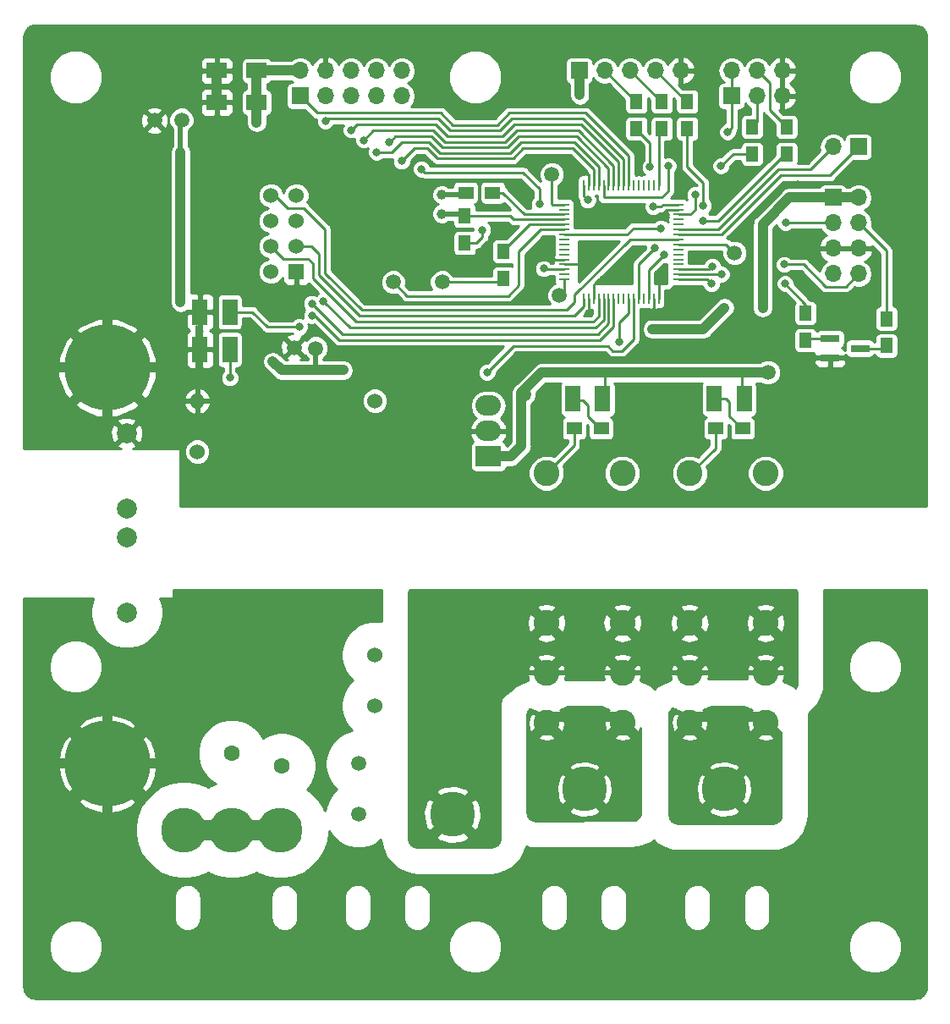
<source format=gtl>
G04 #@! TF.GenerationSoftware,KiCad,Pcbnew,(5.0.0)*
G04 #@! TF.CreationDate,2018-10-12T21:11:16+03:00*
G04 #@! TF.ProjectId,Pistoke,506973746F6B652E6B696361645F7063,rev?*
G04 #@! TF.SameCoordinates,Original*
G04 #@! TF.FileFunction,Copper,L1,Top,Mixed*
G04 #@! TF.FilePolarity,Positive*
%FSLAX46Y46*%
G04 Gerber Fmt 4.6, Leading zero omitted, Abs format (unit mm)*
G04 Created by KiCad (PCBNEW (5.0.0)) date 10/12/18 21:11:16*
%MOMM*%
%LPD*%
G01*
G04 APERTURE LIST*
G04 #@! TA.AperFunction,ComponentPad*
%ADD10C,2.600000*%
G04 #@! TD*
G04 #@! TA.AperFunction,SMDPad,CuDef*
%ADD11R,0.250000X1.000000*%
G04 #@! TD*
G04 #@! TA.AperFunction,SMDPad,CuDef*
%ADD12R,1.000000X0.250000*%
G04 #@! TD*
G04 #@! TA.AperFunction,ComponentPad*
%ADD13O,1.700000X1.700000*%
G04 #@! TD*
G04 #@! TA.AperFunction,ComponentPad*
%ADD14R,1.700000X1.700000*%
G04 #@! TD*
G04 #@! TA.AperFunction,ComponentPad*
%ADD15C,2.000000*%
G04 #@! TD*
G04 #@! TA.AperFunction,ComponentPad*
%ADD16C,1.524000*%
G04 #@! TD*
G04 #@! TA.AperFunction,ComponentPad*
%ADD17R,1.524000X1.524000*%
G04 #@! TD*
G04 #@! TA.AperFunction,SMDPad,CuDef*
%ADD18R,1.500000X1.300000*%
G04 #@! TD*
G04 #@! TA.AperFunction,ComponentPad*
%ADD19C,1.501140*%
G04 #@! TD*
G04 #@! TA.AperFunction,ComponentPad*
%ADD20C,8.600000*%
G04 #@! TD*
G04 #@! TA.AperFunction,SMDPad,CuDef*
%ADD21R,1.300000X1.500000*%
G04 #@! TD*
G04 #@! TA.AperFunction,ComponentPad*
%ADD22C,1.500000*%
G04 #@! TD*
G04 #@! TA.AperFunction,ComponentPad*
%ADD23C,1.000000*%
G04 #@! TD*
G04 #@! TA.AperFunction,ComponentPad*
%ADD24C,1.600000*%
G04 #@! TD*
G04 #@! TA.AperFunction,SMDPad,CuDef*
%ADD25R,1.900000X0.800000*%
G04 #@! TD*
G04 #@! TA.AperFunction,SMDPad,CuDef*
%ADD26R,2.000000X1.600000*%
G04 #@! TD*
G04 #@! TA.AperFunction,BGAPad,CuDef*
%ADD27C,1.500000*%
G04 #@! TD*
G04 #@! TA.AperFunction,ComponentPad*
%ADD28R,2.540000X2.032000*%
G04 #@! TD*
G04 #@! TA.AperFunction,ComponentPad*
%ADD29O,2.540000X2.032000*%
G04 #@! TD*
G04 #@! TA.AperFunction,ComponentPad*
%ADD30C,4.500880*%
G04 #@! TD*
G04 #@! TA.AperFunction,ComponentPad*
%ADD31O,1.524000X1.524000*%
G04 #@! TD*
G04 #@! TA.AperFunction,SMDPad,CuDef*
%ADD32R,1.500000X2.600000*%
G04 #@! TD*
G04 #@! TA.AperFunction,ViaPad*
%ADD33C,0.800000*%
G04 #@! TD*
G04 #@! TA.AperFunction,ViaPad*
%ADD34C,1.300000*%
G04 #@! TD*
G04 #@! TA.AperFunction,Conductor*
%ADD35C,1.000000*%
G04 #@! TD*
G04 #@! TA.AperFunction,Conductor*
%ADD36C,0.500000*%
G04 #@! TD*
G04 #@! TA.AperFunction,Conductor*
%ADD37C,0.250000*%
G04 #@! TD*
G04 #@! TA.AperFunction,Conductor*
%ADD38C,0.300000*%
G04 #@! TD*
G04 #@! TA.AperFunction,Conductor*
%ADD39C,2.000000*%
G04 #@! TD*
G04 #@! TA.AperFunction,Conductor*
%ADD40C,0.254000*%
G04 #@! TD*
G04 APERTURE END LIST*
D10*
G04 #@! TO.P,K401,24*
G04 #@! TO.N,/Relays/Lout1*
X127062000Y-125638000D03*
G04 #@! TO.P,K401,21*
G04 #@! TO.N,HT*
X127062000Y-120638000D03*
G04 #@! TO.P,K401,22*
X127062000Y-115638000D03*
G04 #@! TO.P,K401,14*
G04 #@! TO.N,/Relays/Lout1*
X119462000Y-125638000D03*
G04 #@! TO.P,K401,11*
G04 #@! TO.N,HT*
X119462000Y-120638000D03*
G04 #@! TO.P,K401,12*
X119462000Y-115638000D03*
G04 #@! TO.P,K401,A2*
G04 #@! TO.N,/Relays/Relay1*
X119462000Y-100638000D03*
G04 #@! TO.P,K401,A1*
G04 #@! TO.N,+12V*
X127062000Y-100638000D03*
G04 #@! TD*
G04 #@! TO.P,K402,24*
G04 #@! TO.N,/Relays/Lout2*
X112718000Y-125638000D03*
G04 #@! TO.P,K402,21*
G04 #@! TO.N,HT*
X112718000Y-120638000D03*
G04 #@! TO.P,K402,22*
X112718000Y-115638000D03*
G04 #@! TO.P,K402,14*
G04 #@! TO.N,/Relays/Lout2*
X105118000Y-125638000D03*
G04 #@! TO.P,K402,11*
G04 #@! TO.N,HT*
X105118000Y-120638000D03*
G04 #@! TO.P,K402,12*
X105118000Y-115638000D03*
G04 #@! TO.P,K402,A2*
G04 #@! TO.N,/Relays/Relay2*
X105118000Y-100638000D03*
G04 #@! TO.P,K402,A1*
G04 #@! TO.N,+12V*
X112718000Y-100638000D03*
G04 #@! TD*
D11*
G04 #@! TO.P,U301,64*
G04 #@! TO.N,/Processor/vdd_filt*
X108850000Y-71800000D03*
G04 #@! TO.P,U301,63*
G04 #@! TO.N,GND*
X109350000Y-71800000D03*
G04 #@! TO.P,U301,62*
G04 #@! TO.N,/Processor/PB9*
X109850000Y-71800000D03*
G04 #@! TO.P,U301,61*
G04 #@! TO.N,/Processor/PB8*
X110350000Y-71800000D03*
G04 #@! TO.P,U301,60*
G04 #@! TO.N,/Processor/boot0*
X110850000Y-71800000D03*
G04 #@! TO.P,U301,59*
G04 #@! TO.N,/Processor/PB7*
X111350000Y-71800000D03*
G04 #@! TO.P,U301,58*
G04 #@! TO.N,/Processor/PB6*
X111850000Y-71800000D03*
G04 #@! TO.P,U301,57*
G04 #@! TO.N,/Processor/PB5*
X112350000Y-71800000D03*
G04 #@! TO.P,U301,56*
G04 #@! TO.N,/Processor/PB4*
X112850000Y-71800000D03*
G04 #@! TO.P,U301,55*
G04 #@! TO.N,/Processor/PB3*
X113350000Y-71800000D03*
G04 #@! TO.P,U301,54*
G04 #@! TO.N,Net-(U301-Pad54)*
X113850000Y-71800000D03*
G04 #@! TO.P,U301,53*
G04 #@! TO.N,Net-(U301-Pad53)*
X114350000Y-71800000D03*
G04 #@! TO.P,U301,52*
G04 #@! TO.N,Net-(U301-Pad52)*
X114850000Y-71800000D03*
G04 #@! TO.P,U301,51*
G04 #@! TO.N,Net-(U301-Pad51)*
X115350000Y-71800000D03*
G04 #@! TO.P,U301,50*
G04 #@! TO.N,Net-(U301-Pad50)*
X115850000Y-71800000D03*
G04 #@! TO.P,U301,49*
G04 #@! TO.N,/Processor/swdclk*
X116350000Y-71800000D03*
D12*
G04 #@! TO.P,U301,48*
G04 #@! TO.N,/Processor/vdd_filt*
X118300000Y-73750000D03*
G04 #@! TO.P,U301,47*
G04 #@! TO.N,GND*
X118300000Y-74250000D03*
G04 #@! TO.P,U301,46*
G04 #@! TO.N,/Processor/swdio*
X118300000Y-74750000D03*
G04 #@! TO.P,U301,45*
G04 #@! TO.N,Net-(U301-Pad45)*
X118300000Y-75250000D03*
G04 #@! TO.P,U301,44*
G04 #@! TO.N,Net-(U301-Pad44)*
X118300000Y-75750000D03*
G04 #@! TO.P,U301,43*
G04 #@! TO.N,/Processor/UART1_RX*
X118300000Y-76250000D03*
G04 #@! TO.P,U301,42*
G04 #@! TO.N,/Processor/UART1_TX*
X118300000Y-76750000D03*
G04 #@! TO.P,U301,41*
G04 #@! TO.N,/rfIRQ*
X118300000Y-77250000D03*
G04 #@! TO.P,U301,40*
G04 #@! TO.N,/Processor/PC9*
X118300000Y-77750000D03*
G04 #@! TO.P,U301,39*
G04 #@! TO.N,/Processor/PC8*
X118300000Y-78250000D03*
G04 #@! TO.P,U301,38*
G04 #@! TO.N,/Processor/PC7*
X118300000Y-78750000D03*
G04 #@! TO.P,U301,37*
G04 #@! TO.N,/Processor/PC6*
X118300000Y-79250000D03*
G04 #@! TO.P,U301,36*
G04 #@! TO.N,/Processor/PB15*
X118300000Y-79750000D03*
G04 #@! TO.P,U301,35*
G04 #@! TO.N,/Processor/PB14*
X118300000Y-80250000D03*
G04 #@! TO.P,U301,34*
G04 #@! TO.N,/Processor/PB13*
X118300000Y-80750000D03*
G04 #@! TO.P,U301,33*
G04 #@! TO.N,/Processor/PB12*
X118300000Y-81250000D03*
D11*
G04 #@! TO.P,U301,32*
G04 #@! TO.N,/Processor/vdd_filt*
X116350000Y-83200000D03*
G04 #@! TO.P,U301,31*
G04 #@! TO.N,GND*
X115850000Y-83200000D03*
G04 #@! TO.P,U301,30*
G04 #@! TO.N,/Processor/PB11*
X115350000Y-83200000D03*
G04 #@! TO.P,U301,29*
G04 #@! TO.N,/Processor/PB10*
X114850000Y-83200000D03*
G04 #@! TO.P,U301,28*
G04 #@! TO.N,/Processor/boot1*
X114350000Y-83200000D03*
G04 #@! TO.P,U301,27*
G04 #@! TO.N,/Ctrl2*
X113850000Y-83200000D03*
G04 #@! TO.P,U301,26*
G04 #@! TO.N,/Ctrl1*
X113350000Y-83200000D03*
G04 #@! TO.P,U301,25*
G04 #@! TO.N,/Processor/PC5*
X112850000Y-83200000D03*
G04 #@! TO.P,U301,24*
G04 #@! TO.N,/Processor/PC4*
X112350000Y-83200000D03*
G04 #@! TO.P,U301,23*
G04 #@! TO.N,/rfMISO*
X111850000Y-83200000D03*
G04 #@! TO.P,U301,22*
G04 #@! TO.N,/rfMOSI*
X111350000Y-83200000D03*
G04 #@! TO.P,U301,21*
G04 #@! TO.N,/rfCSK*
X110850000Y-83200000D03*
G04 #@! TO.P,U301,20*
G04 #@! TO.N,/rfCSN*
X110350000Y-83200000D03*
G04 #@! TO.P,U301,19*
G04 #@! TO.N,/Processor/vdd_filt*
X109850000Y-83200000D03*
G04 #@! TO.P,U301,18*
G04 #@! TO.N,GND*
X109350000Y-83200000D03*
G04 #@! TO.P,U301,17*
G04 #@! TO.N,/rfCE*
X108850000Y-83200000D03*
D12*
G04 #@! TO.P,U301,16*
G04 #@! TO.N,/Processor/PA2*
X106900000Y-81250000D03*
G04 #@! TO.P,U301,15*
G04 #@! TO.N,/Processor/PA1*
X106900000Y-80750000D03*
G04 #@! TO.P,U301,14*
G04 #@! TO.N,/Processor/PA0*
X106900000Y-80250000D03*
G04 #@! TO.P,U301,13*
G04 #@! TO.N,/Processor/vdd_filt*
X106900000Y-79750000D03*
G04 #@! TO.P,U301,12*
G04 #@! TO.N,GND*
X106900000Y-79250000D03*
G04 #@! TO.P,U301,11*
G04 #@! TO.N,/Processor/PC3*
X106900000Y-78750000D03*
G04 #@! TO.P,U301,10*
G04 #@! TO.N,/Processor/PC2*
X106900000Y-78250000D03*
G04 #@! TO.P,U301,9*
G04 #@! TO.N,/Processor/PC1*
X106900000Y-77750000D03*
G04 #@! TO.P,U301,8*
G04 #@! TO.N,/Processor/PC0*
X106900000Y-77250000D03*
G04 #@! TO.P,U301,7*
G04 #@! TO.N,/Processor/nrst*
X106900000Y-76750000D03*
G04 #@! TO.P,U301,6*
G04 #@! TO.N,/Processor/OSCOUT*
X106900000Y-76250000D03*
G04 #@! TO.P,U301,5*
G04 #@! TO.N,/Processor/OSCIN*
X106900000Y-75750000D03*
G04 #@! TO.P,U301,4*
G04 #@! TO.N,/Processor/OSC32OUT*
X106900000Y-75250000D03*
G04 #@! TO.P,U301,3*
G04 #@! TO.N,/Processor/OSC32IN*
X106900000Y-74750000D03*
G04 #@! TO.P,U301,2*
G04 #@! TO.N,Net-(U301-Pad2)*
X106900000Y-74250000D03*
G04 #@! TO.P,U301,1*
G04 #@! TO.N,/Processor/vbat*
X106900000Y-73750000D03*
G04 #@! TD*
D13*
G04 #@! TO.P,P307,10*
G04 #@! TO.N,/Processor/PA0*
X90640000Y-60360000D03*
G04 #@! TO.P,P307,9*
G04 #@! TO.N,/Processor/PB9*
X90640000Y-62900000D03*
G04 #@! TO.P,P307,8*
G04 #@! TO.N,/Processor/PB7*
X88100000Y-60360000D03*
G04 #@! TO.P,P307,7*
G04 #@! TO.N,/Processor/PB8*
X88100000Y-62900000D03*
G04 #@! TO.P,P307,6*
G04 #@! TO.N,/Processor/PB6*
X85560000Y-60360000D03*
G04 #@! TO.P,P307,5*
G04 #@! TO.N,/Processor/PB5*
X85560000Y-62900000D03*
G04 #@! TO.P,P307,4*
G04 #@! TO.N,GND*
X83020000Y-60360000D03*
G04 #@! TO.P,P307,3*
G04 #@! TO.N,/Processor/PB4*
X83020000Y-62900000D03*
G04 #@! TO.P,P307,2*
G04 #@! TO.N,/Processor/vdd_io*
X80480000Y-60360000D03*
D14*
G04 #@! TO.P,P307,1*
G04 #@! TO.N,/Processor/PB3*
X80480000Y-62900000D03*
G04 #@! TD*
D15*
G04 #@! TO.P,C103,2*
G04 #@! TO.N,GND*
X63119000Y-96647000D03*
G04 #@! TO.P,C103,1*
G04 #@! TO.N,/Mid*
X63119000Y-104147000D03*
G04 #@! TD*
G04 #@! TO.P,C104,2*
G04 #@! TO.N,/Mid*
X63119000Y-107054000D03*
G04 #@! TO.P,C104,1*
G04 #@! TO.N,GNDPWR*
X63119000Y-114554000D03*
G04 #@! TD*
D16*
G04 #@! TO.P,U201,8*
G04 #@! TO.N,/rfIRQ*
X77560000Y-72860000D03*
G04 #@! TO.P,U201,7*
G04 #@! TO.N,/rfMISO*
X80100000Y-72860000D03*
G04 #@! TO.P,U201,6*
G04 #@! TO.N,/rfMOSI*
X77560000Y-75400000D03*
G04 #@! TO.P,U201,5*
G04 #@! TO.N,/rfCSK*
X80100000Y-75400000D03*
G04 #@! TO.P,U201,4*
G04 #@! TO.N,/rfCSN*
X77560000Y-77940000D03*
G04 #@! TO.P,U201,3*
G04 #@! TO.N,/rfCE*
X80100000Y-77940000D03*
G04 #@! TO.P,U201,2*
G04 #@! TO.N,/RF/rfPWR_filt*
X77560000Y-80480000D03*
D17*
G04 #@! TO.P,U201,1*
G04 #@! TO.N,GND*
X80100000Y-80480000D03*
G04 #@! TD*
D18*
G04 #@! TO.P,R302,2*
G04 #@! TO.N,/Relays/Relay1*
X122056000Y-96174000D03*
G04 #@! TO.P,R302,1*
G04 #@! TO.N,Net-(D302-Pad1)*
X124756000Y-96174000D03*
G04 #@! TD*
G04 #@! TO.P,R304,2*
G04 #@! TO.N,/Relays/Relay2*
X107900000Y-96174000D03*
G04 #@! TO.P,R304,1*
G04 #@! TO.N,Net-(D303-Pad1)*
X110600000Y-96174000D03*
G04 #@! TD*
D19*
G04 #@! TO.P,F101,2*
G04 #@! TO.N,/L_fused*
X86332160Y-129702000D03*
G04 #@! TO.P,F101,1*
G04 #@! TO.N,HT*
X86322000Y-134782000D03*
G04 #@! TD*
D20*
G04 #@! TO.P,J101,1*
G04 #@! TO.N,Earth*
X61176000Y-129702000D03*
G04 #@! TD*
G04 #@! TO.P,J102,1*
G04 #@! TO.N,GND*
X61176000Y-90078000D03*
G04 #@! TD*
D21*
G04 #@! TO.P,R305,2*
G04 #@! TO.N,/Processor/boot0*
X125730000Y-68695000D03*
G04 #@! TO.P,R305,1*
G04 #@! TO.N,/Processor/boot0con*
X125730000Y-65995000D03*
G04 #@! TD*
G04 #@! TO.P,R306,2*
G04 #@! TO.N,/Processor/boot1con*
X129159000Y-65995000D03*
G04 #@! TO.P,R306,1*
G04 #@! TO.N,/Processor/boot1*
X129159000Y-68695000D03*
G04 #@! TD*
G04 #@! TO.P,R307,2*
G04 #@! TO.N,/Processor/swdio*
X114135000Y-66155000D03*
G04 #@! TO.P,R307,1*
G04 #@! TO.N,/Processor/swdiocon*
X114135000Y-63455000D03*
G04 #@! TD*
G04 #@! TO.P,R308,2*
G04 #@! TO.N,/Processor/swdclk*
X116675000Y-66155000D03*
G04 #@! TO.P,R308,1*
G04 #@! TO.N,/Processor/swdclkcon*
X116675000Y-63455000D03*
G04 #@! TD*
G04 #@! TO.P,R311,2*
G04 #@! TO.N,/Processor/nrst*
X119215000Y-66155000D03*
G04 #@! TO.P,R311,1*
G04 #@! TO.N,/Processor/nrstcon*
X119215000Y-63455000D03*
G04 #@! TD*
G04 #@! TO.P,R313,2*
G04 #@! TO.N,/Processor/XTAL11*
X100800000Y-81150000D03*
G04 #@! TO.P,R313,1*
G04 #@! TO.N,/Processor/OSCIN*
X100800000Y-78450000D03*
G04 #@! TD*
G04 #@! TO.P,R314,2*
G04 #@! TO.N,/Processor/OSC32OUT*
X96950000Y-74908000D03*
G04 #@! TO.P,R314,1*
G04 #@! TO.N,/Processor/XTAL21*
X96950000Y-77608000D03*
G04 #@! TD*
D18*
G04 #@! TO.P,R315,2*
G04 #@! TO.N,/Processor/XTAL21*
X97050000Y-72558000D03*
G04 #@! TO.P,R315,1*
G04 #@! TO.N,/Processor/OSC32IN*
X99750000Y-72558000D03*
G04 #@! TD*
D22*
G04 #@! TO.P,Y301,2*
G04 #@! TO.N,/Processor/XTAL11*
X94675571Y-81514775D03*
G04 #@! TO.P,Y301,1*
G04 #@! TO.N,/Processor/OSCOUT*
X89775571Y-81514775D03*
G04 #@! TD*
D23*
G04 #@! TO.P,Y302,2*
G04 #@! TO.N,/Processor/OSC32OUT*
X94650000Y-74676000D03*
G04 #@! TO.P,Y302,1*
G04 #@! TO.N,/Processor/XTAL21*
X94650000Y-72776000D03*
G04 #@! TD*
D24*
G04 #@! TO.P,RV101,2*
G04 #@! TO.N,/L_fused*
X78654000Y-129956000D03*
G04 #@! TO.P,RV101,1*
G04 #@! TO.N,GNDPWR*
X73654000Y-128656000D03*
G04 #@! TD*
D25*
G04 #@! TO.P,Q303,3*
G04 #@! TO.N,Net-(Q303-Pad3)*
X136501000Y-88138000D03*
G04 #@! TO.P,Q303,2*
G04 #@! TO.N,GND*
X133501000Y-89088000D03*
G04 #@! TO.P,Q303,1*
G04 #@! TO.N,Net-(Q303-Pad1)*
X133501000Y-87188000D03*
G04 #@! TD*
D21*
G04 #@! TO.P,R318,2*
G04 #@! TO.N,/Processor/led2*
X139154000Y-85172000D03*
G04 #@! TO.P,R318,1*
G04 #@! TO.N,Net-(Q303-Pad3)*
X139154000Y-87872000D03*
G04 #@! TD*
G04 #@! TO.P,R320,2*
G04 #@! TO.N,Net-(Q303-Pad1)*
X131064000Y-87329000D03*
G04 #@! TO.P,R320,1*
G04 #@! TO.N,/Processor/PB12*
X131064000Y-84629000D03*
G04 #@! TD*
D13*
G04 #@! TO.P,P303,6*
G04 #@! TO.N,GND*
X128740000Y-60360000D03*
G04 #@! TO.P,P303,5*
X128740000Y-62900000D03*
G04 #@! TO.P,P303,4*
G04 #@! TO.N,/Processor/boot1con*
X126200000Y-60360000D03*
G04 #@! TO.P,P303,3*
G04 #@! TO.N,/Processor/boot0con*
X126200000Y-62900000D03*
G04 #@! TO.P,P303,2*
G04 #@! TO.N,/Processor/vdd_filt*
X123660000Y-60360000D03*
D14*
G04 #@! TO.P,P303,1*
X123660000Y-62900000D03*
G04 #@! TD*
D13*
G04 #@! TO.P,P304,5*
G04 #@! TO.N,GND*
X118580000Y-60360000D03*
G04 #@! TO.P,P304,4*
G04 #@! TO.N,/Processor/nrstcon*
X116040000Y-60360000D03*
G04 #@! TO.P,P304,3*
G04 #@! TO.N,/Processor/swdclkcon*
X113500000Y-60360000D03*
G04 #@! TO.P,P304,2*
G04 #@! TO.N,/Processor/swdiocon*
X110960000Y-60360000D03*
D14*
G04 #@! TO.P,P304,1*
G04 #@! TO.N,+5V*
X108420000Y-60360000D03*
G04 #@! TD*
D13*
G04 #@! TO.P,P305,2*
G04 #@! TO.N,/Processor/UART1_RX*
X133820000Y-67980000D03*
D14*
G04 #@! TO.P,P305,1*
G04 #@! TO.N,/Processor/UART1_TX*
X136360000Y-67980000D03*
G04 #@! TD*
D26*
G04 #@! TO.P,C309,2*
G04 #@! TO.N,GND*
X72130000Y-63535000D03*
G04 #@! TO.P,C309,1*
G04 #@! TO.N,/Processor/vdd_io*
X76130000Y-63535000D03*
G04 #@! TD*
G04 #@! TO.P,C310,2*
G04 #@! TO.N,GND*
X72130000Y-60360000D03*
G04 #@! TO.P,C310,1*
G04 #@! TO.N,/Processor/vdd_io*
X76130000Y-60360000D03*
G04 #@! TD*
D13*
G04 #@! TO.P,P306,8*
G04 #@! TO.N,/Processor/PB14*
X136360000Y-80680000D03*
G04 #@! TO.P,P306,7*
G04 #@! TO.N,/Processor/PB13*
X133820000Y-80680000D03*
G04 #@! TO.P,P306,6*
G04 #@! TO.N,GND*
X136360000Y-78140000D03*
G04 #@! TO.P,P306,5*
X133820000Y-78140000D03*
G04 #@! TO.P,P306,4*
G04 #@! TO.N,/Processor/led2*
X136360000Y-75600000D03*
G04 #@! TO.P,P306,3*
G04 #@! TO.N,/Processor/led1*
X133820000Y-75600000D03*
G04 #@! TO.P,P306,2*
G04 #@! TO.N,+5V*
X136360000Y-73060000D03*
D14*
G04 #@! TO.P,P306,1*
X133820000Y-73060000D03*
G04 #@! TD*
D27*
G04 #@! TO.P,TP102,1*
G04 #@! TO.N,+5V*
X68600000Y-65275000D03*
G04 #@! TD*
G04 #@! TO.P,TP103,1*
G04 #@! TO.N,+5V*
X82042000Y-88138000D03*
G04 #@! TD*
G04 #@! TO.P,TP105,1*
G04 #@! TO.N,+12V*
X102870000Y-92710000D03*
G04 #@! TD*
G04 #@! TO.P,TP106,1*
G04 #@! TO.N,+12V*
X127300000Y-90551000D03*
G04 #@! TD*
G04 #@! TO.P,TP107,1*
G04 #@! TO.N,GND*
X65900000Y-65350000D03*
G04 #@! TD*
G04 #@! TO.P,TP109,1*
G04 #@! TO.N,GND*
X79880000Y-88060000D03*
G04 #@! TD*
G04 #@! TO.P,TP301,1*
G04 #@! TO.N,/Processor/PA2*
X106426000Y-82804000D03*
G04 #@! TD*
G04 #@! TO.P,TP302,1*
G04 #@! TO.N,/Processor/vbat*
X105664000Y-70739000D03*
G04 #@! TD*
G04 #@! TO.P,TP305,1*
G04 #@! TO.N,/Processor/PC9*
X123952000Y-78613000D03*
G04 #@! TD*
D28*
G04 #@! TO.P,U102,1*
G04 #@! TO.N,+12V*
X99314000Y-98968000D03*
D29*
G04 #@! TO.P,U102,3*
G04 #@! TO.N,+5V*
X99314000Y-93888000D03*
G04 #@! TO.P,U102,2*
G04 #@! TO.N,GND*
X99314000Y-96428000D03*
G04 #@! TD*
D30*
G04 #@! TO.P,P101,1*
G04 #@! TO.N,HT*
X95720000Y-134782000D03*
G04 #@! TD*
G04 #@! TO.P,P102,1*
G04 #@! TO.N,GNDPWR*
X73654000Y-136312000D03*
G04 #@! TD*
G04 #@! TO.P,P103,1*
G04 #@! TO.N,GNDPWR*
X68834000Y-136312000D03*
G04 #@! TD*
G04 #@! TO.P,P104,1*
G04 #@! TO.N,GNDPWR*
X78486000Y-136312000D03*
G04 #@! TD*
G04 #@! TO.P,P301,1*
G04 #@! TO.N,/Relays/Lout1*
X122898000Y-132242000D03*
G04 #@! TD*
G04 #@! TO.P,P302,1*
G04 #@! TO.N,/Relays/Lout2*
X108928000Y-132242000D03*
G04 #@! TD*
D16*
G04 #@! TO.P,U101,*
G04 #@! TO.N,*
X87960000Y-93400000D03*
G04 #@! TO.P,U101,3*
G04 #@! TO.N,+12V*
X70180000Y-98480000D03*
D31*
G04 #@! TO.P,U101,4*
G04 #@! TO.N,GND*
X70180000Y-93400000D03*
D16*
G04 #@! TO.P,U101,2*
G04 #@! TO.N,GNDPWR*
X87960000Y-118800000D03*
G04 #@! TO.P,U101,1*
G04 #@! TO.N,/L_fused*
X87960000Y-123880000D03*
G04 #@! TD*
D32*
G04 #@! TO.P,D101,2*
G04 #@! TO.N,Net-(D101-Pad2)*
X73440000Y-84510000D03*
G04 #@! TO.P,D101,1*
G04 #@! TO.N,GND*
X70440000Y-84510000D03*
G04 #@! TD*
G04 #@! TO.P,D102,2*
G04 #@! TO.N,Net-(D102-Pad2)*
X73440000Y-88260000D03*
G04 #@! TO.P,D102,1*
G04 #@! TO.N,GND*
X70440000Y-88260000D03*
G04 #@! TD*
G04 #@! TO.P,D302,2*
G04 #@! TO.N,+12V*
X124900000Y-93200000D03*
G04 #@! TO.P,D302,1*
G04 #@! TO.N,Net-(D302-Pad1)*
X121900000Y-93200000D03*
G04 #@! TD*
G04 #@! TO.P,D303,2*
G04 #@! TO.N,+12V*
X110750000Y-93200000D03*
G04 #@! TO.P,D303,1*
G04 #@! TO.N,Net-(D303-Pad1)*
X107750000Y-93200000D03*
G04 #@! TD*
D33*
G04 #@! TO.N,+5V*
X68498476Y-83549187D03*
X68500000Y-68550000D03*
X77725000Y-89450000D03*
X126769933Y-84096659D03*
X115723210Y-86221577D03*
X108454377Y-62792211D03*
X122936000Y-84074000D03*
X84798000Y-90332000D03*
G04 #@! TO.N,GND*
X103684434Y-63031086D03*
X111414553Y-63821550D03*
X121657348Y-68128487D03*
X122706300Y-71829730D03*
X127430000Y-67150000D03*
X129000000Y-77340000D03*
X102330000Y-90710000D03*
X105690000Y-93530000D03*
X104230000Y-97490000D03*
X94810000Y-100820000D03*
X89940000Y-92310000D03*
X94610000Y-97310000D03*
X70360000Y-79740000D03*
X70360000Y-76730000D03*
X70390000Y-73730000D03*
X71997356Y-69999044D03*
X75050000Y-69980000D03*
X81040000Y-70090000D03*
X83360000Y-67620000D03*
X86600000Y-71290000D03*
X114300000Y-93980000D03*
X87428037Y-76128610D03*
X99033042Y-78762555D03*
X100202872Y-76523340D03*
X66155862Y-83345208D03*
X84201000Y-93345000D03*
X115570000Y-84709000D03*
X106828303Y-72473385D03*
X127762000Y-87122000D03*
X122174000Y-87757000D03*
X137033000Y-84836000D03*
X132969000Y-84836000D03*
X123825000Y-76962000D03*
X135661400Y-90754200D03*
X117043822Y-74816857D03*
X130303205Y-71765060D03*
X96774000Y-103174800D03*
X109270800Y-101854000D03*
X117856000Y-93980000D03*
X115824000Y-103174800D03*
X123444000Y-101600000D03*
X133145765Y-63587739D03*
X122173999Y-65381895D03*
X117856000Y-68072000D03*
X119126000Y-71374000D03*
X120142000Y-79248000D03*
X120396000Y-83566000D03*
X54610000Y-85090000D03*
X54610000Y-74676000D03*
X54610000Y-65786000D03*
X63462000Y-65694000D03*
X63500000Y-57404000D03*
X75184000Y-57404000D03*
X92964000Y-57404000D03*
X104140000Y-57404000D03*
X121158000Y-57404000D03*
X133096000Y-57404000D03*
X141986000Y-64516000D03*
X141732000Y-72644000D03*
X141732000Y-83312000D03*
X141732000Y-89154000D03*
X140716000Y-93218000D03*
X131318000Y-93218000D03*
X131318000Y-98552000D03*
X140716000Y-98552000D03*
X140716000Y-103124000D03*
X131318000Y-103124000D03*
X103340000Y-78902000D03*
X103340000Y-72806000D03*
X104864000Y-81696000D03*
X87084000Y-102016000D03*
X84036000Y-102016000D03*
X117818000Y-84744000D03*
X66136000Y-72144000D03*
X66136000Y-75192000D03*
X66136000Y-78240000D03*
X66136000Y-81288000D03*
X109350000Y-84658000D03*
X93520000Y-63100000D03*
X103900000Y-69800000D03*
X93100000Y-71750000D03*
X105400000Y-78100000D03*
X110950000Y-89050000D03*
X98300000Y-91800000D03*
X89600000Y-88700000D03*
X80500000Y-97700000D03*
X74250000Y-97700000D03*
X80450000Y-94150000D03*
X74100000Y-93950000D03*
X69750000Y-101900000D03*
X54600000Y-96550000D03*
X69900000Y-60350000D03*
X69900000Y-63500000D03*
X116150000Y-97510000D03*
X75570000Y-83490000D03*
X78650000Y-83460000D03*
X68480000Y-91120000D03*
X75700000Y-86700000D03*
X108450000Y-70200000D03*
X114450000Y-68950000D03*
G04 #@! TO.N,/Ctrl1*
X112400000Y-87500000D03*
G04 #@! TO.N,/Ctrl2*
X99172798Y-90549936D03*
G04 #@! TO.N,/rfMOSI*
X81650000Y-83650000D03*
G04 #@! TO.N,/rfMISO*
X81650000Y-84850000D03*
G04 #@! TO.N,/rfCSK*
X82774990Y-83413156D03*
D34*
G04 #@! TO.N,HT*
X98682075Y-120805545D03*
X98548042Y-126246219D03*
X98521235Y-131634352D03*
X93980000Y-131572000D03*
X93980000Y-126238000D03*
X93980000Y-120904000D03*
X93980000Y-115570000D03*
X98806000Y-115570000D03*
G04 #@! TO.N,Earth*
X63300000Y-138400000D03*
X54500000Y-115400000D03*
X54900000Y-124800000D03*
X83804015Y-113810175D03*
X75832423Y-116050557D03*
X92591996Y-150442032D03*
X82931000Y-140589000D03*
X87630000Y-140716000D03*
X115824000Y-139954000D03*
X133096000Y-139700000D03*
X133096000Y-127508000D03*
X134366000Y-114300000D03*
X141224000Y-114554000D03*
X140462000Y-127508000D03*
X140462000Y-139700000D03*
X131572000Y-150622000D03*
X118618000Y-150622000D03*
X106934000Y-150622000D03*
X82042000Y-150368000D03*
X65786000Y-150368000D03*
X54610000Y-140208000D03*
X71870000Y-113610000D03*
X64250000Y-119930000D03*
D33*
G04 #@! TO.N,/Processor/boot0*
X122592706Y-69905365D03*
X117310000Y-69885000D03*
G04 #@! TO.N,/Processor/boot1*
X120825000Y-75400000D03*
X115925000Y-78125000D03*
G04 #@! TO.N,/Processor/swdio*
X120000000Y-72800000D03*
X115500000Y-70000000D03*
G04 #@! TO.N,/Processor/nrst*
X116576653Y-76113632D03*
X120827800Y-73888600D03*
G04 #@! TO.N,/Processor/XTAL21*
X98726156Y-76292233D03*
G04 #@! TO.N,/Processor/PB4*
X83001434Y-65406505D03*
G04 #@! TO.N,/Processor/PB5*
X85598000Y-66294000D03*
G04 #@! TO.N,/Processor/PB6*
X86848280Y-67310000D03*
G04 #@! TO.N,/Processor/PB7*
X89400000Y-67500000D03*
G04 #@! TO.N,/Processor/PB8*
X88100781Y-68535657D03*
G04 #@! TO.N,/Processor/PB9*
X90618594Y-69414682D03*
G04 #@! TO.N,/Processor/PA0*
X104411859Y-73729594D03*
X104854100Y-80173959D03*
X92600000Y-70200000D03*
G04 #@! TO.N,/Processor/led1*
X129051491Y-75575367D03*
G04 #@! TO.N,/Processor/PB13*
X122645498Y-80727216D03*
G04 #@! TO.N,/Processor/PB14*
X121727360Y-79935230D03*
X128925000Y-79750000D03*
G04 #@! TO.N,/Processor/PB12*
X121628000Y-81696000D03*
X129000000Y-81675000D03*
G04 #@! TO.N,/Processor/PB11*
X116876774Y-78790746D03*
G04 #@! TO.N,/Processor/vdd_io*
X76125000Y-65575000D03*
G04 #@! TO.N,+12V*
X124676000Y-90586000D03*
X110960000Y-90586000D03*
G04 #@! TO.N,/Processor/vdd_filt*
X109621747Y-79705618D03*
X114046000Y-78486000D03*
X123250000Y-66500000D03*
X109250000Y-73300000D03*
X116800000Y-81150000D03*
X115800000Y-73975000D03*
X110800000Y-81250000D03*
G04 #@! TO.N,Net-(D101-Pad2)*
X80375000Y-86000000D03*
G04 #@! TO.N,Net-(D102-Pad2)*
X73434576Y-91089079D03*
G04 #@! TD*
D35*
G04 #@! TO.N,+5V*
X68500000Y-83547663D02*
X68498476Y-83549187D01*
X68500000Y-68550000D02*
X68500000Y-83547663D01*
D36*
X68500000Y-68550000D02*
X68500000Y-65375000D01*
X68500000Y-65375000D02*
X68600000Y-65275000D01*
D35*
X82050000Y-90332000D02*
X78607000Y-90332000D01*
X84798000Y-90332000D02*
X82050000Y-90332000D01*
D36*
X82050000Y-90332000D02*
X82042000Y-90324000D01*
X82042000Y-90324000D02*
X82042000Y-88138000D01*
D35*
X78607000Y-90332000D02*
X77725000Y-89450000D01*
X126769933Y-75730067D02*
X126769933Y-84096659D01*
X129440000Y-73060000D02*
X126769933Y-75730067D01*
X133820000Y-73060000D02*
X129440000Y-73060000D01*
X122936000Y-84074000D02*
X120788423Y-86221577D01*
X120788423Y-86221577D02*
X115723210Y-86221577D01*
X108454377Y-62792211D02*
X108454377Y-60394377D01*
X108454377Y-60394377D02*
X108420000Y-60360000D01*
X108500000Y-60440000D02*
X108420000Y-60360000D01*
X136360000Y-73060000D02*
X133820000Y-73060000D01*
D37*
G04 #@! TO.N,GND*
X104140000Y-62575520D02*
X103684434Y-63031086D01*
X104140000Y-57404000D02*
X104140000Y-62575520D01*
X121657348Y-70780778D02*
X121657348Y-68128487D01*
X122706300Y-71829730D02*
X121657348Y-70780778D01*
X133820000Y-78140000D02*
X129800000Y-78140000D01*
X129800000Y-78140000D02*
X129000000Y-77340000D01*
X104230000Y-97490000D02*
X105690000Y-96030000D01*
X105690000Y-96030000D02*
X105690000Y-93530000D01*
X94610000Y-97310000D02*
X89940000Y-92640000D01*
X89940000Y-92640000D02*
X89940000Y-92310000D01*
X70390000Y-73730000D02*
X70390000Y-76700000D01*
X70390000Y-76700000D02*
X70360000Y-76730000D01*
X83360000Y-67620000D02*
X81040000Y-69940000D01*
X81040000Y-69940000D02*
X81040000Y-70090000D01*
X87428037Y-76128610D02*
X87428037Y-72118037D01*
X87428037Y-72118037D02*
X86600000Y-71290000D01*
D38*
X117856000Y-93980000D02*
X114300000Y-93980000D01*
D37*
X100202872Y-76523340D02*
X99033042Y-77693170D01*
X99033042Y-77693170D02*
X99033042Y-78762555D01*
X66258069Y-83243001D02*
X66155862Y-83345208D01*
X66600266Y-83243001D02*
X66258069Y-83243001D01*
X87122000Y-89916000D02*
X84201000Y-92837000D01*
X84201000Y-92837000D02*
X84201000Y-93345000D01*
X115850000Y-83200000D02*
X115850000Y-84429000D01*
X115850000Y-84429000D02*
X115570000Y-84709000D01*
X122174000Y-87757000D02*
X122809000Y-87122000D01*
X122809000Y-87122000D02*
X127762000Y-87122000D01*
X132969000Y-84836000D02*
X137033000Y-84836000D01*
X133501000Y-90448000D02*
X133807200Y-90754200D01*
X133807200Y-90754200D02*
X135661400Y-90754200D01*
X133501000Y-89088000D02*
X133501000Y-90448000D01*
X117043822Y-74593822D02*
X117043822Y-74816857D01*
X115824000Y-103174800D02*
X110591600Y-103174800D01*
X110591600Y-103174800D02*
X109270800Y-101854000D01*
X124460000Y-103124000D02*
X124460000Y-102616000D01*
X124460000Y-102616000D02*
X123444000Y-101600000D01*
X117818000Y-84744000D02*
X119218000Y-84744000D01*
X119218000Y-84744000D02*
X120396000Y-83566000D01*
X54610000Y-65786000D02*
X54610000Y-74676000D01*
X75184000Y-57404000D02*
X63500000Y-57404000D01*
X133096000Y-57404000D02*
X121158000Y-57404000D01*
X141732000Y-83312000D02*
X141732000Y-72644000D01*
X140716000Y-93218000D02*
X141732000Y-92202000D01*
X141732000Y-92202000D02*
X141732000Y-89154000D01*
X131318000Y-98552000D02*
X131318000Y-93218000D01*
X140716000Y-103124000D02*
X140716000Y-98552000D01*
X124460000Y-103124000D02*
X131318000Y-103124000D01*
X109350000Y-83200000D02*
X109350000Y-84658000D01*
X109350000Y-84658000D02*
X109436000Y-84744000D01*
D35*
X72130000Y-63535000D02*
X72130000Y-60360000D01*
D37*
X94348000Y-56020000D02*
X92964000Y-57404000D01*
X104140000Y-57404000D02*
X102756000Y-56020000D01*
X102756000Y-56020000D02*
X94348000Y-56020000D01*
X135408026Y-65850000D02*
X133145765Y-63587739D01*
X141986000Y-64516000D02*
X140652000Y-65850000D01*
X140652000Y-65850000D02*
X135408026Y-65850000D01*
X104142000Y-78100000D02*
X103340000Y-78902000D01*
X105400000Y-78100000D02*
X104142000Y-78100000D01*
X105700000Y-79250000D02*
X106900000Y-79250000D01*
X105400000Y-78100000D02*
X105400000Y-78950000D01*
X105400000Y-78950000D02*
X105700000Y-79250000D01*
X81255000Y-93345000D02*
X84201000Y-93345000D01*
X80450000Y-94150000D02*
X81255000Y-93345000D01*
X70100000Y-90674000D02*
X70100000Y-85852000D01*
X73376000Y-93950000D02*
X70100000Y-90674000D01*
X74100000Y-93950000D02*
X73376000Y-93950000D01*
X54600000Y-96550000D02*
X54610000Y-96540000D01*
X72130000Y-60360000D02*
X69910000Y-60360000D01*
X69910000Y-60360000D02*
X69900000Y-60350000D01*
X83020000Y-58355049D02*
X83020000Y-60360000D01*
X82738951Y-58074000D02*
X83020000Y-58355049D01*
X70926000Y-58074000D02*
X82738951Y-58074000D01*
X69900000Y-60350000D02*
X69900000Y-59100000D01*
X69900000Y-59100000D02*
X70926000Y-58074000D01*
X69935000Y-63535000D02*
X72130000Y-63535000D01*
X69900000Y-63500000D02*
X69935000Y-63535000D01*
X117043822Y-74250000D02*
X117043822Y-74816857D01*
X118300000Y-74250000D02*
X117043822Y-74250000D01*
X115824000Y-97836000D02*
X116150000Y-97510000D01*
X115824000Y-103174800D02*
X115824000Y-97836000D01*
X78620000Y-83490000D02*
X75570000Y-83490000D01*
X78650000Y-83460000D02*
X78620000Y-83490000D01*
X70100000Y-90500000D02*
X70100000Y-88000000D01*
X69100000Y-90500000D02*
X70100000Y-90500000D01*
X68480000Y-91120000D02*
X69100000Y-90500000D01*
X121021210Y-67492349D02*
X121657348Y-68128487D01*
X121021210Y-61021210D02*
X121021210Y-67492349D01*
X118580000Y-60360000D02*
X120360000Y-60360000D01*
X120360000Y-60360000D02*
X121021210Y-61021210D01*
D35*
X61176000Y-90078000D02*
X56748000Y-85650000D01*
X61176000Y-90078000D02*
X61176000Y-84124000D01*
X61176000Y-90078000D02*
X65200000Y-86054000D01*
X61176000Y-90078000D02*
X66872000Y-90078000D01*
X61176000Y-90078000D02*
X65750000Y-94652000D01*
X61176000Y-90078000D02*
X61176000Y-95076000D01*
X54688000Y-90078000D02*
X54610000Y-90000000D01*
X61176000Y-90078000D02*
X54688000Y-90078000D01*
D37*
X54610000Y-96540000D02*
X54610000Y-90000000D01*
X54610000Y-90000000D02*
X54610000Y-85090000D01*
D35*
X61176000Y-90078000D02*
X61176000Y-90124000D01*
X61176000Y-90078000D02*
X56950000Y-94304000D01*
D37*
X68652000Y-93400000D02*
X70180000Y-93400000D01*
X68800000Y-93548000D02*
X68652000Y-93400000D01*
X69750000Y-101900000D02*
X68800000Y-100950000D01*
X68800000Y-100950000D02*
X68800000Y-93548000D01*
X109350000Y-70750000D02*
X109350000Y-71800000D01*
X108450000Y-70200000D02*
X108800000Y-70200000D01*
X108800000Y-70200000D02*
X109350000Y-70750000D01*
D39*
G04 #@! TO.N,GNDPWR*
X78486000Y-136312000D02*
X73654000Y-136312000D01*
X68834000Y-136312000D02*
X73654000Y-136312000D01*
D36*
G04 #@! TO.N,/Relays/Lout1*
X126962000Y-125638000D02*
X125662001Y-126937999D01*
X125662001Y-126937999D02*
X125662001Y-129477999D01*
X125662001Y-129477999D02*
X122898000Y-132242000D01*
X121120000Y-127296000D02*
X121120000Y-130464000D01*
X121120000Y-130464000D02*
X122898000Y-132242000D01*
X119462000Y-125638000D02*
X121120000Y-127296000D01*
D35*
X120100000Y-125000000D02*
X119462000Y-125638000D01*
X127062000Y-125638000D02*
X126424000Y-125000000D01*
X126424000Y-125000000D02*
X120100000Y-125000000D01*
D36*
X117550000Y-124570000D02*
X117550000Y-124800000D01*
X119462000Y-125638000D02*
X118394000Y-124570000D01*
X118394000Y-124570000D02*
X117550000Y-124570000D01*
G04 #@! TO.N,/Relays/Lout2*
X111318001Y-129851999D02*
X108928000Y-132242000D01*
X112618000Y-125638000D02*
X111318001Y-126937999D01*
X111318001Y-126937999D02*
X111318001Y-129851999D01*
X106642000Y-127162000D02*
X106642000Y-129956000D01*
X106642000Y-129956000D02*
X108928000Y-132242000D01*
X105118000Y-125638000D02*
X106642000Y-127162000D01*
D35*
X105781000Y-124975000D02*
X105118000Y-125638000D01*
X112718000Y-125638000D02*
X112055000Y-124975000D01*
X112055000Y-124975000D02*
X105781000Y-124975000D01*
D36*
X104050000Y-124570000D02*
X103420000Y-124570000D01*
X105118000Y-125638000D02*
X104050000Y-124570000D01*
D37*
G04 #@! TO.N,/Relays/Relay1*
X122056000Y-96174000D02*
X122056000Y-98130000D01*
X122056000Y-98130000D02*
X119386000Y-100800000D01*
G04 #@! TO.N,/Relays/Relay2*
X105118000Y-100638000D02*
X107900000Y-97856000D01*
X107900000Y-97856000D02*
X107900000Y-96174000D01*
X105122000Y-100800000D02*
X105078000Y-100800000D01*
G04 #@! TO.N,/Ctrl1*
X113350000Y-84600000D02*
X113350000Y-83200000D01*
X112400000Y-85550000D02*
X113350000Y-84600000D01*
X112400000Y-87500000D02*
X112400000Y-85550000D01*
G04 #@! TO.N,/Ctrl2*
X113850000Y-87250000D02*
X113850000Y-83200000D01*
X112700000Y-88400000D02*
X113850000Y-87250000D01*
X111775000Y-88400000D02*
X112700000Y-88400000D01*
X111275000Y-87900000D02*
X111775000Y-88400000D01*
X99172798Y-90549936D02*
X101822734Y-87900000D01*
X101822734Y-87900000D02*
X111275000Y-87900000D01*
G04 #@! TO.N,/rfIRQ*
X107941148Y-82791856D02*
X113483004Y-77250000D01*
X107941148Y-83480672D02*
X107941148Y-82791856D01*
X107121830Y-84299990D02*
X107941148Y-83480672D01*
X86649990Y-84299990D02*
X107121830Y-84299990D01*
X77970475Y-72860000D02*
X79204259Y-74093784D01*
X113483004Y-77250000D02*
X118300000Y-77250000D01*
X77560000Y-72860000D02*
X77970475Y-72860000D01*
X79204259Y-74093784D02*
X80843784Y-74093784D01*
X80843784Y-74093784D02*
X82950000Y-76200000D01*
X82950000Y-76200000D02*
X82950000Y-80600000D01*
X82950000Y-80600000D02*
X86649990Y-84299990D01*
G04 #@! TO.N,/rfMOSI*
X111350000Y-85650000D02*
X111350000Y-83200000D01*
X110300000Y-86700000D02*
X111350000Y-85650000D01*
X81650000Y-83650000D02*
X84700000Y-86700000D01*
X84700000Y-86700000D02*
X110300000Y-86700000D01*
G04 #@! TO.N,/rfMISO*
X111850000Y-85950000D02*
X111850000Y-83200000D01*
X110500000Y-87300000D02*
X111850000Y-85950000D01*
X84350000Y-87300000D02*
X110500000Y-87300000D01*
X81650000Y-84850000D02*
X81900000Y-84850000D01*
X81900000Y-84850000D02*
X84350000Y-87300000D01*
G04 #@! TO.N,/rfCSK*
X82800000Y-83413156D02*
X82774990Y-83413156D01*
X85486844Y-86100000D02*
X82800000Y-83413156D01*
X110050000Y-86100000D02*
X85486844Y-86100000D01*
X110850000Y-83200000D02*
X110850000Y-85300000D01*
X110850000Y-85300000D02*
X110050000Y-86100000D01*
G04 #@! TO.N,/rfCE*
X108850000Y-83950000D02*
X108850000Y-83200000D01*
X81620221Y-77940000D02*
X82350000Y-78669779D01*
X80100000Y-77940000D02*
X81620221Y-77940000D01*
X82350000Y-80850000D02*
X86404077Y-84904077D01*
X86404077Y-84904077D02*
X107895923Y-84904077D01*
X82350000Y-78669779D02*
X82350000Y-80850000D01*
X107895923Y-84904077D02*
X108850000Y-83950000D01*
G04 #@! TO.N,/rfCSN*
X110350000Y-84950000D02*
X110350000Y-83200000D01*
X109800000Y-85500000D02*
X110350000Y-84950000D01*
X78780372Y-79160372D02*
X81260372Y-79160372D01*
X77560000Y-77940000D02*
X78780372Y-79160372D01*
X81260372Y-79160372D02*
X81750000Y-79650000D01*
X81750000Y-81150000D02*
X86100000Y-85500000D01*
X81750000Y-79650000D02*
X81750000Y-81150000D01*
X86100000Y-85500000D02*
X109800000Y-85500000D01*
G04 #@! TO.N,HT*
X95720000Y-134782000D02*
X97541499Y-132960501D01*
X97541499Y-132960501D02*
X97541499Y-123482501D01*
X97541499Y-123482501D02*
X100500000Y-120524000D01*
D36*
X127062000Y-120638000D02*
X128900477Y-120638000D01*
X128900477Y-120638000D02*
X129500000Y-120038477D01*
X98806000Y-120929470D02*
X98682075Y-120805545D01*
X98806000Y-125988261D02*
X98806000Y-120929470D01*
X98548042Y-126246219D02*
X98806000Y-125988261D01*
X95850000Y-134782000D02*
X98521235Y-132110765D01*
X95720000Y-134782000D02*
X95850000Y-134782000D01*
X98521235Y-132110765D02*
X98521235Y-131634352D01*
X93980000Y-120904000D02*
X93980000Y-126238000D01*
X98806000Y-115570000D02*
X93980000Y-115570000D01*
D37*
X100500000Y-120524000D02*
X102752000Y-118272000D01*
D36*
X100614000Y-120638000D02*
X100500000Y-120524000D01*
X105118000Y-120638000D02*
X100614000Y-120638000D01*
X112618000Y-120638000D02*
X105118000Y-120638000D01*
X119462000Y-120638000D02*
X126962000Y-120638000D01*
X112618000Y-120638000D02*
X118954000Y-120638000D01*
X107230000Y-118526000D02*
X108674000Y-118526000D01*
X105118000Y-115638000D02*
X108006000Y-118526000D01*
X108006000Y-118526000D02*
X108674000Y-118526000D01*
X121574000Y-118526000D02*
X122644000Y-118526000D01*
X122644000Y-118526000D02*
X123152000Y-118526000D01*
X119462000Y-115638000D02*
X122350000Y-118526000D01*
X122350000Y-118526000D02*
X122644000Y-118526000D01*
X123152000Y-118526000D02*
X124850000Y-118526000D01*
X126962000Y-115638000D02*
X124074000Y-118526000D01*
X124074000Y-118526000D02*
X123152000Y-118526000D01*
X124850000Y-118526000D02*
X126962000Y-120638000D01*
X119462000Y-120638000D02*
X121574000Y-118526000D01*
X105118000Y-120638000D02*
X107230000Y-118526000D01*
X102752000Y-118272000D02*
X105118000Y-120638000D01*
D37*
X106605000Y-117125000D02*
X105118000Y-115638000D01*
X112718000Y-115638000D02*
X111231000Y-117125000D01*
X111231000Y-117125000D02*
X106605000Y-117125000D01*
X117950000Y-117150000D02*
X119462000Y-115638000D01*
X112718000Y-115638000D02*
X114230000Y-117150000D01*
X114230000Y-117150000D02*
X117950000Y-117150000D01*
D38*
G04 #@! TO.N,Earth*
X57460002Y-140208000D02*
X61492000Y-140208000D01*
X61492000Y-140208000D02*
X63300000Y-138400000D01*
D37*
X76561849Y-120757849D02*
X76561849Y-116779983D01*
X82852720Y-127048720D02*
X76561849Y-120757849D01*
X76561849Y-116779983D02*
X75832423Y-116050557D01*
D36*
X92517964Y-150368000D02*
X92591996Y-150442032D01*
X82042000Y-150368000D02*
X92517964Y-150368000D01*
D37*
X82931000Y-140589000D02*
X83580999Y-139939001D01*
X83580999Y-139939001D02*
X83580999Y-137301999D01*
X82852720Y-140510720D02*
X82931000Y-140589000D01*
D36*
X133096000Y-139700000D02*
X116078000Y-139700000D01*
X116078000Y-139700000D02*
X115824000Y-139954000D01*
X131572000Y-150622000D02*
X131572000Y-147175998D01*
X131572000Y-147175998D02*
X139047998Y-139700000D01*
X139047998Y-139700000D02*
X140462000Y-139700000D01*
X106934000Y-150622000D02*
X118618000Y-150622000D01*
X54610000Y-140208000D02*
X57460002Y-140208000D01*
X57460002Y-140208000D02*
X65786000Y-148533998D01*
X65786000Y-148533998D02*
X65786000Y-150368000D01*
X142540000Y-115870000D02*
X141224000Y-114554000D01*
X140462000Y-127508000D02*
X142540000Y-125430000D01*
X142540000Y-125430000D02*
X142540000Y-115870000D01*
D37*
X73391866Y-113610000D02*
X75832423Y-116050557D01*
X71870000Y-113610000D02*
X73391866Y-113610000D01*
D36*
X73891998Y-116986002D02*
X74168000Y-116986002D01*
X61176000Y-129702000D02*
X73891998Y-116986002D01*
D37*
X74902980Y-116980000D02*
X75832423Y-116050557D01*
X74168000Y-116986002D02*
X74174002Y-116980000D01*
X74174002Y-116980000D02*
X74902980Y-116980000D01*
D38*
X53050000Y-116850000D02*
X54500000Y-115400000D01*
X53050000Y-122030762D02*
X53050000Y-116850000D01*
X54900000Y-124800000D02*
X54900000Y-123880762D01*
X54900000Y-123880762D02*
X53050000Y-122030762D01*
D35*
X61176000Y-129702000D02*
X54902000Y-129702000D01*
X61176000Y-129702000D02*
X61176000Y-123974000D01*
X61176000Y-129702000D02*
X67498000Y-129702000D01*
X61176000Y-129702000D02*
X61176000Y-135774000D01*
D36*
X133450000Y-127154000D02*
X133096000Y-127508000D01*
X134366000Y-114300000D02*
X133450000Y-115216000D01*
X133450000Y-115216000D02*
X133450000Y-127154000D01*
D37*
G04 #@! TO.N,Net-(D302-Pad1)*
X121900000Y-93200000D02*
X123079466Y-93200000D01*
X123400000Y-93520534D02*
X123400000Y-94918000D01*
X123079466Y-93200000D02*
X123400000Y-93520534D01*
X123400000Y-94918000D02*
X124656000Y-96174000D01*
X124656000Y-96174000D02*
X124756000Y-96174000D01*
G04 #@! TO.N,Net-(D303-Pad1)*
X109300000Y-93850000D02*
X109300000Y-94974000D01*
X109300000Y-94974000D02*
X110500000Y-96174000D01*
X110500000Y-96174000D02*
X110600000Y-96174000D01*
X107750000Y-93300000D02*
X108750000Y-93300000D01*
X108750000Y-93300000D02*
X109300000Y-93850000D01*
G04 #@! TO.N,/Processor/boot0*
X122592706Y-69905365D02*
X123803071Y-68695000D01*
X123803071Y-68695000D02*
X125730000Y-68695000D01*
X117310000Y-72425000D02*
X117310000Y-69885000D01*
X116685000Y-73050000D02*
X117310000Y-72425000D01*
X110850000Y-71800000D02*
X110850000Y-73050000D01*
X110850000Y-73050000D02*
X116685000Y-73050000D01*
G04 #@! TO.N,/Processor/boot1*
X128991986Y-68695000D02*
X129159000Y-68695000D01*
X122286986Y-75400000D02*
X128991986Y-68695000D01*
X120825000Y-75400000D02*
X122286986Y-75400000D01*
X114350000Y-79725000D02*
X114350000Y-83200000D01*
X115898600Y-78176400D02*
X114350000Y-79725000D01*
X115925000Y-78125000D02*
X115976400Y-78176400D01*
X115976400Y-78176400D02*
X115898600Y-78176400D01*
G04 #@! TO.N,/Processor/swdio*
X120000000Y-74300000D02*
X119550000Y-74750000D01*
X119550000Y-74750000D02*
X118300000Y-74750000D01*
X120000000Y-72800000D02*
X120000000Y-74300000D01*
X114135000Y-66255000D02*
X114135000Y-66155000D01*
X115500000Y-70000000D02*
X115500000Y-67620000D01*
X115500000Y-67620000D02*
X114135000Y-66255000D01*
G04 #@! TO.N,/Processor/swdclk*
X116350000Y-71800000D02*
X116350000Y-66480000D01*
X116350000Y-66480000D02*
X116675000Y-66155000D01*
G04 #@! TO.N,/Processor/nrst*
X119215000Y-69964400D02*
X120827800Y-71577200D01*
X120827800Y-71577200D02*
X120827800Y-73888600D01*
X119215000Y-66155000D02*
X119215000Y-69964400D01*
X113836368Y-76113632D02*
X116576653Y-76113632D01*
X106900000Y-76750000D02*
X113200000Y-76750000D01*
X113200000Y-76750000D02*
X113836368Y-76113632D01*
G04 #@! TO.N,/Processor/OSCOUT*
X89775571Y-81514775D02*
X91148703Y-82887907D01*
X91148703Y-82887907D02*
X101312093Y-82887907D01*
X101312093Y-82887907D02*
X102335409Y-81864591D01*
X102335409Y-81864591D02*
X102335409Y-78469336D01*
X102335409Y-78469336D02*
X104554745Y-76250000D01*
X104554745Y-76250000D02*
X106900000Y-76250000D01*
X89925571Y-81364775D02*
X89775571Y-81514775D01*
G04 #@! TO.N,/Processor/XTAL11*
X94675571Y-81514775D02*
X100435225Y-81514775D01*
X100435225Y-81514775D02*
X100800000Y-81150000D01*
D36*
G04 #@! TO.N,/Processor/OSC32OUT*
X94650000Y-74676000D02*
X96718000Y-74676000D01*
D37*
X96950000Y-74908000D02*
X101517546Y-74908000D01*
X101517546Y-74908000D02*
X101859546Y-75250000D01*
X101859546Y-75250000D02*
X106900000Y-75250000D01*
G04 #@! TO.N,/Processor/XTAL21*
X96950000Y-77608000D02*
X98118250Y-77608000D01*
X98118250Y-77608000D02*
X98726156Y-77000094D01*
X98726156Y-77000094D02*
X98726156Y-76292233D01*
D36*
X94650000Y-72776000D02*
X96832000Y-72776000D01*
X96832000Y-72776000D02*
X97050000Y-72558000D01*
D37*
G04 #@! TO.N,/Processor/boot0con*
X126200000Y-62900000D02*
X126200000Y-65525000D01*
X126200000Y-65525000D02*
X125730000Y-65995000D01*
G04 #@! TO.N,/Processor/boot1con*
X129159000Y-65895000D02*
X129159000Y-65995000D01*
X126200000Y-60360000D02*
X127450000Y-61610000D01*
X127450000Y-61610000D02*
X127450000Y-64300000D01*
X127464000Y-64300000D02*
X129159000Y-65995000D01*
X127450000Y-64300000D02*
X127464000Y-64300000D01*
G04 #@! TO.N,/Processor/swdiocon*
X110960000Y-60360000D02*
X114055000Y-63455000D01*
X114055000Y-63455000D02*
X114135000Y-63455000D01*
G04 #@! TO.N,/Processor/swdclkcon*
X113500000Y-60360000D02*
X116595000Y-63455000D01*
X116595000Y-63455000D02*
X116675000Y-63455000D01*
G04 #@! TO.N,/Processor/nrstcon*
X116040000Y-60360000D02*
X119135000Y-63455000D01*
X119135000Y-63455000D02*
X119215000Y-63455000D01*
G04 #@! TO.N,/Processor/UART1_TX*
X118300000Y-76750000D02*
X122634092Y-76750000D01*
X122634092Y-76750000D02*
X128540217Y-70843875D01*
X128540217Y-70843875D02*
X133496125Y-70843875D01*
X133496125Y-70843875D02*
X136360000Y-67980000D01*
G04 #@! TO.N,/Processor/UART1_RX*
X118300000Y-76250000D02*
X122318974Y-76250000D01*
X122318974Y-76250000D02*
X128302974Y-70266000D01*
X128302974Y-70266000D02*
X131534000Y-70266000D01*
X131534000Y-70266000D02*
X133820000Y-67980000D01*
G04 #@! TO.N,/Processor/PB3*
X113350000Y-70909998D02*
X113350000Y-71800000D01*
X109031495Y-64581495D02*
X113350000Y-68900000D01*
X82161495Y-64581495D02*
X94553495Y-64581495D01*
X80480000Y-62900000D02*
X82161495Y-64581495D01*
X94553495Y-64581495D02*
X95758000Y-65786000D01*
X95758000Y-65786000D02*
X100203000Y-65786000D01*
X113350000Y-68900000D02*
X113350000Y-70909998D01*
X100203000Y-65786000D02*
X101407505Y-64581495D01*
X101407505Y-64581495D02*
X109031495Y-64581495D01*
G04 #@! TO.N,/Processor/PB4*
X83257939Y-65150000D02*
X83001434Y-65406505D01*
X94300000Y-65150000D02*
X83257939Y-65150000D01*
X112850000Y-69200000D02*
X108810000Y-65160000D01*
X108810000Y-65160000D02*
X101660000Y-65160000D01*
X101660000Y-65160000D02*
X100470000Y-66350000D01*
X112850000Y-71800000D02*
X112850000Y-69200000D01*
X100470000Y-66350000D02*
X95500000Y-66350000D01*
X95500000Y-66350000D02*
X94300000Y-65150000D01*
G04 #@! TO.N,/Processor/PB5*
X86142000Y-65750000D02*
X85598000Y-66294000D01*
X112350000Y-69500000D02*
X108600000Y-65750000D01*
X112350000Y-71800000D02*
X112350000Y-69500000D01*
X108600000Y-65750000D02*
X101905830Y-65750000D01*
X101905830Y-65750000D02*
X100755830Y-66900000D01*
X100755830Y-66900000D02*
X95200000Y-66900000D01*
X94050000Y-65750000D02*
X86142000Y-65750000D01*
X95200000Y-66900000D02*
X94050000Y-65750000D01*
G04 #@! TO.N,/Processor/PB6*
X111850000Y-69850000D02*
X111850000Y-71800000D01*
X108350000Y-66350000D02*
X111850000Y-69850000D01*
X87808280Y-66350000D02*
X93800000Y-66350000D01*
X86848280Y-67310000D02*
X87808280Y-66350000D01*
X93800000Y-66350000D02*
X94950000Y-67500000D01*
X94950000Y-67500000D02*
X101000000Y-67500000D01*
X101000000Y-67500000D02*
X102150000Y-66350000D01*
X102150000Y-66350000D02*
X108350000Y-66350000D01*
G04 #@! TO.N,/Processor/PB7*
X111350000Y-70150000D02*
X111350000Y-71800000D01*
X102350000Y-66950000D02*
X108150000Y-66950000D01*
X101250000Y-68050000D02*
X102350000Y-66950000D01*
X93600000Y-66950000D02*
X94700000Y-68050000D01*
X90000000Y-66950000D02*
X93600000Y-66950000D01*
X94700000Y-68050000D02*
X101250000Y-68050000D01*
X108150000Y-66950000D02*
X111350000Y-70150000D01*
X89400000Y-67500000D02*
X89450000Y-67500000D01*
X89450000Y-67500000D02*
X90000000Y-66950000D01*
G04 #@! TO.N,/Processor/PB8*
X94450000Y-68600000D02*
X93400000Y-67550000D01*
X101500000Y-68600000D02*
X94450000Y-68600000D01*
X102550000Y-67550000D02*
X101500000Y-68600000D01*
X107950000Y-67550000D02*
X102550000Y-67550000D01*
X110350000Y-71800000D02*
X110350000Y-69950000D01*
X110350000Y-69950000D02*
X107950000Y-67550000D01*
X93400000Y-67550000D02*
X90650000Y-67550000D01*
X90650000Y-67550000D02*
X89664343Y-68535657D01*
X89664343Y-68535657D02*
X88100781Y-68535657D01*
G04 #@! TO.N,/Processor/PB9*
X94200000Y-69150000D02*
X93150000Y-68100000D01*
X101800000Y-69150000D02*
X94200000Y-69150000D01*
X102800000Y-68150000D02*
X101800000Y-69150000D01*
X107750000Y-68150000D02*
X102800000Y-68150000D01*
X109850000Y-71800000D02*
X109850000Y-70250000D01*
X93150000Y-68100000D02*
X91933276Y-68100000D01*
X109850000Y-70250000D02*
X107750000Y-68150000D01*
X91933276Y-68100000D02*
X90618594Y-69414682D01*
G04 #@! TO.N,/Processor/PA0*
X104930141Y-80250000D02*
X104854100Y-80173959D01*
X106900000Y-80250000D02*
X104930141Y-80250000D01*
X102770000Y-70550000D02*
X104411859Y-72191859D01*
X104411859Y-72191859D02*
X104411859Y-73729594D01*
X92600000Y-70200000D02*
X92950000Y-70550000D01*
X92950000Y-70550000D02*
X102770000Y-70550000D01*
G04 #@! TO.N,/Processor/OSCIN*
X106900000Y-75750000D02*
X103400000Y-75750000D01*
X103400000Y-75750000D02*
X100800000Y-78350000D01*
X100800000Y-78350000D02*
X100800000Y-78450000D01*
G04 #@! TO.N,/Processor/OSC32IN*
X103200000Y-74750000D02*
X106900000Y-74750000D01*
X99750000Y-72558000D02*
X100750000Y-72558000D01*
X100750000Y-72558000D02*
X102942000Y-74750000D01*
X102942000Y-74750000D02*
X103200000Y-74750000D01*
G04 #@! TO.N,/Processor/led1*
X129076124Y-75600000D02*
X129051491Y-75575367D01*
X133820000Y-75600000D02*
X129076124Y-75600000D01*
G04 #@! TO.N,/Processor/led2*
X136360000Y-75600000D02*
X139154000Y-78394000D01*
X139154000Y-78394000D02*
X139154000Y-85172000D01*
G04 #@! TO.N,/Processor/PB13*
X122622714Y-80750000D02*
X122645498Y-80727216D01*
X118300000Y-80750000D02*
X122622714Y-80750000D01*
G04 #@! TO.N,/Processor/PB14*
X121412590Y-80250000D02*
X121727360Y-79935230D01*
X118300000Y-80250000D02*
X121412590Y-80250000D01*
X135065000Y-81975000D02*
X136360000Y-80680000D01*
X133100000Y-81975000D02*
X135065000Y-81975000D01*
X128925000Y-79750000D02*
X130875000Y-79750000D01*
X130875000Y-79750000D02*
X133100000Y-81975000D01*
G04 #@! TO.N,Net-(Q303-Pad1)*
X133501000Y-87188000D02*
X131205000Y-87188000D01*
X131205000Y-87188000D02*
X131064000Y-87329000D01*
G04 #@! TO.N,/Processor/PB12*
X118300000Y-81250000D02*
X121182000Y-81250000D01*
X121182000Y-81250000D02*
X121628000Y-81696000D01*
X131064000Y-83739000D02*
X131064000Y-84629000D01*
X129000000Y-81675000D02*
X131064000Y-83739000D01*
G04 #@! TO.N,/Processor/PB11*
X115350000Y-80317520D02*
X116876774Y-78790746D01*
X115350000Y-83200000D02*
X115350000Y-80317520D01*
D35*
G04 #@! TO.N,/Processor/vdd_io*
X76125000Y-65575000D02*
X76125000Y-63540000D01*
X76125000Y-63540000D02*
X76130000Y-63535000D01*
X76130000Y-60360000D02*
X76130000Y-63535000D01*
X80480000Y-60360000D02*
X76130000Y-60360000D01*
D37*
G04 #@! TO.N,/Processor/PA2*
X106900000Y-81250000D02*
X106900000Y-82330000D01*
X106900000Y-82330000D02*
X106426000Y-82804000D01*
D35*
G04 #@! TO.N,+12V*
X124676000Y-90586000D02*
X127265000Y-90586000D01*
X127265000Y-90586000D02*
X127300000Y-90551000D01*
X104648000Y-90586000D02*
X110960000Y-90586000D01*
X102616000Y-97936000D02*
X102616000Y-92618000D01*
X102616000Y-92618000D02*
X104648000Y-90586000D01*
X99314000Y-98968000D02*
X101584000Y-98968000D01*
X101584000Y-98968000D02*
X102616000Y-97936000D01*
D37*
X124676000Y-90586000D02*
X124676000Y-93290000D01*
X124676000Y-93290000D02*
X124936000Y-93550000D01*
X110960000Y-90586000D02*
X110960000Y-93240000D01*
X110960000Y-93240000D02*
X110900000Y-93300000D01*
D35*
X124676000Y-90586000D02*
X110960000Y-90586000D01*
D37*
G04 #@! TO.N,/Processor/vdd_filt*
X109577365Y-79750000D02*
X109621747Y-79705618D01*
X106900000Y-79750000D02*
X109577365Y-79750000D01*
X123250000Y-66500000D02*
X123660000Y-66090000D01*
X123660000Y-66090000D02*
X123660000Y-62900000D01*
X123660000Y-60360000D02*
X123660000Y-62900000D01*
X108850000Y-71800000D02*
X108850000Y-72900000D01*
X108850000Y-72900000D02*
X109250000Y-73300000D01*
X116350000Y-81600000D02*
X116350000Y-83200000D01*
X116800000Y-81150000D02*
X116350000Y-81600000D01*
X116772602Y-73750000D02*
X118300000Y-73750000D01*
X116547602Y-73975000D02*
X116772602Y-73750000D01*
X115800000Y-73975000D02*
X116547602Y-73975000D01*
X111282000Y-81250000D02*
X114046000Y-78486000D01*
X110800000Y-81250000D02*
X111282000Y-81250000D01*
X110800000Y-81250000D02*
X110406663Y-81250000D01*
X110406663Y-81250000D02*
X109850000Y-81806663D01*
X109850000Y-81806663D02*
X109850000Y-83200000D01*
G04 #@! TO.N,Net-(D101-Pad2)*
X75670000Y-84510000D02*
X73440000Y-84510000D01*
X80375000Y-86000000D02*
X77160000Y-86000000D01*
X77160000Y-86000000D02*
X75670000Y-84510000D01*
G04 #@! TO.N,Net-(D102-Pad2)*
X73405000Y-88265000D02*
X73434576Y-88294576D01*
X73434576Y-88265424D02*
X73440000Y-88260000D01*
X73434576Y-91089079D02*
X73434576Y-88265424D01*
G04 #@! TO.N,Net-(Q303-Pad3)*
X136501000Y-88138000D02*
X138888000Y-88138000D01*
X138888000Y-88138000D02*
X139154000Y-87872000D01*
G04 #@! TO.N,/Processor/vbat*
X105754000Y-73750000D02*
X105664000Y-73660000D01*
X105664000Y-73660000D02*
X105664000Y-70739000D01*
X106900000Y-73750000D02*
X105754000Y-73750000D01*
G04 #@! TO.N,/Processor/PC9*
X118300000Y-77750000D02*
X123089000Y-77750000D01*
X123089000Y-77750000D02*
X123952000Y-78613000D01*
G04 #@! TD*
D40*
G04 #@! TO.N,HT*
G36*
X130130091Y-112295458D02*
X130175000Y-112520882D01*
X130175000Y-121669491D01*
X130106248Y-122015130D01*
X130044904Y-122106937D01*
X129906589Y-121968622D01*
X129582165Y-121751849D01*
X128854612Y-121450487D01*
X129032874Y-120727566D01*
X128917126Y-119966527D01*
X128848575Y-119801031D01*
X128581148Y-119646353D01*
X127589502Y-120638000D01*
X127603644Y-120652142D01*
X127076142Y-121179644D01*
X127062000Y-121165502D01*
X127047858Y-121179644D01*
X126520356Y-120652142D01*
X126534498Y-120638000D01*
X125542852Y-119646353D01*
X125275425Y-119801031D01*
X125091126Y-120548434D01*
X125195243Y-121233000D01*
X121308241Y-121233000D01*
X121432874Y-120727566D01*
X121317126Y-119966527D01*
X121248575Y-119801031D01*
X120981148Y-119646353D01*
X119989502Y-120638000D01*
X120003644Y-120652142D01*
X119476142Y-121179644D01*
X119462000Y-121165502D01*
X119447858Y-121179644D01*
X118920356Y-120652142D01*
X118934498Y-120638000D01*
X117942852Y-119646353D01*
X117675425Y-119801031D01*
X117491126Y-120548434D01*
X117606874Y-121309473D01*
X117611436Y-121320487D01*
X117414817Y-121359597D01*
X116467835Y-121751849D01*
X116143411Y-121968622D01*
X115941044Y-122170989D01*
X115771000Y-122001818D01*
X115448814Y-121787035D01*
X114522371Y-121402801D01*
X114688874Y-120727566D01*
X114573126Y-119966527D01*
X114504575Y-119801031D01*
X114237148Y-119646353D01*
X113245502Y-120638000D01*
X113259644Y-120652142D01*
X112732142Y-121179644D01*
X112718000Y-121165502D01*
X112703858Y-121179644D01*
X112176356Y-120652142D01*
X112190498Y-120638000D01*
X111198852Y-119646353D01*
X110931425Y-119801031D01*
X110747126Y-120548434D01*
X110855346Y-121259975D01*
X106960926Y-121246446D01*
X107088874Y-120727566D01*
X106973126Y-119966527D01*
X106904575Y-119801031D01*
X106637148Y-119646353D01*
X105645502Y-120638000D01*
X105659644Y-120652142D01*
X105132142Y-121179644D01*
X105118000Y-121165502D01*
X105103858Y-121179644D01*
X104576356Y-120652142D01*
X104590498Y-120638000D01*
X103598852Y-119646353D01*
X103331425Y-119801031D01*
X103147126Y-120548434D01*
X103262874Y-121309473D01*
X103277803Y-121345515D01*
X103201054Y-121360539D01*
X102250989Y-121751172D01*
X101925387Y-121967711D01*
X101496518Y-122395092D01*
X101345799Y-122495799D01*
X101265585Y-122615848D01*
X101176541Y-122633560D01*
X101130760Y-122652523D01*
X100806336Y-122869296D01*
X100771296Y-122904336D01*
X100554523Y-123228760D01*
X100535560Y-123274541D01*
X100459440Y-123657224D01*
X100457000Y-123682000D01*
X100457000Y-137163491D01*
X100388248Y-137509130D01*
X100199545Y-137791545D01*
X99917130Y-137980248D01*
X99571491Y-138049000D01*
X92199950Y-138049000D01*
X91854015Y-137980125D01*
X91571448Y-137791100D01*
X91382830Y-137508269D01*
X91314450Y-137162231D01*
X91314687Y-136996030D01*
X94033472Y-136996030D01*
X94306472Y-137362140D01*
X95401447Y-137706673D01*
X96544919Y-137605950D01*
X97133528Y-137362140D01*
X97406528Y-136996030D01*
X95720000Y-135309502D01*
X94033472Y-136996030D01*
X91314687Y-136996030D01*
X91318308Y-134463447D01*
X92795327Y-134463447D01*
X92896050Y-135606919D01*
X93139860Y-136195528D01*
X93505970Y-136468528D01*
X95192498Y-134782000D01*
X96247502Y-134782000D01*
X97934030Y-136468528D01*
X98300140Y-136195528D01*
X98644673Y-135100553D01*
X98543950Y-133957081D01*
X98300140Y-133368472D01*
X97934030Y-133095472D01*
X96247502Y-134782000D01*
X95192498Y-134782000D01*
X93505970Y-133095472D01*
X93139860Y-133368472D01*
X92795327Y-134463447D01*
X91318308Y-134463447D01*
X91321018Y-132567970D01*
X94033472Y-132567970D01*
X95720000Y-134254498D01*
X97406528Y-132567970D01*
X97133528Y-132201860D01*
X96038553Y-131857327D01*
X94895081Y-131958050D01*
X94306472Y-132201860D01*
X94033472Y-132567970D01*
X91321018Y-132567970D01*
X91332419Y-124594144D01*
X91349000Y-124554114D01*
X91349000Y-123205886D01*
X91334454Y-123170770D01*
X91339708Y-119496548D01*
X91349000Y-119474114D01*
X91349000Y-119118852D01*
X104126353Y-119118852D01*
X105118000Y-120110498D01*
X106109647Y-119118852D01*
X111726353Y-119118852D01*
X112718000Y-120110498D01*
X113709647Y-119118852D01*
X118470353Y-119118852D01*
X119462000Y-120110498D01*
X120453647Y-119118852D01*
X126070353Y-119118852D01*
X127062000Y-120110498D01*
X128053647Y-119118852D01*
X127898969Y-118851425D01*
X127151566Y-118667126D01*
X126390527Y-118782874D01*
X126225031Y-118851425D01*
X126070353Y-119118852D01*
X120453647Y-119118852D01*
X120298969Y-118851425D01*
X119551566Y-118667126D01*
X118790527Y-118782874D01*
X118625031Y-118851425D01*
X118470353Y-119118852D01*
X113709647Y-119118852D01*
X113554969Y-118851425D01*
X112807566Y-118667126D01*
X112046527Y-118782874D01*
X111881031Y-118851425D01*
X111726353Y-119118852D01*
X106109647Y-119118852D01*
X105954969Y-118851425D01*
X105207566Y-118667126D01*
X104446527Y-118782874D01*
X104281031Y-118851425D01*
X104126353Y-119118852D01*
X91349000Y-119118852D01*
X91349000Y-118125886D01*
X91341692Y-118108244D01*
X91343051Y-117157148D01*
X104126353Y-117157148D01*
X104281031Y-117424575D01*
X105028434Y-117608874D01*
X105789473Y-117493126D01*
X105954969Y-117424575D01*
X106109647Y-117157148D01*
X111726353Y-117157148D01*
X111881031Y-117424575D01*
X112628434Y-117608874D01*
X113389473Y-117493126D01*
X113554969Y-117424575D01*
X113709647Y-117157148D01*
X118470353Y-117157148D01*
X118625031Y-117424575D01*
X119372434Y-117608874D01*
X120133473Y-117493126D01*
X120298969Y-117424575D01*
X120453647Y-117157148D01*
X126070353Y-117157148D01*
X126225031Y-117424575D01*
X126972434Y-117608874D01*
X127733473Y-117493126D01*
X127898969Y-117424575D01*
X128053647Y-117157148D01*
X127062000Y-116165502D01*
X126070353Y-117157148D01*
X120453647Y-117157148D01*
X119462000Y-116165502D01*
X118470353Y-117157148D01*
X113709647Y-117157148D01*
X112718000Y-116165502D01*
X111726353Y-117157148D01*
X106109647Y-117157148D01*
X105118000Y-116165502D01*
X104126353Y-117157148D01*
X91343051Y-117157148D01*
X91345352Y-115548434D01*
X103147126Y-115548434D01*
X103262874Y-116309473D01*
X103331425Y-116474969D01*
X103598852Y-116629647D01*
X104590498Y-115638000D01*
X105645502Y-115638000D01*
X106637148Y-116629647D01*
X106904575Y-116474969D01*
X107088874Y-115727566D01*
X107061630Y-115548434D01*
X110747126Y-115548434D01*
X110862874Y-116309473D01*
X110931425Y-116474969D01*
X111198852Y-116629647D01*
X112190498Y-115638000D01*
X113245502Y-115638000D01*
X114237148Y-116629647D01*
X114504575Y-116474969D01*
X114688874Y-115727566D01*
X114661630Y-115548434D01*
X117491126Y-115548434D01*
X117606874Y-116309473D01*
X117675425Y-116474969D01*
X117942852Y-116629647D01*
X118934498Y-115638000D01*
X119989502Y-115638000D01*
X120981148Y-116629647D01*
X121248575Y-116474969D01*
X121432874Y-115727566D01*
X121405630Y-115548434D01*
X125091126Y-115548434D01*
X125206874Y-116309473D01*
X125275425Y-116474969D01*
X125542852Y-116629647D01*
X126534498Y-115638000D01*
X127589502Y-115638000D01*
X128581148Y-116629647D01*
X128848575Y-116474969D01*
X129032874Y-115727566D01*
X128917126Y-114966527D01*
X128848575Y-114801031D01*
X128581148Y-114646353D01*
X127589502Y-115638000D01*
X126534498Y-115638000D01*
X125542852Y-114646353D01*
X125275425Y-114801031D01*
X125091126Y-115548434D01*
X121405630Y-115548434D01*
X121317126Y-114966527D01*
X121248575Y-114801031D01*
X120981148Y-114646353D01*
X119989502Y-115638000D01*
X118934498Y-115638000D01*
X117942852Y-114646353D01*
X117675425Y-114801031D01*
X117491126Y-115548434D01*
X114661630Y-115548434D01*
X114573126Y-114966527D01*
X114504575Y-114801031D01*
X114237148Y-114646353D01*
X113245502Y-115638000D01*
X112190498Y-115638000D01*
X111198852Y-114646353D01*
X110931425Y-114801031D01*
X110747126Y-115548434D01*
X107061630Y-115548434D01*
X106973126Y-114966527D01*
X106904575Y-114801031D01*
X106637148Y-114646353D01*
X105645502Y-115638000D01*
X104590498Y-115638000D01*
X103598852Y-114646353D01*
X103331425Y-114801031D01*
X103147126Y-115548434D01*
X91345352Y-115548434D01*
X91347396Y-114118852D01*
X104126353Y-114118852D01*
X105118000Y-115110498D01*
X106109647Y-114118852D01*
X111726353Y-114118852D01*
X112718000Y-115110498D01*
X113709647Y-114118852D01*
X118470353Y-114118852D01*
X119462000Y-115110498D01*
X120453647Y-114118852D01*
X126070353Y-114118852D01*
X127062000Y-115110498D01*
X128053647Y-114118852D01*
X127898969Y-113851425D01*
X127151566Y-113667126D01*
X126390527Y-113782874D01*
X126225031Y-113851425D01*
X126070353Y-114118852D01*
X120453647Y-114118852D01*
X120298969Y-113851425D01*
X119551566Y-113667126D01*
X118790527Y-113782874D01*
X118625031Y-113851425D01*
X118470353Y-114118852D01*
X113709647Y-114118852D01*
X113554969Y-113851425D01*
X112807566Y-113667126D01*
X112046527Y-113782874D01*
X111881031Y-113851425D01*
X111726353Y-114118852D01*
X106109647Y-114118852D01*
X105954969Y-113851425D01*
X105207566Y-113667126D01*
X104446527Y-113782874D01*
X104281031Y-113851425D01*
X104126353Y-114118852D01*
X91347396Y-114118852D01*
X91349558Y-112606880D01*
X91415217Y-112278433D01*
X130130091Y-112295458D01*
X130130091Y-112295458D01*
G37*
X130130091Y-112295458D02*
X130175000Y-112520882D01*
X130175000Y-121669491D01*
X130106248Y-122015130D01*
X130044904Y-122106937D01*
X129906589Y-121968622D01*
X129582165Y-121751849D01*
X128854612Y-121450487D01*
X129032874Y-120727566D01*
X128917126Y-119966527D01*
X128848575Y-119801031D01*
X128581148Y-119646353D01*
X127589502Y-120638000D01*
X127603644Y-120652142D01*
X127076142Y-121179644D01*
X127062000Y-121165502D01*
X127047858Y-121179644D01*
X126520356Y-120652142D01*
X126534498Y-120638000D01*
X125542852Y-119646353D01*
X125275425Y-119801031D01*
X125091126Y-120548434D01*
X125195243Y-121233000D01*
X121308241Y-121233000D01*
X121432874Y-120727566D01*
X121317126Y-119966527D01*
X121248575Y-119801031D01*
X120981148Y-119646353D01*
X119989502Y-120638000D01*
X120003644Y-120652142D01*
X119476142Y-121179644D01*
X119462000Y-121165502D01*
X119447858Y-121179644D01*
X118920356Y-120652142D01*
X118934498Y-120638000D01*
X117942852Y-119646353D01*
X117675425Y-119801031D01*
X117491126Y-120548434D01*
X117606874Y-121309473D01*
X117611436Y-121320487D01*
X117414817Y-121359597D01*
X116467835Y-121751849D01*
X116143411Y-121968622D01*
X115941044Y-122170989D01*
X115771000Y-122001818D01*
X115448814Y-121787035D01*
X114522371Y-121402801D01*
X114688874Y-120727566D01*
X114573126Y-119966527D01*
X114504575Y-119801031D01*
X114237148Y-119646353D01*
X113245502Y-120638000D01*
X113259644Y-120652142D01*
X112732142Y-121179644D01*
X112718000Y-121165502D01*
X112703858Y-121179644D01*
X112176356Y-120652142D01*
X112190498Y-120638000D01*
X111198852Y-119646353D01*
X110931425Y-119801031D01*
X110747126Y-120548434D01*
X110855346Y-121259975D01*
X106960926Y-121246446D01*
X107088874Y-120727566D01*
X106973126Y-119966527D01*
X106904575Y-119801031D01*
X106637148Y-119646353D01*
X105645502Y-120638000D01*
X105659644Y-120652142D01*
X105132142Y-121179644D01*
X105118000Y-121165502D01*
X105103858Y-121179644D01*
X104576356Y-120652142D01*
X104590498Y-120638000D01*
X103598852Y-119646353D01*
X103331425Y-119801031D01*
X103147126Y-120548434D01*
X103262874Y-121309473D01*
X103277803Y-121345515D01*
X103201054Y-121360539D01*
X102250989Y-121751172D01*
X101925387Y-121967711D01*
X101496518Y-122395092D01*
X101345799Y-122495799D01*
X101265585Y-122615848D01*
X101176541Y-122633560D01*
X101130760Y-122652523D01*
X100806336Y-122869296D01*
X100771296Y-122904336D01*
X100554523Y-123228760D01*
X100535560Y-123274541D01*
X100459440Y-123657224D01*
X100457000Y-123682000D01*
X100457000Y-137163491D01*
X100388248Y-137509130D01*
X100199545Y-137791545D01*
X99917130Y-137980248D01*
X99571491Y-138049000D01*
X92199950Y-138049000D01*
X91854015Y-137980125D01*
X91571448Y-137791100D01*
X91382830Y-137508269D01*
X91314450Y-137162231D01*
X91314687Y-136996030D01*
X94033472Y-136996030D01*
X94306472Y-137362140D01*
X95401447Y-137706673D01*
X96544919Y-137605950D01*
X97133528Y-137362140D01*
X97406528Y-136996030D01*
X95720000Y-135309502D01*
X94033472Y-136996030D01*
X91314687Y-136996030D01*
X91318308Y-134463447D01*
X92795327Y-134463447D01*
X92896050Y-135606919D01*
X93139860Y-136195528D01*
X93505970Y-136468528D01*
X95192498Y-134782000D01*
X96247502Y-134782000D01*
X97934030Y-136468528D01*
X98300140Y-136195528D01*
X98644673Y-135100553D01*
X98543950Y-133957081D01*
X98300140Y-133368472D01*
X97934030Y-133095472D01*
X96247502Y-134782000D01*
X95192498Y-134782000D01*
X93505970Y-133095472D01*
X93139860Y-133368472D01*
X92795327Y-134463447D01*
X91318308Y-134463447D01*
X91321018Y-132567970D01*
X94033472Y-132567970D01*
X95720000Y-134254498D01*
X97406528Y-132567970D01*
X97133528Y-132201860D01*
X96038553Y-131857327D01*
X94895081Y-131958050D01*
X94306472Y-132201860D01*
X94033472Y-132567970D01*
X91321018Y-132567970D01*
X91332419Y-124594144D01*
X91349000Y-124554114D01*
X91349000Y-123205886D01*
X91334454Y-123170770D01*
X91339708Y-119496548D01*
X91349000Y-119474114D01*
X91349000Y-119118852D01*
X104126353Y-119118852D01*
X105118000Y-120110498D01*
X106109647Y-119118852D01*
X111726353Y-119118852D01*
X112718000Y-120110498D01*
X113709647Y-119118852D01*
X118470353Y-119118852D01*
X119462000Y-120110498D01*
X120453647Y-119118852D01*
X126070353Y-119118852D01*
X127062000Y-120110498D01*
X128053647Y-119118852D01*
X127898969Y-118851425D01*
X127151566Y-118667126D01*
X126390527Y-118782874D01*
X126225031Y-118851425D01*
X126070353Y-119118852D01*
X120453647Y-119118852D01*
X120298969Y-118851425D01*
X119551566Y-118667126D01*
X118790527Y-118782874D01*
X118625031Y-118851425D01*
X118470353Y-119118852D01*
X113709647Y-119118852D01*
X113554969Y-118851425D01*
X112807566Y-118667126D01*
X112046527Y-118782874D01*
X111881031Y-118851425D01*
X111726353Y-119118852D01*
X106109647Y-119118852D01*
X105954969Y-118851425D01*
X105207566Y-118667126D01*
X104446527Y-118782874D01*
X104281031Y-118851425D01*
X104126353Y-119118852D01*
X91349000Y-119118852D01*
X91349000Y-118125886D01*
X91341692Y-118108244D01*
X91343051Y-117157148D01*
X104126353Y-117157148D01*
X104281031Y-117424575D01*
X105028434Y-117608874D01*
X105789473Y-117493126D01*
X105954969Y-117424575D01*
X106109647Y-117157148D01*
X111726353Y-117157148D01*
X111881031Y-117424575D01*
X112628434Y-117608874D01*
X113389473Y-117493126D01*
X113554969Y-117424575D01*
X113709647Y-117157148D01*
X118470353Y-117157148D01*
X118625031Y-117424575D01*
X119372434Y-117608874D01*
X120133473Y-117493126D01*
X120298969Y-117424575D01*
X120453647Y-117157148D01*
X126070353Y-117157148D01*
X126225031Y-117424575D01*
X126972434Y-117608874D01*
X127733473Y-117493126D01*
X127898969Y-117424575D01*
X128053647Y-117157148D01*
X127062000Y-116165502D01*
X126070353Y-117157148D01*
X120453647Y-117157148D01*
X119462000Y-116165502D01*
X118470353Y-117157148D01*
X113709647Y-117157148D01*
X112718000Y-116165502D01*
X111726353Y-117157148D01*
X106109647Y-117157148D01*
X105118000Y-116165502D01*
X104126353Y-117157148D01*
X91343051Y-117157148D01*
X91345352Y-115548434D01*
X103147126Y-115548434D01*
X103262874Y-116309473D01*
X103331425Y-116474969D01*
X103598852Y-116629647D01*
X104590498Y-115638000D01*
X105645502Y-115638000D01*
X106637148Y-116629647D01*
X106904575Y-116474969D01*
X107088874Y-115727566D01*
X107061630Y-115548434D01*
X110747126Y-115548434D01*
X110862874Y-116309473D01*
X110931425Y-116474969D01*
X111198852Y-116629647D01*
X112190498Y-115638000D01*
X113245502Y-115638000D01*
X114237148Y-116629647D01*
X114504575Y-116474969D01*
X114688874Y-115727566D01*
X114661630Y-115548434D01*
X117491126Y-115548434D01*
X117606874Y-116309473D01*
X117675425Y-116474969D01*
X117942852Y-116629647D01*
X118934498Y-115638000D01*
X119989502Y-115638000D01*
X120981148Y-116629647D01*
X121248575Y-116474969D01*
X121432874Y-115727566D01*
X121405630Y-115548434D01*
X125091126Y-115548434D01*
X125206874Y-116309473D01*
X125275425Y-116474969D01*
X125542852Y-116629647D01*
X126534498Y-115638000D01*
X127589502Y-115638000D01*
X128581148Y-116629647D01*
X128848575Y-116474969D01*
X129032874Y-115727566D01*
X128917126Y-114966527D01*
X128848575Y-114801031D01*
X128581148Y-114646353D01*
X127589502Y-115638000D01*
X126534498Y-115638000D01*
X125542852Y-114646353D01*
X125275425Y-114801031D01*
X125091126Y-115548434D01*
X121405630Y-115548434D01*
X121317126Y-114966527D01*
X121248575Y-114801031D01*
X120981148Y-114646353D01*
X119989502Y-115638000D01*
X118934498Y-115638000D01*
X117942852Y-114646353D01*
X117675425Y-114801031D01*
X117491126Y-115548434D01*
X114661630Y-115548434D01*
X114573126Y-114966527D01*
X114504575Y-114801031D01*
X114237148Y-114646353D01*
X113245502Y-115638000D01*
X112190498Y-115638000D01*
X111198852Y-114646353D01*
X110931425Y-114801031D01*
X110747126Y-115548434D01*
X107061630Y-115548434D01*
X106973126Y-114966527D01*
X106904575Y-114801031D01*
X106637148Y-114646353D01*
X105645502Y-115638000D01*
X104590498Y-115638000D01*
X103598852Y-114646353D01*
X103331425Y-114801031D01*
X103147126Y-115548434D01*
X91345352Y-115548434D01*
X91347396Y-114118852D01*
X104126353Y-114118852D01*
X105118000Y-115110498D01*
X106109647Y-114118852D01*
X111726353Y-114118852D01*
X112718000Y-115110498D01*
X113709647Y-114118852D01*
X118470353Y-114118852D01*
X119462000Y-115110498D01*
X120453647Y-114118852D01*
X126070353Y-114118852D01*
X127062000Y-115110498D01*
X128053647Y-114118852D01*
X127898969Y-113851425D01*
X127151566Y-113667126D01*
X126390527Y-113782874D01*
X126225031Y-113851425D01*
X126070353Y-114118852D01*
X120453647Y-114118852D01*
X120298969Y-113851425D01*
X119551566Y-113667126D01*
X118790527Y-113782874D01*
X118625031Y-113851425D01*
X118470353Y-114118852D01*
X113709647Y-114118852D01*
X113554969Y-113851425D01*
X112807566Y-113667126D01*
X112046527Y-113782874D01*
X111881031Y-113851425D01*
X111726353Y-114118852D01*
X106109647Y-114118852D01*
X105954969Y-113851425D01*
X105207566Y-113667126D01*
X104446527Y-113782874D01*
X104281031Y-113851425D01*
X104126353Y-114118852D01*
X91347396Y-114118852D01*
X91349558Y-112606880D01*
X91415217Y-112278433D01*
X130130091Y-112295458D01*
G04 #@! TO.N,/Relays/Lout2*
G36*
X110604518Y-124013120D02*
X111387633Y-124337498D01*
X111138813Y-124586318D01*
X111258969Y-124706474D01*
X111022246Y-124867016D01*
X110856285Y-125574640D01*
X110973754Y-126291910D01*
X111022246Y-126408984D01*
X111258971Y-126569528D01*
X112190498Y-125638000D01*
X112176356Y-125623858D01*
X112703858Y-125096356D01*
X112718000Y-125110498D01*
X112732142Y-125096356D01*
X113259644Y-125623858D01*
X113245502Y-125638000D01*
X114177029Y-126569528D01*
X114413754Y-126408984D01*
X114491758Y-126076391D01*
X114564235Y-134483743D01*
X114498057Y-134830968D01*
X114310717Y-135115516D01*
X114028514Y-135306373D01*
X113682134Y-135376856D01*
X104101846Y-135413151D01*
X103755160Y-135345384D01*
X103471632Y-135156906D01*
X103282079Y-134874092D01*
X103213000Y-134527666D01*
X103213000Y-134396706D01*
X107300795Y-134396706D01*
X107579744Y-134732301D01*
X108635371Y-135058693D01*
X109735548Y-134956270D01*
X110276256Y-134732301D01*
X110555205Y-134396706D01*
X108928000Y-132769502D01*
X107300795Y-134396706D01*
X103213000Y-134396706D01*
X103213000Y-131949371D01*
X106111307Y-131949371D01*
X106213730Y-133049548D01*
X106437699Y-133590256D01*
X106773294Y-133869205D01*
X108400498Y-132242000D01*
X109455502Y-132242000D01*
X111082706Y-133869205D01*
X111418301Y-133590256D01*
X111744693Y-132534629D01*
X111642270Y-131434452D01*
X111418301Y-130893744D01*
X111082706Y-130614795D01*
X109455502Y-132242000D01*
X108400498Y-132242000D01*
X106773294Y-130614795D01*
X106437699Y-130893744D01*
X106111307Y-131949371D01*
X103213000Y-131949371D01*
X103213000Y-130087294D01*
X107300795Y-130087294D01*
X108928000Y-131714498D01*
X110555205Y-130087294D01*
X110276256Y-129751699D01*
X109220629Y-129425307D01*
X108120452Y-129527730D01*
X107579744Y-129751699D01*
X107300795Y-130087294D01*
X103213000Y-130087294D01*
X103213000Y-127097029D01*
X104186472Y-127097029D01*
X104347016Y-127333754D01*
X105054640Y-127499715D01*
X105771910Y-127382246D01*
X105888984Y-127333754D01*
X106049528Y-127097029D01*
X111786472Y-127097029D01*
X111947016Y-127333754D01*
X112654640Y-127499715D01*
X113371910Y-127382246D01*
X113488984Y-127333754D01*
X113649528Y-127097029D01*
X112718000Y-126165502D01*
X111786472Y-127097029D01*
X106049528Y-127097029D01*
X105118000Y-126165502D01*
X104186472Y-127097029D01*
X103213000Y-127097029D01*
X103213000Y-124876016D01*
X103282051Y-124529656D01*
X103471534Y-124246875D01*
X103508884Y-124222036D01*
X103787633Y-124337498D01*
X103538813Y-124586318D01*
X103658969Y-124706474D01*
X103422246Y-124867016D01*
X103256285Y-125574640D01*
X103373754Y-126291910D01*
X103422246Y-126408984D01*
X103658971Y-126569528D01*
X104590498Y-125638000D01*
X104576356Y-125623858D01*
X105103858Y-125096356D01*
X105118000Y-125110498D01*
X105132142Y-125096356D01*
X105659644Y-125623858D01*
X105645502Y-125638000D01*
X106577029Y-126569528D01*
X106813754Y-126408984D01*
X106979715Y-125701360D01*
X106862246Y-124984090D01*
X106813754Y-124867016D01*
X106577031Y-124706474D01*
X106697187Y-124586318D01*
X106448367Y-124337498D01*
X107259537Y-124001500D01*
X110604518Y-124013120D01*
X110604518Y-124013120D01*
G37*
X110604518Y-124013120D02*
X111387633Y-124337498D01*
X111138813Y-124586318D01*
X111258969Y-124706474D01*
X111022246Y-124867016D01*
X110856285Y-125574640D01*
X110973754Y-126291910D01*
X111022246Y-126408984D01*
X111258971Y-126569528D01*
X112190498Y-125638000D01*
X112176356Y-125623858D01*
X112703858Y-125096356D01*
X112718000Y-125110498D01*
X112732142Y-125096356D01*
X113259644Y-125623858D01*
X113245502Y-125638000D01*
X114177029Y-126569528D01*
X114413754Y-126408984D01*
X114491758Y-126076391D01*
X114564235Y-134483743D01*
X114498057Y-134830968D01*
X114310717Y-135115516D01*
X114028514Y-135306373D01*
X113682134Y-135376856D01*
X104101846Y-135413151D01*
X103755160Y-135345384D01*
X103471632Y-135156906D01*
X103282079Y-134874092D01*
X103213000Y-134527666D01*
X103213000Y-134396706D01*
X107300795Y-134396706D01*
X107579744Y-134732301D01*
X108635371Y-135058693D01*
X109735548Y-134956270D01*
X110276256Y-134732301D01*
X110555205Y-134396706D01*
X108928000Y-132769502D01*
X107300795Y-134396706D01*
X103213000Y-134396706D01*
X103213000Y-131949371D01*
X106111307Y-131949371D01*
X106213730Y-133049548D01*
X106437699Y-133590256D01*
X106773294Y-133869205D01*
X108400498Y-132242000D01*
X109455502Y-132242000D01*
X111082706Y-133869205D01*
X111418301Y-133590256D01*
X111744693Y-132534629D01*
X111642270Y-131434452D01*
X111418301Y-130893744D01*
X111082706Y-130614795D01*
X109455502Y-132242000D01*
X108400498Y-132242000D01*
X106773294Y-130614795D01*
X106437699Y-130893744D01*
X106111307Y-131949371D01*
X103213000Y-131949371D01*
X103213000Y-130087294D01*
X107300795Y-130087294D01*
X108928000Y-131714498D01*
X110555205Y-130087294D01*
X110276256Y-129751699D01*
X109220629Y-129425307D01*
X108120452Y-129527730D01*
X107579744Y-129751699D01*
X107300795Y-130087294D01*
X103213000Y-130087294D01*
X103213000Y-127097029D01*
X104186472Y-127097029D01*
X104347016Y-127333754D01*
X105054640Y-127499715D01*
X105771910Y-127382246D01*
X105888984Y-127333754D01*
X106049528Y-127097029D01*
X111786472Y-127097029D01*
X111947016Y-127333754D01*
X112654640Y-127499715D01*
X113371910Y-127382246D01*
X113488984Y-127333754D01*
X113649528Y-127097029D01*
X112718000Y-126165502D01*
X111786472Y-127097029D01*
X106049528Y-127097029D01*
X105118000Y-126165502D01*
X104186472Y-127097029D01*
X103213000Y-127097029D01*
X103213000Y-124876016D01*
X103282051Y-124529656D01*
X103471534Y-124246875D01*
X103508884Y-124222036D01*
X103787633Y-124337498D01*
X103538813Y-124586318D01*
X103658969Y-124706474D01*
X103422246Y-124867016D01*
X103256285Y-125574640D01*
X103373754Y-126291910D01*
X103422246Y-126408984D01*
X103658971Y-126569528D01*
X104590498Y-125638000D01*
X104576356Y-125623858D01*
X105103858Y-125096356D01*
X105118000Y-125110498D01*
X105132142Y-125096356D01*
X105659644Y-125623858D01*
X105645502Y-125638000D01*
X106577029Y-126569528D01*
X106813754Y-126408984D01*
X106979715Y-125701360D01*
X106862246Y-124984090D01*
X106813754Y-124867016D01*
X106577031Y-124706474D01*
X106697187Y-124586318D01*
X106448367Y-124337498D01*
X107259537Y-124001500D01*
X110604518Y-124013120D01*
G04 #@! TO.N,/Relays/Lout1*
G36*
X125731633Y-124337498D02*
X125482813Y-124586318D01*
X125602969Y-124706474D01*
X125366246Y-124867016D01*
X125200285Y-125574640D01*
X125317754Y-126291910D01*
X125366246Y-126408984D01*
X125602971Y-126569528D01*
X126534498Y-125638000D01*
X126520356Y-125623858D01*
X127047858Y-125096356D01*
X127062000Y-125110498D01*
X127076142Y-125096356D01*
X127603644Y-125623858D01*
X127589502Y-125638000D01*
X128521029Y-126569528D01*
X128613000Y-126507154D01*
X128613000Y-134785491D01*
X128544248Y-135131130D01*
X128355545Y-135413545D01*
X128073130Y-135602248D01*
X127727491Y-135671000D01*
X118322509Y-135671000D01*
X117976870Y-135602248D01*
X117694455Y-135413545D01*
X117505752Y-135131130D01*
X117437000Y-134785491D01*
X117437000Y-134396706D01*
X121270795Y-134396706D01*
X121549744Y-134732301D01*
X122605371Y-135058693D01*
X123705548Y-134956270D01*
X124246256Y-134732301D01*
X124525205Y-134396706D01*
X122898000Y-132769502D01*
X121270795Y-134396706D01*
X117437000Y-134396706D01*
X117437000Y-131949371D01*
X120081307Y-131949371D01*
X120183730Y-133049548D01*
X120407699Y-133590256D01*
X120743294Y-133869205D01*
X122370498Y-132242000D01*
X123425502Y-132242000D01*
X125052706Y-133869205D01*
X125388301Y-133590256D01*
X125714693Y-132534629D01*
X125612270Y-131434452D01*
X125388301Y-130893744D01*
X125052706Y-130614795D01*
X123425502Y-132242000D01*
X122370498Y-132242000D01*
X120743294Y-130614795D01*
X120407699Y-130893744D01*
X120081307Y-131949371D01*
X117437000Y-131949371D01*
X117437000Y-130087294D01*
X121270795Y-130087294D01*
X122898000Y-131714498D01*
X124525205Y-130087294D01*
X124246256Y-129751699D01*
X123190629Y-129425307D01*
X122090452Y-129527730D01*
X121549744Y-129751699D01*
X121270795Y-130087294D01*
X117437000Y-130087294D01*
X117437000Y-127097029D01*
X118530472Y-127097029D01*
X118691016Y-127333754D01*
X119398640Y-127499715D01*
X120115910Y-127382246D01*
X120232984Y-127333754D01*
X120393528Y-127097029D01*
X126130472Y-127097029D01*
X126291016Y-127333754D01*
X126998640Y-127499715D01*
X127715910Y-127382246D01*
X127832984Y-127333754D01*
X127993528Y-127097029D01*
X127062000Y-126165502D01*
X126130472Y-127097029D01*
X120393528Y-127097029D01*
X119462000Y-126165502D01*
X118530472Y-127097029D01*
X117437000Y-127097029D01*
X117437000Y-124872509D01*
X117505752Y-124526870D01*
X117694455Y-124244455D01*
X117775796Y-124190105D01*
X118131633Y-124337498D01*
X117882813Y-124586318D01*
X118002969Y-124706474D01*
X117766246Y-124867016D01*
X117600285Y-125574640D01*
X117717754Y-126291910D01*
X117766246Y-126408984D01*
X118002971Y-126569528D01*
X118934498Y-125638000D01*
X118920356Y-125623858D01*
X119447858Y-125096356D01*
X119462000Y-125110498D01*
X119476142Y-125096356D01*
X120003644Y-125623858D01*
X119989502Y-125638000D01*
X120921029Y-126569528D01*
X121157754Y-126408984D01*
X121323715Y-125701360D01*
X121206246Y-124984090D01*
X121157754Y-124867016D01*
X120921031Y-124706474D01*
X121041187Y-124586318D01*
X120792367Y-124337498D01*
X121638543Y-123987000D01*
X124885457Y-123987000D01*
X125731633Y-124337498D01*
X125731633Y-124337498D01*
G37*
X125731633Y-124337498D02*
X125482813Y-124586318D01*
X125602969Y-124706474D01*
X125366246Y-124867016D01*
X125200285Y-125574640D01*
X125317754Y-126291910D01*
X125366246Y-126408984D01*
X125602971Y-126569528D01*
X126534498Y-125638000D01*
X126520356Y-125623858D01*
X127047858Y-125096356D01*
X127062000Y-125110498D01*
X127076142Y-125096356D01*
X127603644Y-125623858D01*
X127589502Y-125638000D01*
X128521029Y-126569528D01*
X128613000Y-126507154D01*
X128613000Y-134785491D01*
X128544248Y-135131130D01*
X128355545Y-135413545D01*
X128073130Y-135602248D01*
X127727491Y-135671000D01*
X118322509Y-135671000D01*
X117976870Y-135602248D01*
X117694455Y-135413545D01*
X117505752Y-135131130D01*
X117437000Y-134785491D01*
X117437000Y-134396706D01*
X121270795Y-134396706D01*
X121549744Y-134732301D01*
X122605371Y-135058693D01*
X123705548Y-134956270D01*
X124246256Y-134732301D01*
X124525205Y-134396706D01*
X122898000Y-132769502D01*
X121270795Y-134396706D01*
X117437000Y-134396706D01*
X117437000Y-131949371D01*
X120081307Y-131949371D01*
X120183730Y-133049548D01*
X120407699Y-133590256D01*
X120743294Y-133869205D01*
X122370498Y-132242000D01*
X123425502Y-132242000D01*
X125052706Y-133869205D01*
X125388301Y-133590256D01*
X125714693Y-132534629D01*
X125612270Y-131434452D01*
X125388301Y-130893744D01*
X125052706Y-130614795D01*
X123425502Y-132242000D01*
X122370498Y-132242000D01*
X120743294Y-130614795D01*
X120407699Y-130893744D01*
X120081307Y-131949371D01*
X117437000Y-131949371D01*
X117437000Y-130087294D01*
X121270795Y-130087294D01*
X122898000Y-131714498D01*
X124525205Y-130087294D01*
X124246256Y-129751699D01*
X123190629Y-129425307D01*
X122090452Y-129527730D01*
X121549744Y-129751699D01*
X121270795Y-130087294D01*
X117437000Y-130087294D01*
X117437000Y-127097029D01*
X118530472Y-127097029D01*
X118691016Y-127333754D01*
X119398640Y-127499715D01*
X120115910Y-127382246D01*
X120232984Y-127333754D01*
X120393528Y-127097029D01*
X126130472Y-127097029D01*
X126291016Y-127333754D01*
X126998640Y-127499715D01*
X127715910Y-127382246D01*
X127832984Y-127333754D01*
X127993528Y-127097029D01*
X127062000Y-126165502D01*
X126130472Y-127097029D01*
X120393528Y-127097029D01*
X119462000Y-126165502D01*
X118530472Y-127097029D01*
X117437000Y-127097029D01*
X117437000Y-124872509D01*
X117505752Y-124526870D01*
X117694455Y-124244455D01*
X117775796Y-124190105D01*
X118131633Y-124337498D01*
X117882813Y-124586318D01*
X118002969Y-124706474D01*
X117766246Y-124867016D01*
X117600285Y-125574640D01*
X117717754Y-126291910D01*
X117766246Y-126408984D01*
X118002971Y-126569528D01*
X118934498Y-125638000D01*
X118920356Y-125623858D01*
X119447858Y-125096356D01*
X119462000Y-125110498D01*
X119476142Y-125096356D01*
X120003644Y-125623858D01*
X119989502Y-125638000D01*
X120921029Y-126569528D01*
X121157754Y-126408984D01*
X121323715Y-125701360D01*
X121206246Y-124984090D01*
X121157754Y-124867016D01*
X120921031Y-124706474D01*
X121041187Y-124586318D01*
X120792367Y-124337498D01*
X121638543Y-123987000D01*
X124885457Y-123987000D01*
X125731633Y-124337498D01*
G04 #@! TO.N,GND*
G36*
X142326855Y-55882247D02*
X142627432Y-56018911D01*
X142877573Y-56234447D01*
X143057164Y-56511522D01*
X143159964Y-56855261D01*
X143173000Y-57030686D01*
X143173000Y-103919193D01*
X68477000Y-103886346D01*
X68477000Y-98300000D01*
X68467338Y-98251413D01*
X68448761Y-98223602D01*
X68891000Y-98223602D01*
X68891000Y-98736398D01*
X69087239Y-99210160D01*
X69449840Y-99572761D01*
X69923602Y-99769000D01*
X70436398Y-99769000D01*
X70910160Y-99572761D01*
X71272761Y-99210160D01*
X71469000Y-98736398D01*
X71469000Y-98223602D01*
X71272761Y-97749840D01*
X70910160Y-97387239D01*
X70436398Y-97191000D01*
X69923602Y-97191000D01*
X69449840Y-97387239D01*
X69087239Y-97749840D01*
X68891000Y-98223602D01*
X68448761Y-98223602D01*
X68439813Y-98210208D01*
X68398614Y-98182673D01*
X68350015Y-98173000D01*
X63737165Y-98172467D01*
X63993264Y-98066387D01*
X64091927Y-97799532D01*
X63119000Y-96826605D01*
X62146073Y-97799532D01*
X62244736Y-98066387D01*
X62529894Y-98172327D01*
X52827000Y-98171205D01*
X52827000Y-96382461D01*
X61473092Y-96382461D01*
X61497144Y-97032460D01*
X61699613Y-97521264D01*
X61966468Y-97619927D01*
X62939395Y-96647000D01*
X63298605Y-96647000D01*
X64271532Y-97619927D01*
X64538387Y-97521264D01*
X64764908Y-96911539D01*
X64761186Y-96810944D01*
X97454025Y-96810944D01*
X97486074Y-96942477D01*
X97792031Y-97486544D01*
X97664055Y-97572055D01*
X97547577Y-97746375D01*
X97506676Y-97952000D01*
X97506676Y-99984000D01*
X97547577Y-100189625D01*
X97664055Y-100363945D01*
X97838375Y-100480423D01*
X98044000Y-100521324D01*
X100584000Y-100521324D01*
X100789625Y-100480423D01*
X100963945Y-100363945D01*
X101080423Y-100189625D01*
X101119136Y-99995000D01*
X101482851Y-99995000D01*
X101584000Y-100015120D01*
X101685149Y-99995000D01*
X101685150Y-99995000D01*
X101984715Y-99935413D01*
X102324426Y-99708426D01*
X102381726Y-99622670D01*
X103270675Y-98733722D01*
X103356426Y-98676426D01*
X103468039Y-98509385D01*
X103583412Y-98336717D01*
X103583412Y-98336716D01*
X103583413Y-98336715D01*
X103643000Y-98037150D01*
X103643000Y-98037149D01*
X103663120Y-97936001D01*
X103643000Y-97834852D01*
X103643000Y-93742950D01*
X103952588Y-93433362D01*
X104147000Y-92964011D01*
X104147000Y-92539396D01*
X105073397Y-91613000D01*
X106557951Y-91613000D01*
X106503577Y-91694375D01*
X106462676Y-91900000D01*
X106462676Y-94500000D01*
X106503577Y-94705625D01*
X106620055Y-94879945D01*
X106794375Y-94996423D01*
X106947687Y-95026918D01*
X106944375Y-95027577D01*
X106770055Y-95144055D01*
X106653577Y-95318375D01*
X106612676Y-95524000D01*
X106612676Y-96824000D01*
X106653577Y-97029625D01*
X106770055Y-97203945D01*
X106944375Y-97320423D01*
X107150000Y-97361324D01*
X107248000Y-97361324D01*
X107248000Y-97585933D01*
X105864326Y-98969608D01*
X105481413Y-98811000D01*
X104754587Y-98811000D01*
X104083088Y-99089144D01*
X103569144Y-99603088D01*
X103291000Y-100274587D01*
X103291000Y-101001413D01*
X103569144Y-101672912D01*
X104083088Y-102186856D01*
X104754587Y-102465000D01*
X105481413Y-102465000D01*
X106152912Y-102186856D01*
X106666856Y-101672912D01*
X106945000Y-101001413D01*
X106945000Y-100274587D01*
X110891000Y-100274587D01*
X110891000Y-101001413D01*
X111169144Y-101672912D01*
X111683088Y-102186856D01*
X112354587Y-102465000D01*
X113081413Y-102465000D01*
X113752912Y-102186856D01*
X114266856Y-101672912D01*
X114545000Y-101001413D01*
X114545000Y-100274587D01*
X114266856Y-99603088D01*
X113752912Y-99089144D01*
X113081413Y-98811000D01*
X112354587Y-98811000D01*
X111683088Y-99089144D01*
X111169144Y-99603088D01*
X110891000Y-100274587D01*
X106945000Y-100274587D01*
X106786392Y-99891674D01*
X108315629Y-98362438D01*
X108370065Y-98326065D01*
X108467218Y-98180667D01*
X108514170Y-98110398D01*
X108528740Y-98037149D01*
X108552000Y-97920214D01*
X108552000Y-97920211D01*
X108564772Y-97856001D01*
X108552000Y-97791791D01*
X108552000Y-97361324D01*
X108650000Y-97361324D01*
X108855625Y-97320423D01*
X109029945Y-97203945D01*
X109146423Y-97029625D01*
X109187324Y-96824000D01*
X109187324Y-95783390D01*
X109312676Y-95908742D01*
X109312676Y-96824000D01*
X109353577Y-97029625D01*
X109470055Y-97203945D01*
X109644375Y-97320423D01*
X109850000Y-97361324D01*
X111350000Y-97361324D01*
X111555625Y-97320423D01*
X111729945Y-97203945D01*
X111846423Y-97029625D01*
X111887324Y-96824000D01*
X111887324Y-95524000D01*
X111846423Y-95318375D01*
X111729945Y-95144055D01*
X111555625Y-95027577D01*
X111552313Y-95026918D01*
X111705625Y-94996423D01*
X111879945Y-94879945D01*
X111996423Y-94705625D01*
X112037324Y-94500000D01*
X112037324Y-91900000D01*
X111996423Y-91694375D01*
X111942049Y-91613000D01*
X120707951Y-91613000D01*
X120653577Y-91694375D01*
X120612676Y-91900000D01*
X120612676Y-94500000D01*
X120653577Y-94705625D01*
X120770055Y-94879945D01*
X120944375Y-94996423D01*
X121100687Y-95027515D01*
X121100375Y-95027577D01*
X120926055Y-95144055D01*
X120809577Y-95318375D01*
X120768676Y-95524000D01*
X120768676Y-96824000D01*
X120809577Y-97029625D01*
X120926055Y-97203945D01*
X121100375Y-97320423D01*
X121306000Y-97361324D01*
X121404001Y-97361324D01*
X121404001Y-97859932D01*
X120269137Y-98994797D01*
X119825413Y-98811000D01*
X119098587Y-98811000D01*
X118427088Y-99089144D01*
X117913144Y-99603088D01*
X117635000Y-100274587D01*
X117635000Y-101001413D01*
X117913144Y-101672912D01*
X118427088Y-102186856D01*
X119098587Y-102465000D01*
X119825413Y-102465000D01*
X120496912Y-102186856D01*
X121010856Y-101672912D01*
X121289000Y-101001413D01*
X121289000Y-100274587D01*
X125235000Y-100274587D01*
X125235000Y-101001413D01*
X125513144Y-101672912D01*
X126027088Y-102186856D01*
X126698587Y-102465000D01*
X127425413Y-102465000D01*
X128096912Y-102186856D01*
X128610856Y-101672912D01*
X128889000Y-101001413D01*
X128889000Y-100274587D01*
X128610856Y-99603088D01*
X128096912Y-99089144D01*
X127425413Y-98811000D01*
X126698587Y-98811000D01*
X126027088Y-99089144D01*
X125513144Y-99603088D01*
X125235000Y-100274587D01*
X121289000Y-100274587D01*
X121155581Y-99952485D01*
X122471628Y-98636439D01*
X122526065Y-98600065D01*
X122670170Y-98384398D01*
X122708000Y-98194214D01*
X122708000Y-98194211D01*
X122720772Y-98130001D01*
X122708000Y-98065791D01*
X122708000Y-97361324D01*
X122806000Y-97361324D01*
X123011625Y-97320423D01*
X123185945Y-97203945D01*
X123302423Y-97029625D01*
X123343324Y-96824000D01*
X123343324Y-95783390D01*
X123468676Y-95908742D01*
X123468676Y-96824000D01*
X123509577Y-97029625D01*
X123626055Y-97203945D01*
X123800375Y-97320423D01*
X124006000Y-97361324D01*
X125506000Y-97361324D01*
X125711625Y-97320423D01*
X125885945Y-97203945D01*
X126002423Y-97029625D01*
X126043324Y-96824000D01*
X126043324Y-95524000D01*
X126002423Y-95318375D01*
X125885945Y-95144055D01*
X125711625Y-95027577D01*
X125705313Y-95026322D01*
X125855625Y-94996423D01*
X126029945Y-94879945D01*
X126146423Y-94705625D01*
X126187324Y-94500000D01*
X126187324Y-91900000D01*
X126146423Y-91694375D01*
X126092049Y-91613000D01*
X126556050Y-91613000D01*
X126576638Y-91633588D01*
X127045989Y-91828000D01*
X127554011Y-91828000D01*
X128023362Y-91633588D01*
X128382588Y-91274362D01*
X128577000Y-90805011D01*
X128577000Y-90296989D01*
X128382588Y-89827638D01*
X128023362Y-89468412D01*
X127794829Y-89373750D01*
X131916000Y-89373750D01*
X131916000Y-89614310D01*
X132012673Y-89847699D01*
X132191302Y-90026327D01*
X132424691Y-90123000D01*
X133215250Y-90123000D01*
X133374000Y-89964250D01*
X133374000Y-89215000D01*
X133628000Y-89215000D01*
X133628000Y-89964250D01*
X133786750Y-90123000D01*
X134577309Y-90123000D01*
X134810698Y-90026327D01*
X134989327Y-89847699D01*
X135086000Y-89614310D01*
X135086000Y-89373750D01*
X134927250Y-89215000D01*
X133628000Y-89215000D01*
X133374000Y-89215000D01*
X132074750Y-89215000D01*
X131916000Y-89373750D01*
X127794829Y-89373750D01*
X127554011Y-89274000D01*
X127045989Y-89274000D01*
X126576638Y-89468412D01*
X126486050Y-89559000D01*
X104749149Y-89559000D01*
X104648000Y-89538880D01*
X104546851Y-89559000D01*
X104546850Y-89559000D01*
X104247285Y-89618587D01*
X103907574Y-89845574D01*
X103850277Y-89931326D01*
X102159533Y-91622071D01*
X102146638Y-91627412D01*
X101938563Y-91835487D01*
X101875575Y-91877574D01*
X101833488Y-91940562D01*
X101787412Y-91986638D01*
X101762475Y-92046841D01*
X101648588Y-92217285D01*
X101608596Y-92418338D01*
X101593000Y-92455989D01*
X101593000Y-92496742D01*
X101568880Y-92618000D01*
X101589001Y-92719154D01*
X101589000Y-97510603D01*
X101158603Y-97941000D01*
X101119136Y-97941000D01*
X101080423Y-97746375D01*
X100963945Y-97572055D01*
X100835969Y-97486544D01*
X101141926Y-96942477D01*
X101173975Y-96810944D01*
X101054836Y-96555000D01*
X99441000Y-96555000D01*
X99441000Y-96575000D01*
X99187000Y-96575000D01*
X99187000Y-96555000D01*
X97573164Y-96555000D01*
X97454025Y-96810944D01*
X64761186Y-96810944D01*
X64740856Y-96261540D01*
X64651186Y-96045056D01*
X97454025Y-96045056D01*
X97573164Y-96301000D01*
X99187000Y-96301000D01*
X99187000Y-96281000D01*
X99441000Y-96281000D01*
X99441000Y-96301000D01*
X101054836Y-96301000D01*
X101173975Y-96045056D01*
X101141926Y-95913523D01*
X100825236Y-95350370D01*
X100517956Y-95109010D01*
X100680441Y-95000441D01*
X101021474Y-94490049D01*
X101141229Y-93888000D01*
X101021474Y-93285951D01*
X100680441Y-92775559D01*
X100170049Y-92434526D01*
X99719971Y-92345000D01*
X98908029Y-92345000D01*
X98457951Y-92434526D01*
X97947559Y-92775559D01*
X97606526Y-93285951D01*
X97486771Y-93888000D01*
X97606526Y-94490049D01*
X97947559Y-95000441D01*
X98110044Y-95109010D01*
X97802764Y-95350370D01*
X97486074Y-95913523D01*
X97454025Y-96045056D01*
X64651186Y-96045056D01*
X64538387Y-95772736D01*
X64271532Y-95674073D01*
X63298605Y-96647000D01*
X62939395Y-96647000D01*
X61966468Y-95674073D01*
X61699613Y-95772736D01*
X61473092Y-96382461D01*
X52827000Y-96382461D01*
X52827000Y-95494468D01*
X62146073Y-95494468D01*
X63119000Y-96467395D01*
X64091927Y-95494468D01*
X63993264Y-95227613D01*
X63383539Y-95001092D01*
X62733540Y-95025144D01*
X62244736Y-95227613D01*
X62146073Y-95494468D01*
X52827000Y-95494468D01*
X52827000Y-93612316D01*
X57821290Y-93612316D01*
X58322139Y-94222068D01*
X60125242Y-94998745D01*
X62088314Y-95026283D01*
X63912494Y-94300490D01*
X64029861Y-94222068D01*
X64423307Y-93743072D01*
X68825769Y-93743072D01*
X69060142Y-94235199D01*
X69465003Y-94600174D01*
X69836930Y-94754220D01*
X70053000Y-94631720D01*
X70053000Y-93527000D01*
X70307000Y-93527000D01*
X70307000Y-94631720D01*
X70523070Y-94754220D01*
X70894997Y-94600174D01*
X71299858Y-94235199D01*
X71534231Y-93743072D01*
X71412476Y-93527000D01*
X70307000Y-93527000D01*
X70053000Y-93527000D01*
X68947524Y-93527000D01*
X68825769Y-93743072D01*
X64423307Y-93743072D01*
X64530710Y-93612316D01*
X61176000Y-90257605D01*
X57821290Y-93612316D01*
X52827000Y-93612316D01*
X52827000Y-90990314D01*
X56227717Y-90990314D01*
X56953510Y-92814494D01*
X57031932Y-92931861D01*
X57641684Y-93432710D01*
X60996395Y-90078000D01*
X61355605Y-90078000D01*
X64710316Y-93432710D01*
X65167806Y-93056928D01*
X68825769Y-93056928D01*
X68947524Y-93273000D01*
X70053000Y-93273000D01*
X70053000Y-92168280D01*
X70307000Y-92168280D01*
X70307000Y-93273000D01*
X71412476Y-93273000D01*
X71485390Y-93143602D01*
X86671000Y-93143602D01*
X86671000Y-93656398D01*
X86867239Y-94130160D01*
X87229840Y-94492761D01*
X87703602Y-94689000D01*
X88216398Y-94689000D01*
X88690160Y-94492761D01*
X89052761Y-94130160D01*
X89249000Y-93656398D01*
X89249000Y-93143602D01*
X89052761Y-92669840D01*
X88690160Y-92307239D01*
X88216398Y-92111000D01*
X87703602Y-92111000D01*
X87229840Y-92307239D01*
X86867239Y-92669840D01*
X86671000Y-93143602D01*
X71485390Y-93143602D01*
X71534231Y-93056928D01*
X71299858Y-92564801D01*
X70894997Y-92199826D01*
X70523070Y-92045780D01*
X70307000Y-92168280D01*
X70053000Y-92168280D01*
X69836930Y-92045780D01*
X69465003Y-92199826D01*
X69060142Y-92564801D01*
X68825769Y-93056928D01*
X65167806Y-93056928D01*
X65320068Y-92931861D01*
X66096745Y-91128758D01*
X66124283Y-89165686D01*
X65877627Y-88545750D01*
X69055000Y-88545750D01*
X69055000Y-89686310D01*
X69151673Y-89919699D01*
X69330302Y-90098327D01*
X69563691Y-90195000D01*
X70154250Y-90195000D01*
X70313000Y-90036250D01*
X70313000Y-88387000D01*
X70567000Y-88387000D01*
X70567000Y-90036250D01*
X70725750Y-90195000D01*
X71316309Y-90195000D01*
X71549698Y-90098327D01*
X71728327Y-89919699D01*
X71825000Y-89686310D01*
X71825000Y-88545750D01*
X71666250Y-88387000D01*
X70567000Y-88387000D01*
X70313000Y-88387000D01*
X69213750Y-88387000D01*
X69055000Y-88545750D01*
X65877627Y-88545750D01*
X65398490Y-87341506D01*
X65320068Y-87224139D01*
X64710316Y-86723290D01*
X61355605Y-90078000D01*
X60996395Y-90078000D01*
X57641684Y-86723290D01*
X57031932Y-87224139D01*
X56255255Y-89027242D01*
X56227717Y-90990314D01*
X52827000Y-90990314D01*
X52827000Y-86543684D01*
X57821290Y-86543684D01*
X61176000Y-89898395D01*
X64530710Y-86543684D01*
X64029861Y-85933932D01*
X62226758Y-85157255D01*
X60263686Y-85129717D01*
X58439506Y-85855510D01*
X58322139Y-85933932D01*
X57821290Y-86543684D01*
X52827000Y-86543684D01*
X52827000Y-84795750D01*
X69055000Y-84795750D01*
X69055000Y-85936310D01*
X69151673Y-86169699D01*
X69330302Y-86348327D01*
X69418838Y-86385000D01*
X69330302Y-86421673D01*
X69151673Y-86600301D01*
X69055000Y-86833690D01*
X69055000Y-87974250D01*
X69213750Y-88133000D01*
X70313000Y-88133000D01*
X70313000Y-86483750D01*
X70214250Y-86385000D01*
X70313000Y-86286250D01*
X70313000Y-84637000D01*
X70567000Y-84637000D01*
X70567000Y-86286250D01*
X70665750Y-86385000D01*
X70567000Y-86483750D01*
X70567000Y-88133000D01*
X71666250Y-88133000D01*
X71825000Y-87974250D01*
X71825000Y-86960000D01*
X72152676Y-86960000D01*
X72152676Y-89560000D01*
X72193577Y-89765625D01*
X72310055Y-89939945D01*
X72484375Y-90056423D01*
X72690000Y-90097324D01*
X72782576Y-90097324D01*
X72782576Y-90430103D01*
X72648703Y-90563976D01*
X72507576Y-90904687D01*
X72507576Y-91273471D01*
X72648703Y-91614182D01*
X72909473Y-91874952D01*
X73250184Y-92016079D01*
X73618968Y-92016079D01*
X73959679Y-91874952D01*
X74220449Y-91614182D01*
X74361576Y-91273471D01*
X74361576Y-90904687D01*
X74220449Y-90563976D01*
X74086576Y-90430103D01*
X74086576Y-90097324D01*
X74190000Y-90097324D01*
X74395625Y-90056423D01*
X74569945Y-89939945D01*
X74686423Y-89765625D01*
X74727324Y-89560000D01*
X74727324Y-89450000D01*
X76677880Y-89450000D01*
X76757588Y-89850715D01*
X76927278Y-90104674D01*
X77809277Y-90986675D01*
X77866574Y-91072426D01*
X77952324Y-91129722D01*
X78206283Y-91299412D01*
X78206284Y-91299412D01*
X78206285Y-91299413D01*
X78505850Y-91359000D01*
X78606999Y-91379120D01*
X78708148Y-91359000D01*
X84899150Y-91359000D01*
X85198715Y-91299413D01*
X85538426Y-91072426D01*
X85765413Y-90732715D01*
X85845120Y-90332000D01*
X85765413Y-89931285D01*
X85538426Y-89591574D01*
X85198715Y-89364587D01*
X84899150Y-89305000D01*
X82819000Y-89305000D01*
X82819000Y-89166950D01*
X83124588Y-88861362D01*
X83319000Y-88392011D01*
X83319000Y-87883989D01*
X83124588Y-87414638D01*
X82765362Y-87055412D01*
X82296011Y-86861000D01*
X81787989Y-86861000D01*
X81318638Y-87055412D01*
X81049964Y-87324086D01*
X80851517Y-87268088D01*
X80059605Y-88060000D01*
X80851517Y-88851912D01*
X80944616Y-88825641D01*
X80959412Y-88861362D01*
X81265001Y-89166951D01*
X81265000Y-89305000D01*
X80525365Y-89305000D01*
X80603923Y-89272460D01*
X80671912Y-89031517D01*
X79880000Y-88239605D01*
X79088088Y-89031517D01*
X79156077Y-89272460D01*
X79247509Y-89305000D01*
X79032397Y-89305000D01*
X78379674Y-88652278D01*
X78125715Y-88482588D01*
X77725000Y-88402880D01*
X77324285Y-88482588D01*
X76984575Y-88709575D01*
X76757588Y-89049285D01*
X76677880Y-89450000D01*
X74727324Y-89450000D01*
X74727324Y-87855171D01*
X78482799Y-87855171D01*
X78510770Y-88405448D01*
X78667540Y-88783923D01*
X78908483Y-88851912D01*
X79700395Y-88060000D01*
X78908483Y-87268088D01*
X78667540Y-87336077D01*
X78482799Y-87855171D01*
X74727324Y-87855171D01*
X74727324Y-86960000D01*
X74686423Y-86754375D01*
X74569945Y-86580055D01*
X74395625Y-86463577D01*
X74190000Y-86422676D01*
X72690000Y-86422676D01*
X72484375Y-86463577D01*
X72310055Y-86580055D01*
X72193577Y-86754375D01*
X72152676Y-86960000D01*
X71825000Y-86960000D01*
X71825000Y-86833690D01*
X71728327Y-86600301D01*
X71549698Y-86421673D01*
X71461162Y-86385000D01*
X71549698Y-86348327D01*
X71728327Y-86169699D01*
X71825000Y-85936310D01*
X71825000Y-84795750D01*
X71666250Y-84637000D01*
X70567000Y-84637000D01*
X70313000Y-84637000D01*
X69213750Y-84637000D01*
X69055000Y-84795750D01*
X52827000Y-84795750D01*
X52827000Y-66321517D01*
X65108088Y-66321517D01*
X65176077Y-66562460D01*
X65695171Y-66747201D01*
X66245448Y-66719230D01*
X66623923Y-66562460D01*
X66691912Y-66321517D01*
X65900000Y-65529605D01*
X65108088Y-66321517D01*
X52827000Y-66321517D01*
X52827000Y-65145171D01*
X64502799Y-65145171D01*
X64530770Y-65695448D01*
X64687540Y-66073923D01*
X64928483Y-66141912D01*
X65720395Y-65350000D01*
X66079605Y-65350000D01*
X66871517Y-66141912D01*
X67112460Y-66073923D01*
X67297201Y-65554829D01*
X67270066Y-65020989D01*
X67323000Y-65020989D01*
X67323000Y-65529011D01*
X67517412Y-65998362D01*
X67723001Y-66203951D01*
X67723000Y-67864311D01*
X67532587Y-68149286D01*
X67473000Y-68448851D01*
X67473001Y-83440371D01*
X67451356Y-83549187D01*
X67531064Y-83949902D01*
X67758051Y-84289612D01*
X68097761Y-84516599D01*
X68498476Y-84596307D01*
X68899191Y-84516599D01*
X69153150Y-84346909D01*
X69154669Y-84345390D01*
X69167540Y-84336790D01*
X69213750Y-84383000D01*
X70313000Y-84383000D01*
X70313000Y-82733750D01*
X70567000Y-82733750D01*
X70567000Y-84383000D01*
X71666250Y-84383000D01*
X71825000Y-84224250D01*
X71825000Y-83210000D01*
X72152676Y-83210000D01*
X72152676Y-85810000D01*
X72193577Y-86015625D01*
X72310055Y-86189945D01*
X72484375Y-86306423D01*
X72690000Y-86347324D01*
X74190000Y-86347324D01*
X74395625Y-86306423D01*
X74569945Y-86189945D01*
X74686423Y-86015625D01*
X74727324Y-85810000D01*
X74727324Y-85162000D01*
X75399934Y-85162000D01*
X76653561Y-86415628D01*
X76689935Y-86470065D01*
X76744372Y-86506439D01*
X76884846Y-86600301D01*
X76905602Y-86614170D01*
X77095786Y-86652000D01*
X77095789Y-86652000D01*
X77159999Y-86664772D01*
X77224209Y-86652000D01*
X79716024Y-86652000D01*
X79744140Y-86680116D01*
X79534552Y-86690770D01*
X79156077Y-86847540D01*
X79088088Y-87088483D01*
X79880000Y-87880395D01*
X80671912Y-87088483D01*
X80619338Y-86902169D01*
X80900103Y-86785873D01*
X81160873Y-86525103D01*
X81302000Y-86184392D01*
X81302000Y-85815608D01*
X81248812Y-85687200D01*
X81465608Y-85777000D01*
X81834392Y-85777000D01*
X81884273Y-85756339D01*
X83843561Y-87715628D01*
X83879935Y-87770065D01*
X83934372Y-87806439D01*
X84050433Y-87883989D01*
X84095602Y-87914170D01*
X84285786Y-87952000D01*
X84285789Y-87952000D01*
X84349999Y-87964772D01*
X84414209Y-87952000D01*
X100848667Y-87952000D01*
X99177732Y-89622936D01*
X98988406Y-89622936D01*
X98647695Y-89764063D01*
X98386925Y-90024833D01*
X98245798Y-90365544D01*
X98245798Y-90734328D01*
X98386925Y-91075039D01*
X98647695Y-91335809D01*
X98988406Y-91476936D01*
X99357190Y-91476936D01*
X99697901Y-91335809D01*
X99958671Y-91075039D01*
X100099798Y-90734328D01*
X100099798Y-90545002D01*
X102092801Y-88552000D01*
X111004934Y-88552000D01*
X111268561Y-88815628D01*
X111304935Y-88870065D01*
X111520602Y-89014170D01*
X111710786Y-89052000D01*
X111710790Y-89052000D01*
X111775000Y-89064772D01*
X111839210Y-89052000D01*
X112635790Y-89052000D01*
X112700000Y-89064772D01*
X112764210Y-89052000D01*
X112764214Y-89052000D01*
X112954398Y-89014170D01*
X113170065Y-88870065D01*
X113206440Y-88815626D01*
X114265631Y-87756436D01*
X114320065Y-87720065D01*
X114356437Y-87665631D01*
X114356440Y-87665628D01*
X114430761Y-87554398D01*
X114464170Y-87504398D01*
X114502000Y-87314214D01*
X114502000Y-87314210D01*
X114514772Y-87250000D01*
X114502000Y-87185790D01*
X114502000Y-86221577D01*
X114676090Y-86221577D01*
X114755797Y-86622292D01*
X114982784Y-86962003D01*
X115322495Y-87188990D01*
X115622060Y-87248577D01*
X120687274Y-87248577D01*
X120788423Y-87268697D01*
X120889572Y-87248577D01*
X120889573Y-87248577D01*
X121189138Y-87188990D01*
X121528849Y-86962003D01*
X121586149Y-86876247D01*
X121883396Y-86579000D01*
X129876676Y-86579000D01*
X129876676Y-88079000D01*
X129917577Y-88284625D01*
X130034055Y-88458945D01*
X130208375Y-88575423D01*
X130414000Y-88616324D01*
X131714000Y-88616324D01*
X131916000Y-88576144D01*
X131916000Y-88802250D01*
X132074750Y-88961000D01*
X133374000Y-88961000D01*
X133374000Y-88941000D01*
X133628000Y-88941000D01*
X133628000Y-88961000D01*
X134927250Y-88961000D01*
X135086000Y-88802250D01*
X135086000Y-88790652D01*
X135171055Y-88917945D01*
X135345375Y-89034423D01*
X135551000Y-89075324D01*
X137451000Y-89075324D01*
X137656625Y-89034423D01*
X137830945Y-88917945D01*
X137916436Y-88790000D01*
X138000093Y-88790000D01*
X138007577Y-88827625D01*
X138124055Y-89001945D01*
X138298375Y-89118423D01*
X138504000Y-89159324D01*
X139804000Y-89159324D01*
X140009625Y-89118423D01*
X140183945Y-89001945D01*
X140300423Y-88827625D01*
X140341324Y-88622000D01*
X140341324Y-87122000D01*
X140300423Y-86916375D01*
X140183945Y-86742055D01*
X140009625Y-86625577D01*
X139804000Y-86584676D01*
X138504000Y-86584676D01*
X138298375Y-86625577D01*
X138124055Y-86742055D01*
X138007577Y-86916375D01*
X137966676Y-87122000D01*
X137966676Y-87486000D01*
X137916436Y-87486000D01*
X137830945Y-87358055D01*
X137656625Y-87241577D01*
X137451000Y-87200676D01*
X135551000Y-87200676D01*
X135345375Y-87241577D01*
X135171055Y-87358055D01*
X135054577Y-87532375D01*
X135013676Y-87738000D01*
X135013676Y-88387085D01*
X134989327Y-88328301D01*
X134810698Y-88149673D01*
X134654291Y-88084887D01*
X134656625Y-88084423D01*
X134830945Y-87967945D01*
X134947423Y-87793625D01*
X134988324Y-87588000D01*
X134988324Y-86788000D01*
X134947423Y-86582375D01*
X134830945Y-86408055D01*
X134656625Y-86291577D01*
X134451000Y-86250676D01*
X132551000Y-86250676D01*
X132345375Y-86291577D01*
X132211893Y-86380767D01*
X132210423Y-86373375D01*
X132093945Y-86199055D01*
X131919625Y-86082577D01*
X131714000Y-86041676D01*
X130414000Y-86041676D01*
X130208375Y-86082577D01*
X130034055Y-86199055D01*
X129917577Y-86373375D01*
X129876676Y-86579000D01*
X121883396Y-86579000D01*
X123733722Y-84728675D01*
X123903412Y-84474716D01*
X123983120Y-84074000D01*
X123903412Y-83673284D01*
X123676425Y-83333575D01*
X123336716Y-83106588D01*
X122936000Y-83026880D01*
X122535284Y-83106588D01*
X122281325Y-83276278D01*
X120363027Y-85194577D01*
X115622060Y-85194577D01*
X115322495Y-85254164D01*
X114982784Y-85481151D01*
X114755797Y-85820862D01*
X114676090Y-86221577D01*
X114502000Y-86221577D01*
X114502000Y-84231953D01*
X114600000Y-84212460D01*
X114725000Y-84237324D01*
X114975000Y-84237324D01*
X115100000Y-84212460D01*
X115225000Y-84237324D01*
X115364298Y-84237324D01*
X115365301Y-84238327D01*
X115598690Y-84335000D01*
X115628750Y-84335000D01*
X115787500Y-84176250D01*
X115787500Y-84125011D01*
X115850000Y-84083249D01*
X115912500Y-84125011D01*
X115912500Y-84176250D01*
X116071250Y-84335000D01*
X116101310Y-84335000D01*
X116334699Y-84238327D01*
X116335702Y-84237324D01*
X116475000Y-84237324D01*
X116680625Y-84196423D01*
X116854945Y-84079945D01*
X116971423Y-83905625D01*
X117012324Y-83700000D01*
X117012324Y-82700000D01*
X117002000Y-82648097D01*
X117002000Y-82350793D01*
X117297856Y-82351996D01*
X117501674Y-82311885D01*
X117672645Y-82197645D01*
X117786885Y-82026674D01*
X117809630Y-81912324D01*
X118800000Y-81912324D01*
X118851903Y-81902000D01*
X120709950Y-81902000D01*
X120842127Y-82221103D01*
X121102897Y-82481873D01*
X121443608Y-82623000D01*
X121812392Y-82623000D01*
X122153103Y-82481873D01*
X122413873Y-82221103D01*
X122555000Y-81880392D01*
X122555000Y-81654216D01*
X122829890Y-81654216D01*
X123170601Y-81513089D01*
X123431371Y-81252319D01*
X123572498Y-80911608D01*
X123572498Y-80542824D01*
X123431371Y-80202113D01*
X123170601Y-79941343D01*
X122829890Y-79800216D01*
X122654360Y-79800216D01*
X122654360Y-79750838D01*
X122513233Y-79410127D01*
X122252463Y-79149357D01*
X121911752Y-79008230D01*
X121542968Y-79008230D01*
X121202257Y-79149357D01*
X120941487Y-79410127D01*
X120863668Y-79598000D01*
X119331953Y-79598000D01*
X119312460Y-79500000D01*
X119337324Y-79375000D01*
X119337324Y-79125000D01*
X119312460Y-79000000D01*
X119337324Y-78875000D01*
X119337324Y-78625000D01*
X119312460Y-78500000D01*
X119331953Y-78402000D01*
X122675000Y-78402000D01*
X122675000Y-78867011D01*
X122869412Y-79336362D01*
X123228638Y-79695588D01*
X123697989Y-79890000D01*
X124206011Y-79890000D01*
X124675362Y-79695588D01*
X125034588Y-79336362D01*
X125229000Y-78867011D01*
X125229000Y-78358989D01*
X125034588Y-77889638D01*
X124675362Y-77530412D01*
X124206011Y-77336000D01*
X123697989Y-77336000D01*
X123626626Y-77365560D01*
X123595440Y-77334374D01*
X123559065Y-77279935D01*
X123343398Y-77135830D01*
X123199042Y-77107116D01*
X124576091Y-75730067D01*
X125722813Y-75730067D01*
X125742933Y-75831216D01*
X125742934Y-84197809D01*
X125802521Y-84497374D01*
X126029508Y-84837085D01*
X126369219Y-85064072D01*
X126769933Y-85143779D01*
X127170648Y-85064072D01*
X127510359Y-84837085D01*
X127737346Y-84497374D01*
X127796933Y-84197809D01*
X127796933Y-81490608D01*
X128073000Y-81490608D01*
X128073000Y-81859392D01*
X128214127Y-82200103D01*
X128474897Y-82460873D01*
X128815608Y-82602000D01*
X129004934Y-82602000D01*
X129981156Y-83578223D01*
X129917577Y-83673375D01*
X129876676Y-83879000D01*
X129876676Y-85379000D01*
X129917577Y-85584625D01*
X130034055Y-85758945D01*
X130208375Y-85875423D01*
X130414000Y-85916324D01*
X131714000Y-85916324D01*
X131919625Y-85875423D01*
X132093945Y-85758945D01*
X132210423Y-85584625D01*
X132251324Y-85379000D01*
X132251324Y-83879000D01*
X132210423Y-83673375D01*
X132093945Y-83499055D01*
X131919625Y-83382577D01*
X131714000Y-83341676D01*
X131582669Y-83341676D01*
X131570439Y-83323372D01*
X131534065Y-83268935D01*
X131479629Y-83232562D01*
X129927000Y-81679934D01*
X129927000Y-81490608D01*
X129785873Y-81149897D01*
X129525103Y-80889127D01*
X129184392Y-80748000D01*
X128815608Y-80748000D01*
X128474897Y-80889127D01*
X128214127Y-81149897D01*
X128073000Y-81490608D01*
X127796933Y-81490608D01*
X127796933Y-79565608D01*
X127998000Y-79565608D01*
X127998000Y-79934392D01*
X128139127Y-80275103D01*
X128399897Y-80535873D01*
X128740608Y-80677000D01*
X129109392Y-80677000D01*
X129450103Y-80535873D01*
X129583976Y-80402000D01*
X130604934Y-80402000D01*
X132593561Y-82390628D01*
X132629935Y-82445065D01*
X132684372Y-82481439D01*
X132786386Y-82549603D01*
X132845602Y-82589170D01*
X133035786Y-82627000D01*
X133035789Y-82627000D01*
X133099999Y-82639772D01*
X133164209Y-82627000D01*
X135000790Y-82627000D01*
X135065000Y-82639772D01*
X135129210Y-82627000D01*
X135129214Y-82627000D01*
X135319398Y-82589170D01*
X135535065Y-82445065D01*
X135571440Y-82390626D01*
X135958043Y-82004023D01*
X136224377Y-82057000D01*
X136495623Y-82057000D01*
X136897279Y-81977106D01*
X137352762Y-81672762D01*
X137657106Y-81217279D01*
X137763977Y-80680000D01*
X137657106Y-80142721D01*
X137352762Y-79687238D01*
X136997364Y-79449769D01*
X137241358Y-79335183D01*
X137631645Y-78906924D01*
X137801476Y-78496890D01*
X137680155Y-78267000D01*
X136487000Y-78267000D01*
X136487000Y-78287000D01*
X136233000Y-78287000D01*
X136233000Y-78267000D01*
X133947000Y-78267000D01*
X133947000Y-78287000D01*
X133693000Y-78287000D01*
X133693000Y-78267000D01*
X132499845Y-78267000D01*
X132378524Y-78496890D01*
X132548355Y-78906924D01*
X132938642Y-79335183D01*
X133182636Y-79449769D01*
X132827238Y-79687238D01*
X132522894Y-80142721D01*
X132467628Y-80420562D01*
X131381441Y-79334375D01*
X131345065Y-79279935D01*
X131129398Y-79135830D01*
X130939214Y-79098000D01*
X130939210Y-79098000D01*
X130875000Y-79085228D01*
X130810790Y-79098000D01*
X129583976Y-79098000D01*
X129450103Y-78964127D01*
X129109392Y-78823000D01*
X128740608Y-78823000D01*
X128399897Y-78964127D01*
X128139127Y-79224897D01*
X127998000Y-79565608D01*
X127796933Y-79565608D01*
X127796933Y-76155463D01*
X128144451Y-75807946D01*
X128265618Y-76100470D01*
X128526388Y-76361240D01*
X128867099Y-76502367D01*
X129235883Y-76502367D01*
X129576594Y-76361240D01*
X129685834Y-76252000D01*
X132599548Y-76252000D01*
X132827238Y-76592762D01*
X133182636Y-76830231D01*
X132938642Y-76944817D01*
X132548355Y-77373076D01*
X132378524Y-77783110D01*
X132499845Y-78013000D01*
X133693000Y-78013000D01*
X133693000Y-77993000D01*
X133947000Y-77993000D01*
X133947000Y-78013000D01*
X136233000Y-78013000D01*
X136233000Y-77993000D01*
X136487000Y-77993000D01*
X136487000Y-78013000D01*
X137680155Y-78013000D01*
X137739148Y-77901215D01*
X138502000Y-78664067D01*
X138502001Y-83885074D01*
X138298375Y-83925577D01*
X138124055Y-84042055D01*
X138007577Y-84216375D01*
X137966676Y-84422000D01*
X137966676Y-85922000D01*
X138007577Y-86127625D01*
X138124055Y-86301945D01*
X138298375Y-86418423D01*
X138504000Y-86459324D01*
X139804000Y-86459324D01*
X140009625Y-86418423D01*
X140183945Y-86301945D01*
X140300423Y-86127625D01*
X140341324Y-85922000D01*
X140341324Y-84422000D01*
X140300423Y-84216375D01*
X140183945Y-84042055D01*
X140009625Y-83925577D01*
X139806000Y-83885074D01*
X139806000Y-78458210D01*
X139818772Y-78394000D01*
X139806000Y-78329790D01*
X139806000Y-78329786D01*
X139768170Y-78139602D01*
X139624065Y-77923935D01*
X139569629Y-77887562D01*
X137684023Y-76001957D01*
X137763977Y-75600000D01*
X137657106Y-75062721D01*
X137352762Y-74607238D01*
X136937846Y-74330000D01*
X137352762Y-74052762D01*
X137657106Y-73597279D01*
X137763977Y-73060000D01*
X137657106Y-72522721D01*
X137352762Y-72067238D01*
X136897279Y-71762894D01*
X136495623Y-71683000D01*
X136224377Y-71683000D01*
X135822721Y-71762894D01*
X135418479Y-72033000D01*
X135172117Y-72033000D01*
X135166423Y-72004375D01*
X135049945Y-71830055D01*
X134875625Y-71713577D01*
X134670000Y-71672676D01*
X132970000Y-71672676D01*
X132764375Y-71713577D01*
X132590055Y-71830055D01*
X132473577Y-72004375D01*
X132467883Y-72033000D01*
X129541149Y-72033000D01*
X129440000Y-72012880D01*
X129338851Y-72033000D01*
X129338850Y-72033000D01*
X129039285Y-72092587D01*
X128699574Y-72319574D01*
X128642275Y-72405328D01*
X126115263Y-74932341D01*
X126029507Y-74989641D01*
X125802520Y-75329353D01*
X125751504Y-75585830D01*
X125722813Y-75730067D01*
X124576091Y-75730067D01*
X128810284Y-71495875D01*
X133431915Y-71495875D01*
X133496125Y-71508647D01*
X133560335Y-71495875D01*
X133560339Y-71495875D01*
X133750523Y-71458045D01*
X133966190Y-71313940D01*
X134002566Y-71259500D01*
X135894743Y-69367324D01*
X137210000Y-69367324D01*
X137415625Y-69326423D01*
X137589945Y-69209945D01*
X137706423Y-69035625D01*
X137747324Y-68830000D01*
X137747324Y-67130000D01*
X137706423Y-66924375D01*
X137589945Y-66750055D01*
X137415625Y-66633577D01*
X137210000Y-66592676D01*
X135510000Y-66592676D01*
X135304375Y-66633577D01*
X135130055Y-66750055D01*
X135013577Y-66924375D01*
X134972676Y-67130000D01*
X134972676Y-67226566D01*
X134812762Y-66987238D01*
X134357279Y-66682894D01*
X133955623Y-66603000D01*
X133684377Y-66603000D01*
X133282721Y-66682894D01*
X132827238Y-66987238D01*
X132522894Y-67442721D01*
X132416023Y-67980000D01*
X132495977Y-68381957D01*
X131263934Y-69614000D01*
X130312708Y-69614000D01*
X130346324Y-69445000D01*
X130346324Y-67945000D01*
X130305423Y-67739375D01*
X130188945Y-67565055D01*
X130014625Y-67448577D01*
X129809000Y-67407676D01*
X128509000Y-67407676D01*
X128303375Y-67448577D01*
X128129055Y-67565055D01*
X128012577Y-67739375D01*
X127971676Y-67945000D01*
X127971676Y-68793243D01*
X122016920Y-74748000D01*
X121483976Y-74748000D01*
X121381676Y-74645700D01*
X121613673Y-74413703D01*
X121754800Y-74072992D01*
X121754800Y-73704208D01*
X121613673Y-73363497D01*
X121479800Y-73229624D01*
X121479800Y-71641410D01*
X121492572Y-71577200D01*
X121479800Y-71512990D01*
X121479800Y-71512986D01*
X121441970Y-71322802D01*
X121399675Y-71259503D01*
X121334240Y-71161572D01*
X121334237Y-71161569D01*
X121297865Y-71107135D01*
X121243432Y-71070764D01*
X119893640Y-69720973D01*
X121665706Y-69720973D01*
X121665706Y-70089757D01*
X121806833Y-70430468D01*
X122067603Y-70691238D01*
X122408314Y-70832365D01*
X122777098Y-70832365D01*
X123117809Y-70691238D01*
X123378579Y-70430468D01*
X123519706Y-70089757D01*
X123519706Y-69900432D01*
X124073139Y-69347000D01*
X124542676Y-69347000D01*
X124542676Y-69445000D01*
X124583577Y-69650625D01*
X124700055Y-69824945D01*
X124874375Y-69941423D01*
X125080000Y-69982324D01*
X126380000Y-69982324D01*
X126585625Y-69941423D01*
X126759945Y-69824945D01*
X126876423Y-69650625D01*
X126917324Y-69445000D01*
X126917324Y-67945000D01*
X126876423Y-67739375D01*
X126759945Y-67565055D01*
X126585625Y-67448577D01*
X126380000Y-67407676D01*
X125080000Y-67407676D01*
X124874375Y-67448577D01*
X124700055Y-67565055D01*
X124583577Y-67739375D01*
X124542676Y-67945000D01*
X124542676Y-68043000D01*
X123867281Y-68043000D01*
X123803071Y-68030228D01*
X123738861Y-68043000D01*
X123738857Y-68043000D01*
X123548673Y-68080830D01*
X123490006Y-68120030D01*
X123387443Y-68188560D01*
X123387440Y-68188563D01*
X123333006Y-68224935D01*
X123296634Y-68279369D01*
X122597639Y-68978365D01*
X122408314Y-68978365D01*
X122067603Y-69119492D01*
X121806833Y-69380262D01*
X121665706Y-69720973D01*
X119893640Y-69720973D01*
X119867000Y-69694334D01*
X119867000Y-67441926D01*
X120070625Y-67401423D01*
X120244945Y-67284945D01*
X120361423Y-67110625D01*
X120402324Y-66905000D01*
X120402324Y-65405000D01*
X120361423Y-65199375D01*
X120244945Y-65025055D01*
X120070625Y-64908577D01*
X119865000Y-64867676D01*
X118565000Y-64867676D01*
X118359375Y-64908577D01*
X118185055Y-65025055D01*
X118068577Y-65199375D01*
X118027676Y-65405000D01*
X118027676Y-66905000D01*
X118068577Y-67110625D01*
X118185055Y-67284945D01*
X118359375Y-67401423D01*
X118563000Y-67441926D01*
X118563001Y-69900185D01*
X118550228Y-69964400D01*
X118600830Y-70218797D01*
X118705490Y-70375430D01*
X118744936Y-70434465D01*
X118799372Y-70470838D01*
X120175800Y-71847268D01*
X120175800Y-71873000D01*
X119815608Y-71873000D01*
X119474897Y-72014127D01*
X119214127Y-72274897D01*
X119073000Y-72615608D01*
X119073000Y-72984392D01*
X119182642Y-73249091D01*
X119179945Y-73245055D01*
X119005625Y-73128577D01*
X118800000Y-73087676D01*
X117800000Y-73087676D01*
X117748097Y-73098000D01*
X117559067Y-73098000D01*
X117725629Y-72931438D01*
X117780065Y-72895065D01*
X117924170Y-72679398D01*
X117962000Y-72489214D01*
X117962000Y-72489206D01*
X117974771Y-72425001D01*
X117962000Y-72360796D01*
X117962000Y-70543976D01*
X118095873Y-70410103D01*
X118237000Y-70069392D01*
X118237000Y-69700608D01*
X118095873Y-69359897D01*
X117835103Y-69099127D01*
X117494392Y-68958000D01*
X117125608Y-68958000D01*
X117002000Y-69009200D01*
X117002000Y-67442324D01*
X117325000Y-67442324D01*
X117530625Y-67401423D01*
X117704945Y-67284945D01*
X117821423Y-67110625D01*
X117862324Y-66905000D01*
X117862324Y-65405000D01*
X117821423Y-65199375D01*
X117704945Y-65025055D01*
X117530625Y-64908577D01*
X117325000Y-64867676D01*
X116025000Y-64867676D01*
X115819375Y-64908577D01*
X115645055Y-65025055D01*
X115528577Y-65199375D01*
X115487676Y-65405000D01*
X115487676Y-66685609D01*
X115322324Y-66520257D01*
X115322324Y-65405000D01*
X115281423Y-65199375D01*
X115164945Y-65025055D01*
X114990625Y-64908577D01*
X114785000Y-64867676D01*
X113485000Y-64867676D01*
X113279375Y-64908577D01*
X113105055Y-65025055D01*
X112988577Y-65199375D01*
X112947676Y-65405000D01*
X112947676Y-66905000D01*
X112988577Y-67110625D01*
X113105055Y-67284945D01*
X113279375Y-67401423D01*
X113485000Y-67442324D01*
X114400257Y-67442324D01*
X114848001Y-67890069D01*
X114848000Y-69341024D01*
X114714127Y-69474897D01*
X114573000Y-69815608D01*
X114573000Y-70184392D01*
X114714127Y-70525103D01*
X114951700Y-70762676D01*
X114725000Y-70762676D01*
X114600000Y-70787540D01*
X114475000Y-70762676D01*
X114225000Y-70762676D01*
X114100000Y-70787540D01*
X114002000Y-70768047D01*
X114002000Y-68964209D01*
X114014772Y-68899999D01*
X114002000Y-68835787D01*
X114002000Y-68835786D01*
X113964170Y-68645602D01*
X113924231Y-68585830D01*
X113856439Y-68484372D01*
X113820065Y-68429935D01*
X113765629Y-68393562D01*
X109537936Y-64165870D01*
X109501560Y-64111430D01*
X109285893Y-63967325D01*
X109095709Y-63929495D01*
X109095705Y-63929495D01*
X109031495Y-63916723D01*
X108967285Y-63929495D01*
X101471714Y-63929495D01*
X101407504Y-63916723D01*
X101343294Y-63929495D01*
X101343291Y-63929495D01*
X101153107Y-63967325D01*
X100937440Y-64111430D01*
X100901066Y-64165867D01*
X99932934Y-65134000D01*
X96028067Y-65134000D01*
X95059935Y-64165869D01*
X95023560Y-64111430D01*
X94807893Y-63967325D01*
X94617709Y-63929495D01*
X94617705Y-63929495D01*
X94553495Y-63916723D01*
X94489285Y-63929495D01*
X91577787Y-63929495D01*
X91632762Y-63892762D01*
X91937106Y-63437279D01*
X92043977Y-62900000D01*
X91937106Y-62362721D01*
X91632762Y-61907238D01*
X91217846Y-61630000D01*
X91632762Y-61352762D01*
X91937106Y-60897279D01*
X92022591Y-60467512D01*
X95323000Y-60467512D01*
X95323000Y-61532488D01*
X95730549Y-62516399D01*
X96483601Y-63269451D01*
X97467512Y-63677000D01*
X98532488Y-63677000D01*
X99516399Y-63269451D01*
X100269451Y-62516399D01*
X100677000Y-61532488D01*
X100677000Y-60467512D01*
X100280386Y-59510000D01*
X107032676Y-59510000D01*
X107032676Y-61210000D01*
X107073577Y-61415625D01*
X107190055Y-61589945D01*
X107364375Y-61706423D01*
X107427377Y-61718955D01*
X107427377Y-62893360D01*
X107486964Y-63192925D01*
X107713951Y-63532637D01*
X108053662Y-63759624D01*
X108454377Y-63839331D01*
X108855091Y-63759624D01*
X109194803Y-63532637D01*
X109421790Y-63192926D01*
X109481377Y-62893361D01*
X109481377Y-61702580D01*
X109649945Y-61589945D01*
X109766423Y-61415625D01*
X109807324Y-61210000D01*
X109807324Y-61113434D01*
X109967238Y-61352762D01*
X110422721Y-61657106D01*
X110824377Y-61737000D01*
X111095623Y-61737000D01*
X111361957Y-61684023D01*
X112947676Y-63269743D01*
X112947676Y-64205000D01*
X112988577Y-64410625D01*
X113105055Y-64584945D01*
X113279375Y-64701423D01*
X113485000Y-64742324D01*
X114785000Y-64742324D01*
X114990625Y-64701423D01*
X115164945Y-64584945D01*
X115281423Y-64410625D01*
X115322324Y-64205000D01*
X115322324Y-63104391D01*
X115487676Y-63269743D01*
X115487676Y-64205000D01*
X115528577Y-64410625D01*
X115645055Y-64584945D01*
X115819375Y-64701423D01*
X116025000Y-64742324D01*
X117325000Y-64742324D01*
X117530625Y-64701423D01*
X117704945Y-64584945D01*
X117821423Y-64410625D01*
X117862324Y-64205000D01*
X117862324Y-63104391D01*
X118027676Y-63269743D01*
X118027676Y-64205000D01*
X118068577Y-64410625D01*
X118185055Y-64584945D01*
X118359375Y-64701423D01*
X118565000Y-64742324D01*
X119865000Y-64742324D01*
X120070625Y-64701423D01*
X120244945Y-64584945D01*
X120361423Y-64410625D01*
X120402324Y-64205000D01*
X120402324Y-62705000D01*
X120361423Y-62499375D01*
X120244945Y-62325055D01*
X120070625Y-62208577D01*
X119865000Y-62167676D01*
X118769743Y-62167676D01*
X118341215Y-61739148D01*
X118453000Y-61680155D01*
X118453000Y-60487000D01*
X118707000Y-60487000D01*
X118707000Y-61680155D01*
X118936890Y-61801476D01*
X119346924Y-61631645D01*
X119775183Y-61241358D01*
X120021486Y-60716892D01*
X119900819Y-60487000D01*
X118707000Y-60487000D01*
X118453000Y-60487000D01*
X118433000Y-60487000D01*
X118433000Y-60360000D01*
X122256023Y-60360000D01*
X122362894Y-60897279D01*
X122667238Y-61352762D01*
X122906566Y-61512676D01*
X122810000Y-61512676D01*
X122604375Y-61553577D01*
X122430055Y-61670055D01*
X122313577Y-61844375D01*
X122272676Y-62050000D01*
X122272676Y-63750000D01*
X122313577Y-63955625D01*
X122430055Y-64129945D01*
X122604375Y-64246423D01*
X122810000Y-64287324D01*
X123008001Y-64287324D01*
X123008000Y-65596862D01*
X122724897Y-65714127D01*
X122464127Y-65974897D01*
X122323000Y-66315608D01*
X122323000Y-66684392D01*
X122464127Y-67025103D01*
X122724897Y-67285873D01*
X123065608Y-67427000D01*
X123434392Y-67427000D01*
X123775103Y-67285873D01*
X124035873Y-67025103D01*
X124177000Y-66684392D01*
X124177000Y-66489823D01*
X124236904Y-66400170D01*
X124274170Y-66344398D01*
X124312000Y-66154214D01*
X124312000Y-66154210D01*
X124324772Y-66090000D01*
X124312000Y-66025790D01*
X124312000Y-64287324D01*
X124510000Y-64287324D01*
X124715625Y-64246423D01*
X124889945Y-64129945D01*
X125006423Y-63955625D01*
X125047324Y-63750000D01*
X125047324Y-63653434D01*
X125207238Y-63892762D01*
X125548000Y-64120452D01*
X125548001Y-64707676D01*
X125080000Y-64707676D01*
X124874375Y-64748577D01*
X124700055Y-64865055D01*
X124583577Y-65039375D01*
X124542676Y-65245000D01*
X124542676Y-66745000D01*
X124583577Y-66950625D01*
X124700055Y-67124945D01*
X124874375Y-67241423D01*
X125080000Y-67282324D01*
X126380000Y-67282324D01*
X126585625Y-67241423D01*
X126759945Y-67124945D01*
X126876423Y-66950625D01*
X126917324Y-66745000D01*
X126917324Y-65245000D01*
X126876423Y-65039375D01*
X126852000Y-65002824D01*
X126852000Y-64578598D01*
X126979935Y-64770065D01*
X127076566Y-64834632D01*
X127971676Y-65729743D01*
X127971676Y-66745000D01*
X128012577Y-66950625D01*
X128129055Y-67124945D01*
X128303375Y-67241423D01*
X128509000Y-67282324D01*
X129809000Y-67282324D01*
X130014625Y-67241423D01*
X130188945Y-67124945D01*
X130305423Y-66950625D01*
X130346324Y-66745000D01*
X130346324Y-65245000D01*
X130305423Y-65039375D01*
X130188945Y-64865055D01*
X130014625Y-64748577D01*
X129809000Y-64707676D01*
X128793743Y-64707676D01*
X128412194Y-64326127D01*
X128613000Y-64220155D01*
X128613000Y-63027000D01*
X128867000Y-63027000D01*
X128867000Y-64220155D01*
X129096890Y-64341476D01*
X129506924Y-64171645D01*
X129935183Y-63781358D01*
X130181486Y-63256892D01*
X130060819Y-63027000D01*
X128867000Y-63027000D01*
X128613000Y-63027000D01*
X128593000Y-63027000D01*
X128593000Y-62773000D01*
X128613000Y-62773000D01*
X128613000Y-60487000D01*
X128867000Y-60487000D01*
X128867000Y-62773000D01*
X130060819Y-62773000D01*
X130181486Y-62543108D01*
X129935183Y-62018642D01*
X129508729Y-61630000D01*
X129935183Y-61241358D01*
X130181486Y-60716892D01*
X130060819Y-60487000D01*
X128867000Y-60487000D01*
X128613000Y-60487000D01*
X128593000Y-60487000D01*
X128593000Y-60467512D01*
X135323000Y-60467512D01*
X135323000Y-61532488D01*
X135730549Y-62516399D01*
X136483601Y-63269451D01*
X137467512Y-63677000D01*
X138532488Y-63677000D01*
X139516399Y-63269451D01*
X140269451Y-62516399D01*
X140677000Y-61532488D01*
X140677000Y-60467512D01*
X140269451Y-59483601D01*
X139516399Y-58730549D01*
X138532488Y-58323000D01*
X137467512Y-58323000D01*
X136483601Y-58730549D01*
X135730549Y-59483601D01*
X135323000Y-60467512D01*
X128593000Y-60467512D01*
X128593000Y-60233000D01*
X128613000Y-60233000D01*
X128613000Y-59039845D01*
X128867000Y-59039845D01*
X128867000Y-60233000D01*
X130060819Y-60233000D01*
X130181486Y-60003108D01*
X129935183Y-59478642D01*
X129506924Y-59088355D01*
X129096890Y-58918524D01*
X128867000Y-59039845D01*
X128613000Y-59039845D01*
X128383110Y-58918524D01*
X127973076Y-59088355D01*
X127544817Y-59478642D01*
X127430231Y-59722636D01*
X127192762Y-59367238D01*
X126737279Y-59062894D01*
X126335623Y-58983000D01*
X126064377Y-58983000D01*
X125662721Y-59062894D01*
X125207238Y-59367238D01*
X124930000Y-59782154D01*
X124652762Y-59367238D01*
X124197279Y-59062894D01*
X123795623Y-58983000D01*
X123524377Y-58983000D01*
X123122721Y-59062894D01*
X122667238Y-59367238D01*
X122362894Y-59822721D01*
X122256023Y-60360000D01*
X118433000Y-60360000D01*
X118433000Y-60233000D01*
X118453000Y-60233000D01*
X118453000Y-59039845D01*
X118707000Y-59039845D01*
X118707000Y-60233000D01*
X119900819Y-60233000D01*
X120021486Y-60003108D01*
X119775183Y-59478642D01*
X119346924Y-59088355D01*
X118936890Y-58918524D01*
X118707000Y-59039845D01*
X118453000Y-59039845D01*
X118223110Y-58918524D01*
X117813076Y-59088355D01*
X117384817Y-59478642D01*
X117270231Y-59722636D01*
X117032762Y-59367238D01*
X116577279Y-59062894D01*
X116175623Y-58983000D01*
X115904377Y-58983000D01*
X115502721Y-59062894D01*
X115047238Y-59367238D01*
X114770000Y-59782154D01*
X114492762Y-59367238D01*
X114037279Y-59062894D01*
X113635623Y-58983000D01*
X113364377Y-58983000D01*
X112962721Y-59062894D01*
X112507238Y-59367238D01*
X112230000Y-59782154D01*
X111952762Y-59367238D01*
X111497279Y-59062894D01*
X111095623Y-58983000D01*
X110824377Y-58983000D01*
X110422721Y-59062894D01*
X109967238Y-59367238D01*
X109807324Y-59606566D01*
X109807324Y-59510000D01*
X109766423Y-59304375D01*
X109649945Y-59130055D01*
X109475625Y-59013577D01*
X109270000Y-58972676D01*
X107570000Y-58972676D01*
X107364375Y-59013577D01*
X107190055Y-59130055D01*
X107073577Y-59304375D01*
X107032676Y-59510000D01*
X100280386Y-59510000D01*
X100269451Y-59483601D01*
X99516399Y-58730549D01*
X98532488Y-58323000D01*
X97467512Y-58323000D01*
X96483601Y-58730549D01*
X95730549Y-59483601D01*
X95323000Y-60467512D01*
X92022591Y-60467512D01*
X92043977Y-60360000D01*
X91937106Y-59822721D01*
X91632762Y-59367238D01*
X91177279Y-59062894D01*
X90775623Y-58983000D01*
X90504377Y-58983000D01*
X90102721Y-59062894D01*
X89647238Y-59367238D01*
X89370000Y-59782154D01*
X89092762Y-59367238D01*
X88637279Y-59062894D01*
X88235623Y-58983000D01*
X87964377Y-58983000D01*
X87562721Y-59062894D01*
X87107238Y-59367238D01*
X86830000Y-59782154D01*
X86552762Y-59367238D01*
X86097279Y-59062894D01*
X85695623Y-58983000D01*
X85424377Y-58983000D01*
X85022721Y-59062894D01*
X84567238Y-59367238D01*
X84329769Y-59722636D01*
X84215183Y-59478642D01*
X83786924Y-59088355D01*
X83376890Y-58918524D01*
X83147000Y-59039845D01*
X83147000Y-60233000D01*
X83167000Y-60233000D01*
X83167000Y-60487000D01*
X83147000Y-60487000D01*
X83147000Y-60507000D01*
X82893000Y-60507000D01*
X82893000Y-60487000D01*
X82873000Y-60487000D01*
X82873000Y-60233000D01*
X82893000Y-60233000D01*
X82893000Y-59039845D01*
X82663110Y-58918524D01*
X82253076Y-59088355D01*
X81824817Y-59478642D01*
X81710231Y-59722636D01*
X81472762Y-59367238D01*
X81017279Y-59062894D01*
X80615623Y-58983000D01*
X80344377Y-58983000D01*
X79942721Y-59062894D01*
X79538479Y-59333000D01*
X77612141Y-59333000D01*
X77509945Y-59180055D01*
X77335625Y-59063577D01*
X77130000Y-59022676D01*
X75130000Y-59022676D01*
X74924375Y-59063577D01*
X74750055Y-59180055D01*
X74633577Y-59354375D01*
X74592676Y-59560000D01*
X74592676Y-61160000D01*
X74633577Y-61365625D01*
X74750055Y-61539945D01*
X74924375Y-61656423D01*
X75103000Y-61691953D01*
X75103001Y-62203046D01*
X74924375Y-62238577D01*
X74750055Y-62355055D01*
X74633577Y-62529375D01*
X74592676Y-62735000D01*
X74592676Y-64335000D01*
X74633577Y-64540625D01*
X74750055Y-64714945D01*
X74924375Y-64831423D01*
X75098000Y-64865959D01*
X75098000Y-65676149D01*
X75157587Y-65975714D01*
X75384574Y-66315426D01*
X75724285Y-66542413D01*
X76125000Y-66622120D01*
X76525714Y-66542413D01*
X76865426Y-66315426D01*
X77092413Y-65975715D01*
X77152000Y-65676150D01*
X77152000Y-64867948D01*
X77335625Y-64831423D01*
X77509945Y-64714945D01*
X77626423Y-64540625D01*
X77667324Y-64335000D01*
X77667324Y-62735000D01*
X77626423Y-62529375D01*
X77509945Y-62355055D01*
X77335625Y-62238577D01*
X77157000Y-62203047D01*
X77157000Y-61691953D01*
X77335625Y-61656423D01*
X77509945Y-61539945D01*
X77612141Y-61387000D01*
X79538479Y-61387000D01*
X79726566Y-61512676D01*
X79630000Y-61512676D01*
X79424375Y-61553577D01*
X79250055Y-61670055D01*
X79133577Y-61844375D01*
X79092676Y-62050000D01*
X79092676Y-63750000D01*
X79133577Y-63955625D01*
X79250055Y-64129945D01*
X79424375Y-64246423D01*
X79630000Y-64287324D01*
X80945257Y-64287324D01*
X81655055Y-64997122D01*
X81691430Y-65051560D01*
X81907097Y-65195665D01*
X82074434Y-65228950D01*
X82074434Y-65590897D01*
X82215561Y-65931608D01*
X82476331Y-66192378D01*
X82817042Y-66333505D01*
X83185826Y-66333505D01*
X83526537Y-66192378D01*
X83787307Y-65931608D01*
X83840992Y-65802000D01*
X84798415Y-65802000D01*
X84671000Y-66109608D01*
X84671000Y-66478392D01*
X84812127Y-66819103D01*
X85072897Y-67079873D01*
X85413608Y-67221000D01*
X85782392Y-67221000D01*
X85921280Y-67163471D01*
X85921280Y-67494392D01*
X86062407Y-67835103D01*
X86323177Y-68095873D01*
X86663888Y-68237000D01*
X87032672Y-68237000D01*
X87260138Y-68142781D01*
X87173781Y-68351265D01*
X87173781Y-68720049D01*
X87314908Y-69060760D01*
X87575678Y-69321530D01*
X87916389Y-69462657D01*
X88285173Y-69462657D01*
X88625884Y-69321530D01*
X88759757Y-69187657D01*
X89600133Y-69187657D01*
X89664343Y-69200429D01*
X89707520Y-69191841D01*
X89691594Y-69230290D01*
X89691594Y-69599074D01*
X89832721Y-69939785D01*
X90093491Y-70200555D01*
X90434202Y-70341682D01*
X90802986Y-70341682D01*
X91143697Y-70200555D01*
X91404467Y-69939785D01*
X91545594Y-69599074D01*
X91545594Y-69409748D01*
X92203343Y-68752000D01*
X92879934Y-68752000D01*
X93693561Y-69565628D01*
X93729935Y-69620065D01*
X93784372Y-69656439D01*
X93894366Y-69729935D01*
X93945602Y-69764170D01*
X94135786Y-69802000D01*
X94135789Y-69802000D01*
X94199999Y-69814772D01*
X94264209Y-69802000D01*
X101735790Y-69802000D01*
X101800000Y-69814772D01*
X101864210Y-69802000D01*
X101864214Y-69802000D01*
X102054398Y-69764170D01*
X102270065Y-69620065D01*
X102306440Y-69565626D01*
X103070068Y-68802000D01*
X107479934Y-68802000D01*
X109198001Y-70520068D01*
X109198001Y-70734251D01*
X109128750Y-70665000D01*
X109098690Y-70665000D01*
X108865301Y-70761673D01*
X108864298Y-70762676D01*
X108725000Y-70762676D01*
X108519375Y-70803577D01*
X108345055Y-70920055D01*
X108228577Y-71094375D01*
X108187676Y-71300000D01*
X108187676Y-72300000D01*
X108198001Y-72351905D01*
X108198001Y-72835785D01*
X108185228Y-72900000D01*
X108235830Y-73154397D01*
X108323000Y-73284855D01*
X108323000Y-73484392D01*
X108464127Y-73825103D01*
X108724897Y-74085873D01*
X109065608Y-74227000D01*
X109434392Y-74227000D01*
X109775103Y-74085873D01*
X110035873Y-73825103D01*
X110177000Y-73484392D01*
X110177000Y-73115608D01*
X110055129Y-72821385D01*
X110100000Y-72812460D01*
X110198001Y-72831954D01*
X110198001Y-72985781D01*
X110185227Y-73050000D01*
X110235830Y-73304398D01*
X110379935Y-73520065D01*
X110595602Y-73664170D01*
X110785786Y-73702000D01*
X110850000Y-73714773D01*
X110914214Y-73702000D01*
X114909703Y-73702000D01*
X114873000Y-73790608D01*
X114873000Y-74159392D01*
X115014127Y-74500103D01*
X115274897Y-74760873D01*
X115615608Y-74902000D01*
X115984392Y-74902000D01*
X116325103Y-74760873D01*
X116458976Y-74627000D01*
X116483392Y-74627000D01*
X116547602Y-74639772D01*
X116611812Y-74627000D01*
X116611816Y-74627000D01*
X116802000Y-74589170D01*
X117017667Y-74445065D01*
X117046442Y-74402000D01*
X117234250Y-74402000D01*
X117165000Y-74471250D01*
X117165000Y-74501310D01*
X117261673Y-74734699D01*
X117262676Y-74735702D01*
X117262676Y-74875000D01*
X117287540Y-75000000D01*
X117262676Y-75125000D01*
X117262676Y-75375000D01*
X117287540Y-75500000D01*
X117285293Y-75511296D01*
X117101756Y-75327759D01*
X116761045Y-75186632D01*
X116392261Y-75186632D01*
X116051550Y-75327759D01*
X115917677Y-75461632D01*
X113900577Y-75461632D01*
X113836367Y-75448860D01*
X113772157Y-75461632D01*
X113772154Y-75461632D01*
X113581970Y-75499462D01*
X113366303Y-75643567D01*
X113329929Y-75698004D01*
X112929934Y-76098000D01*
X107931953Y-76098000D01*
X107912460Y-76000000D01*
X107937324Y-75875000D01*
X107937324Y-75625000D01*
X107912460Y-75500000D01*
X107937324Y-75375000D01*
X107937324Y-75125000D01*
X107912460Y-75000000D01*
X107937324Y-74875000D01*
X107937324Y-74625000D01*
X107912460Y-74500000D01*
X107937324Y-74375000D01*
X107937324Y-74125000D01*
X107912460Y-74000000D01*
X107937324Y-73875000D01*
X107937324Y-73625000D01*
X107896423Y-73419375D01*
X107779945Y-73245055D01*
X107605625Y-73128577D01*
X107400000Y-73087676D01*
X106400000Y-73087676D01*
X106348097Y-73098000D01*
X106316000Y-73098000D01*
X106316000Y-71851147D01*
X106387362Y-71821588D01*
X106746588Y-71462362D01*
X106941000Y-70993011D01*
X106941000Y-70484989D01*
X106746588Y-70015638D01*
X106387362Y-69656412D01*
X105918011Y-69462000D01*
X105409989Y-69462000D01*
X104940638Y-69656412D01*
X104581412Y-70015638D01*
X104387000Y-70484989D01*
X104387000Y-70993011D01*
X104565137Y-71423070D01*
X103276441Y-70134374D01*
X103240065Y-70079935D01*
X103024398Y-69935830D01*
X102834214Y-69898000D01*
X102834210Y-69898000D01*
X102770000Y-69885228D01*
X102705790Y-69898000D01*
X93478285Y-69898000D01*
X93385873Y-69674897D01*
X93125103Y-69414127D01*
X92784392Y-69273000D01*
X92415608Y-69273000D01*
X92074897Y-69414127D01*
X91814127Y-69674897D01*
X91673000Y-70015608D01*
X91673000Y-70384392D01*
X91814127Y-70725103D01*
X92074897Y-70985873D01*
X92415608Y-71127000D01*
X92639974Y-71127000D01*
X92695602Y-71164170D01*
X92885786Y-71202000D01*
X92885790Y-71202000D01*
X92950000Y-71214772D01*
X93014210Y-71202000D01*
X102499934Y-71202000D01*
X103759859Y-72461926D01*
X103759860Y-73070617D01*
X103625986Y-73204491D01*
X103484859Y-73545202D01*
X103484859Y-73913986D01*
X103561080Y-74098000D01*
X103212067Y-74098000D01*
X101256441Y-72142375D01*
X101220065Y-72087935D01*
X101037324Y-71965831D01*
X101037324Y-71908000D01*
X100996423Y-71702375D01*
X100879945Y-71528055D01*
X100705625Y-71411577D01*
X100500000Y-71370676D01*
X99000000Y-71370676D01*
X98794375Y-71411577D01*
X98620055Y-71528055D01*
X98503577Y-71702375D01*
X98462676Y-71908000D01*
X98462676Y-73208000D01*
X98503577Y-73413625D01*
X98620055Y-73587945D01*
X98794375Y-73704423D01*
X99000000Y-73745324D01*
X100500000Y-73745324D01*
X100705625Y-73704423D01*
X100866717Y-73596784D01*
X101513889Y-74243955D01*
X101453336Y-74256000D01*
X98137324Y-74256000D01*
X98137324Y-74158000D01*
X98096423Y-73952375D01*
X97979945Y-73778055D01*
X97900918Y-73725250D01*
X98005625Y-73704423D01*
X98179945Y-73587945D01*
X98296423Y-73413625D01*
X98337324Y-73208000D01*
X98337324Y-71908000D01*
X98296423Y-71702375D01*
X98179945Y-71528055D01*
X98005625Y-71411577D01*
X97800000Y-71370676D01*
X96300000Y-71370676D01*
X96094375Y-71411577D01*
X95920055Y-71528055D01*
X95803577Y-71702375D01*
X95762676Y-71908000D01*
X95762676Y-71999000D01*
X95325397Y-71999000D01*
X95231749Y-71905352D01*
X94854283Y-71749000D01*
X94445717Y-71749000D01*
X94068251Y-71905352D01*
X93779352Y-72194251D01*
X93623000Y-72571717D01*
X93623000Y-72980283D01*
X93779352Y-73357749D01*
X94068251Y-73646648D01*
X94259823Y-73726000D01*
X94068251Y-73805352D01*
X93779352Y-74094251D01*
X93623000Y-74471717D01*
X93623000Y-74880283D01*
X93779352Y-75257749D01*
X94068251Y-75546648D01*
X94445717Y-75703000D01*
X94854283Y-75703000D01*
X95231749Y-75546648D01*
X95325397Y-75453000D01*
X95762676Y-75453000D01*
X95762676Y-75658000D01*
X95803577Y-75863625D01*
X95920055Y-76037945D01*
X96094375Y-76154423D01*
X96300000Y-76195324D01*
X97600000Y-76195324D01*
X97799156Y-76155710D01*
X97799156Y-76360290D01*
X97600000Y-76320676D01*
X96300000Y-76320676D01*
X96094375Y-76361577D01*
X95920055Y-76478055D01*
X95803577Y-76652375D01*
X95762676Y-76858000D01*
X95762676Y-78358000D01*
X95803577Y-78563625D01*
X95920055Y-78737945D01*
X96094375Y-78854423D01*
X96300000Y-78895324D01*
X97600000Y-78895324D01*
X97805625Y-78854423D01*
X97979945Y-78737945D01*
X98096423Y-78563625D01*
X98137324Y-78358000D01*
X98137324Y-78268978D01*
X98182460Y-78260000D01*
X98182464Y-78260000D01*
X98372648Y-78222170D01*
X98588315Y-78078065D01*
X98624690Y-78023626D01*
X99141785Y-77506532D01*
X99196221Y-77470159D01*
X99340326Y-77254492D01*
X99378156Y-77064308D01*
X99378156Y-77064304D01*
X99390928Y-77000094D01*
X99380699Y-76948666D01*
X99512029Y-76817336D01*
X99653156Y-76476625D01*
X99653156Y-76107841D01*
X99512029Y-75767130D01*
X99304899Y-75560000D01*
X101247480Y-75560000D01*
X101353105Y-75665625D01*
X101389481Y-75720065D01*
X101605148Y-75864170D01*
X101795332Y-75902000D01*
X101795335Y-75902000D01*
X101859545Y-75914772D01*
X101923755Y-75902000D01*
X102325933Y-75902000D01*
X101065258Y-77162676D01*
X100150000Y-77162676D01*
X99944375Y-77203577D01*
X99770055Y-77320055D01*
X99653577Y-77494375D01*
X99612676Y-77700000D01*
X99612676Y-79200000D01*
X99653577Y-79405625D01*
X99770055Y-79579945D01*
X99944375Y-79696423D01*
X100150000Y-79737324D01*
X101450000Y-79737324D01*
X101655625Y-79696423D01*
X101683410Y-79677858D01*
X101683410Y-79922142D01*
X101655625Y-79903577D01*
X101450000Y-79862676D01*
X100150000Y-79862676D01*
X99944375Y-79903577D01*
X99770055Y-80020055D01*
X99653577Y-80194375D01*
X99612676Y-80400000D01*
X99612676Y-80862775D01*
X95787718Y-80862775D01*
X95758159Y-80791413D01*
X95398933Y-80432187D01*
X94929582Y-80237775D01*
X94421560Y-80237775D01*
X93952209Y-80432187D01*
X93592983Y-80791413D01*
X93398571Y-81260764D01*
X93398571Y-81768786D01*
X93592059Y-82235907D01*
X91418770Y-82235907D01*
X91023011Y-81840149D01*
X91052571Y-81768786D01*
X91052571Y-81260764D01*
X90858159Y-80791413D01*
X90498933Y-80432187D01*
X90029582Y-80237775D01*
X89521560Y-80237775D01*
X89052209Y-80432187D01*
X88692983Y-80791413D01*
X88498571Y-81260764D01*
X88498571Y-81768786D01*
X88692983Y-82238137D01*
X89052209Y-82597363D01*
X89521560Y-82791775D01*
X90029582Y-82791775D01*
X90100945Y-82762215D01*
X90642264Y-83303535D01*
X90678638Y-83357972D01*
X90894305Y-83502077D01*
X91084489Y-83539907D01*
X91084493Y-83539907D01*
X91148703Y-83552679D01*
X91212913Y-83539907D01*
X101247883Y-83539907D01*
X101312093Y-83552679D01*
X101376303Y-83539907D01*
X101376307Y-83539907D01*
X101566491Y-83502077D01*
X101782158Y-83357972D01*
X101818533Y-83303533D01*
X102751038Y-82371029D01*
X102805474Y-82334656D01*
X102844181Y-82276728D01*
X102949579Y-82118989D01*
X102952237Y-82105625D01*
X102987409Y-81928805D01*
X102987409Y-81928802D01*
X103000181Y-81864592D01*
X102987409Y-81800382D01*
X102987409Y-78739402D01*
X104824812Y-76902000D01*
X105868047Y-76902000D01*
X105887540Y-77000000D01*
X105862676Y-77125000D01*
X105862676Y-77375000D01*
X105887540Y-77500000D01*
X105862676Y-77625000D01*
X105862676Y-77875000D01*
X105887540Y-78000000D01*
X105862676Y-78125000D01*
X105862676Y-78375000D01*
X105887540Y-78500000D01*
X105862676Y-78625000D01*
X105862676Y-78764298D01*
X105861673Y-78765301D01*
X105765000Y-78998690D01*
X105765000Y-79028750D01*
X105923750Y-79187500D01*
X105974989Y-79187500D01*
X106016751Y-79250000D01*
X105974989Y-79312500D01*
X105923750Y-79312500D01*
X105765000Y-79471250D01*
X105765000Y-79501310D01*
X105805050Y-79598000D01*
X105589117Y-79598000D01*
X105379203Y-79388086D01*
X105038492Y-79246959D01*
X104669708Y-79246959D01*
X104328997Y-79388086D01*
X104068227Y-79648856D01*
X103927100Y-79989567D01*
X103927100Y-80358351D01*
X104068227Y-80699062D01*
X104328997Y-80959832D01*
X104669708Y-81100959D01*
X105038492Y-81100959D01*
X105379203Y-80959832D01*
X105437035Y-80902000D01*
X105868047Y-80902000D01*
X105887540Y-81000000D01*
X105862676Y-81125000D01*
X105862676Y-81375000D01*
X105903577Y-81580625D01*
X105933698Y-81625704D01*
X105702638Y-81721412D01*
X105343412Y-82080638D01*
X105149000Y-82549989D01*
X105149000Y-83058011D01*
X105343412Y-83527362D01*
X105464040Y-83647990D01*
X86920057Y-83647990D01*
X83602000Y-80329934D01*
X83602000Y-76264209D01*
X83614772Y-76199999D01*
X83602000Y-76135787D01*
X83602000Y-76135786D01*
X83564170Y-75945602D01*
X83514605Y-75871423D01*
X83456439Y-75784372D01*
X83420065Y-75729935D01*
X83365629Y-75693562D01*
X81350225Y-73678159D01*
X81313849Y-73623719D01*
X81208122Y-73553074D01*
X81389000Y-73116398D01*
X81389000Y-72603602D01*
X81192761Y-72129840D01*
X80830160Y-71767239D01*
X80356398Y-71571000D01*
X79843602Y-71571000D01*
X79369840Y-71767239D01*
X79007239Y-72129840D01*
X78830000Y-72557732D01*
X78652761Y-72129840D01*
X78290160Y-71767239D01*
X77816398Y-71571000D01*
X77303602Y-71571000D01*
X76829840Y-71767239D01*
X76467239Y-72129840D01*
X76271000Y-72603602D01*
X76271000Y-73116398D01*
X76467239Y-73590160D01*
X76829840Y-73952761D01*
X77257732Y-74130000D01*
X76829840Y-74307239D01*
X76467239Y-74669840D01*
X76271000Y-75143602D01*
X76271000Y-75656398D01*
X76467239Y-76130160D01*
X76829840Y-76492761D01*
X77257732Y-76670000D01*
X76829840Y-76847239D01*
X76467239Y-77209840D01*
X76271000Y-77683602D01*
X76271000Y-78196398D01*
X76467239Y-78670160D01*
X76829840Y-79032761D01*
X77257732Y-79210000D01*
X76829840Y-79387239D01*
X76467239Y-79749840D01*
X76271000Y-80223602D01*
X76271000Y-80736398D01*
X76467239Y-81210160D01*
X76829840Y-81572761D01*
X77303602Y-81769000D01*
X77816398Y-81769000D01*
X78290160Y-81572761D01*
X78652761Y-81210160D01*
X78703000Y-81088873D01*
X78703000Y-81368310D01*
X78799673Y-81601699D01*
X78978302Y-81780327D01*
X79211691Y-81877000D01*
X79814250Y-81877000D01*
X79973000Y-81718250D01*
X79973000Y-80607000D01*
X79953000Y-80607000D01*
X79953000Y-80353000D01*
X79973000Y-80353000D01*
X79973000Y-80333000D01*
X80227000Y-80333000D01*
X80227000Y-80353000D01*
X80247000Y-80353000D01*
X80247000Y-80607000D01*
X80227000Y-80607000D01*
X80227000Y-81718250D01*
X80385750Y-81877000D01*
X80988309Y-81877000D01*
X81221698Y-81780327D01*
X81339980Y-81662046D01*
X82289011Y-82611077D01*
X82249887Y-82627283D01*
X82060509Y-82816661D01*
X81834392Y-82723000D01*
X81465608Y-82723000D01*
X81124897Y-82864127D01*
X80864127Y-83124897D01*
X80723000Y-83465608D01*
X80723000Y-83834392D01*
X80864127Y-84175103D01*
X80939024Y-84250000D01*
X80864127Y-84324897D01*
X80723000Y-84665608D01*
X80723000Y-85034392D01*
X80776188Y-85162800D01*
X80559392Y-85073000D01*
X80190608Y-85073000D01*
X79849897Y-85214127D01*
X79716024Y-85348000D01*
X77430067Y-85348000D01*
X76176441Y-84094374D01*
X76140065Y-84039935D01*
X75924398Y-83895830D01*
X75734214Y-83858000D01*
X75734210Y-83858000D01*
X75670000Y-83845228D01*
X75605790Y-83858000D01*
X74727324Y-83858000D01*
X74727324Y-83210000D01*
X74686423Y-83004375D01*
X74569945Y-82830055D01*
X74395625Y-82713577D01*
X74190000Y-82672676D01*
X72690000Y-82672676D01*
X72484375Y-82713577D01*
X72310055Y-82830055D01*
X72193577Y-83004375D01*
X72152676Y-83210000D01*
X71825000Y-83210000D01*
X71825000Y-83083690D01*
X71728327Y-82850301D01*
X71549698Y-82671673D01*
X71316309Y-82575000D01*
X70725750Y-82575000D01*
X70567000Y-82733750D01*
X70313000Y-82733750D01*
X70154250Y-82575000D01*
X69563691Y-82575000D01*
X69527000Y-82590198D01*
X69527000Y-68448850D01*
X69467413Y-68149285D01*
X69277000Y-67864311D01*
X69277000Y-66376792D01*
X69323362Y-66357588D01*
X69682588Y-65998362D01*
X69877000Y-65529011D01*
X69877000Y-65020989D01*
X69682588Y-64551638D01*
X69323362Y-64192412D01*
X68854011Y-63998000D01*
X68345989Y-63998000D01*
X67876638Y-64192412D01*
X67517412Y-64551638D01*
X67323000Y-65020989D01*
X67270066Y-65020989D01*
X67269230Y-65004552D01*
X67112460Y-64626077D01*
X66871517Y-64558088D01*
X66079605Y-65350000D01*
X65720395Y-65350000D01*
X64928483Y-64558088D01*
X64687540Y-64626077D01*
X64502799Y-65145171D01*
X52827000Y-65145171D01*
X52827000Y-64378483D01*
X65108088Y-64378483D01*
X65900000Y-65170395D01*
X66691912Y-64378483D01*
X66623923Y-64137540D01*
X66104829Y-63952799D01*
X65554552Y-63980770D01*
X65176077Y-64137540D01*
X65108088Y-64378483D01*
X52827000Y-64378483D01*
X52827000Y-63820750D01*
X70495000Y-63820750D01*
X70495000Y-64461310D01*
X70591673Y-64694699D01*
X70770302Y-64873327D01*
X71003691Y-64970000D01*
X71844250Y-64970000D01*
X72003000Y-64811250D01*
X72003000Y-63662000D01*
X72257000Y-63662000D01*
X72257000Y-64811250D01*
X72415750Y-64970000D01*
X73256309Y-64970000D01*
X73489698Y-64873327D01*
X73668327Y-64694699D01*
X73765000Y-64461310D01*
X73765000Y-63820750D01*
X73606250Y-63662000D01*
X72257000Y-63662000D01*
X72003000Y-63662000D01*
X70653750Y-63662000D01*
X70495000Y-63820750D01*
X52827000Y-63820750D01*
X52827000Y-60467512D01*
X55323000Y-60467512D01*
X55323000Y-61532488D01*
X55730549Y-62516399D01*
X56483601Y-63269451D01*
X57467512Y-63677000D01*
X58532488Y-63677000D01*
X59516399Y-63269451D01*
X60177160Y-62608690D01*
X70495000Y-62608690D01*
X70495000Y-63249250D01*
X70653750Y-63408000D01*
X72003000Y-63408000D01*
X72003000Y-62258750D01*
X72257000Y-62258750D01*
X72257000Y-63408000D01*
X73606250Y-63408000D01*
X73765000Y-63249250D01*
X73765000Y-62608690D01*
X73668327Y-62375301D01*
X73489698Y-62196673D01*
X73256309Y-62100000D01*
X72415750Y-62100000D01*
X72257000Y-62258750D01*
X72003000Y-62258750D01*
X71844250Y-62100000D01*
X71003691Y-62100000D01*
X70770302Y-62196673D01*
X70591673Y-62375301D01*
X70495000Y-62608690D01*
X60177160Y-62608690D01*
X60269451Y-62516399D01*
X60677000Y-61532488D01*
X60677000Y-60645750D01*
X70495000Y-60645750D01*
X70495000Y-61286310D01*
X70591673Y-61519699D01*
X70770302Y-61698327D01*
X71003691Y-61795000D01*
X71844250Y-61795000D01*
X72003000Y-61636250D01*
X72003000Y-60487000D01*
X72257000Y-60487000D01*
X72257000Y-61636250D01*
X72415750Y-61795000D01*
X73256309Y-61795000D01*
X73489698Y-61698327D01*
X73668327Y-61519699D01*
X73765000Y-61286310D01*
X73765000Y-60645750D01*
X73606250Y-60487000D01*
X72257000Y-60487000D01*
X72003000Y-60487000D01*
X70653750Y-60487000D01*
X70495000Y-60645750D01*
X60677000Y-60645750D01*
X60677000Y-60467512D01*
X60269451Y-59483601D01*
X60219540Y-59433690D01*
X70495000Y-59433690D01*
X70495000Y-60074250D01*
X70653750Y-60233000D01*
X72003000Y-60233000D01*
X72003000Y-59083750D01*
X72257000Y-59083750D01*
X72257000Y-60233000D01*
X73606250Y-60233000D01*
X73765000Y-60074250D01*
X73765000Y-59433690D01*
X73668327Y-59200301D01*
X73489698Y-59021673D01*
X73256309Y-58925000D01*
X72415750Y-58925000D01*
X72257000Y-59083750D01*
X72003000Y-59083750D01*
X71844250Y-58925000D01*
X71003691Y-58925000D01*
X70770302Y-59021673D01*
X70591673Y-59200301D01*
X70495000Y-59433690D01*
X60219540Y-59433690D01*
X59516399Y-58730549D01*
X58532488Y-58323000D01*
X57467512Y-58323000D01*
X56483601Y-58730549D01*
X55730549Y-59483601D01*
X55323000Y-60467512D01*
X52827000Y-60467512D01*
X52827000Y-57058919D01*
X52882247Y-56673145D01*
X53018911Y-56372568D01*
X53234447Y-56122427D01*
X53511522Y-55942836D01*
X53855261Y-55840036D01*
X54030686Y-55827000D01*
X141941081Y-55827000D01*
X142326855Y-55882247D01*
X142326855Y-55882247D01*
G37*
X142326855Y-55882247D02*
X142627432Y-56018911D01*
X142877573Y-56234447D01*
X143057164Y-56511522D01*
X143159964Y-56855261D01*
X143173000Y-57030686D01*
X143173000Y-103919193D01*
X68477000Y-103886346D01*
X68477000Y-98300000D01*
X68467338Y-98251413D01*
X68448761Y-98223602D01*
X68891000Y-98223602D01*
X68891000Y-98736398D01*
X69087239Y-99210160D01*
X69449840Y-99572761D01*
X69923602Y-99769000D01*
X70436398Y-99769000D01*
X70910160Y-99572761D01*
X71272761Y-99210160D01*
X71469000Y-98736398D01*
X71469000Y-98223602D01*
X71272761Y-97749840D01*
X70910160Y-97387239D01*
X70436398Y-97191000D01*
X69923602Y-97191000D01*
X69449840Y-97387239D01*
X69087239Y-97749840D01*
X68891000Y-98223602D01*
X68448761Y-98223602D01*
X68439813Y-98210208D01*
X68398614Y-98182673D01*
X68350015Y-98173000D01*
X63737165Y-98172467D01*
X63993264Y-98066387D01*
X64091927Y-97799532D01*
X63119000Y-96826605D01*
X62146073Y-97799532D01*
X62244736Y-98066387D01*
X62529894Y-98172327D01*
X52827000Y-98171205D01*
X52827000Y-96382461D01*
X61473092Y-96382461D01*
X61497144Y-97032460D01*
X61699613Y-97521264D01*
X61966468Y-97619927D01*
X62939395Y-96647000D01*
X63298605Y-96647000D01*
X64271532Y-97619927D01*
X64538387Y-97521264D01*
X64764908Y-96911539D01*
X64761186Y-96810944D01*
X97454025Y-96810944D01*
X97486074Y-96942477D01*
X97792031Y-97486544D01*
X97664055Y-97572055D01*
X97547577Y-97746375D01*
X97506676Y-97952000D01*
X97506676Y-99984000D01*
X97547577Y-100189625D01*
X97664055Y-100363945D01*
X97838375Y-100480423D01*
X98044000Y-100521324D01*
X100584000Y-100521324D01*
X100789625Y-100480423D01*
X100963945Y-100363945D01*
X101080423Y-100189625D01*
X101119136Y-99995000D01*
X101482851Y-99995000D01*
X101584000Y-100015120D01*
X101685149Y-99995000D01*
X101685150Y-99995000D01*
X101984715Y-99935413D01*
X102324426Y-99708426D01*
X102381726Y-99622670D01*
X103270675Y-98733722D01*
X103356426Y-98676426D01*
X103468039Y-98509385D01*
X103583412Y-98336717D01*
X103583412Y-98336716D01*
X103583413Y-98336715D01*
X103643000Y-98037150D01*
X103643000Y-98037149D01*
X103663120Y-97936001D01*
X103643000Y-97834852D01*
X103643000Y-93742950D01*
X103952588Y-93433362D01*
X104147000Y-92964011D01*
X104147000Y-92539396D01*
X105073397Y-91613000D01*
X106557951Y-91613000D01*
X106503577Y-91694375D01*
X106462676Y-91900000D01*
X106462676Y-94500000D01*
X106503577Y-94705625D01*
X106620055Y-94879945D01*
X106794375Y-94996423D01*
X106947687Y-95026918D01*
X106944375Y-95027577D01*
X106770055Y-95144055D01*
X106653577Y-95318375D01*
X106612676Y-95524000D01*
X106612676Y-96824000D01*
X106653577Y-97029625D01*
X106770055Y-97203945D01*
X106944375Y-97320423D01*
X107150000Y-97361324D01*
X107248000Y-97361324D01*
X107248000Y-97585933D01*
X105864326Y-98969608D01*
X105481413Y-98811000D01*
X104754587Y-98811000D01*
X104083088Y-99089144D01*
X103569144Y-99603088D01*
X103291000Y-100274587D01*
X103291000Y-101001413D01*
X103569144Y-101672912D01*
X104083088Y-102186856D01*
X104754587Y-102465000D01*
X105481413Y-102465000D01*
X106152912Y-102186856D01*
X106666856Y-101672912D01*
X106945000Y-101001413D01*
X106945000Y-100274587D01*
X110891000Y-100274587D01*
X110891000Y-101001413D01*
X111169144Y-101672912D01*
X111683088Y-102186856D01*
X112354587Y-102465000D01*
X113081413Y-102465000D01*
X113752912Y-102186856D01*
X114266856Y-101672912D01*
X114545000Y-101001413D01*
X114545000Y-100274587D01*
X114266856Y-99603088D01*
X113752912Y-99089144D01*
X113081413Y-98811000D01*
X112354587Y-98811000D01*
X111683088Y-99089144D01*
X111169144Y-99603088D01*
X110891000Y-100274587D01*
X106945000Y-100274587D01*
X106786392Y-99891674D01*
X108315629Y-98362438D01*
X108370065Y-98326065D01*
X108467218Y-98180667D01*
X108514170Y-98110398D01*
X108528740Y-98037149D01*
X108552000Y-97920214D01*
X108552000Y-97920211D01*
X108564772Y-97856001D01*
X108552000Y-97791791D01*
X108552000Y-97361324D01*
X108650000Y-97361324D01*
X108855625Y-97320423D01*
X109029945Y-97203945D01*
X109146423Y-97029625D01*
X109187324Y-96824000D01*
X109187324Y-95783390D01*
X109312676Y-95908742D01*
X109312676Y-96824000D01*
X109353577Y-97029625D01*
X109470055Y-97203945D01*
X109644375Y-97320423D01*
X109850000Y-97361324D01*
X111350000Y-97361324D01*
X111555625Y-97320423D01*
X111729945Y-97203945D01*
X111846423Y-97029625D01*
X111887324Y-96824000D01*
X111887324Y-95524000D01*
X111846423Y-95318375D01*
X111729945Y-95144055D01*
X111555625Y-95027577D01*
X111552313Y-95026918D01*
X111705625Y-94996423D01*
X111879945Y-94879945D01*
X111996423Y-94705625D01*
X112037324Y-94500000D01*
X112037324Y-91900000D01*
X111996423Y-91694375D01*
X111942049Y-91613000D01*
X120707951Y-91613000D01*
X120653577Y-91694375D01*
X120612676Y-91900000D01*
X120612676Y-94500000D01*
X120653577Y-94705625D01*
X120770055Y-94879945D01*
X120944375Y-94996423D01*
X121100687Y-95027515D01*
X121100375Y-95027577D01*
X120926055Y-95144055D01*
X120809577Y-95318375D01*
X120768676Y-95524000D01*
X120768676Y-96824000D01*
X120809577Y-97029625D01*
X120926055Y-97203945D01*
X121100375Y-97320423D01*
X121306000Y-97361324D01*
X121404001Y-97361324D01*
X121404001Y-97859932D01*
X120269137Y-98994797D01*
X119825413Y-98811000D01*
X119098587Y-98811000D01*
X118427088Y-99089144D01*
X117913144Y-99603088D01*
X117635000Y-100274587D01*
X117635000Y-101001413D01*
X117913144Y-101672912D01*
X118427088Y-102186856D01*
X119098587Y-102465000D01*
X119825413Y-102465000D01*
X120496912Y-102186856D01*
X121010856Y-101672912D01*
X121289000Y-101001413D01*
X121289000Y-100274587D01*
X125235000Y-100274587D01*
X125235000Y-101001413D01*
X125513144Y-101672912D01*
X126027088Y-102186856D01*
X126698587Y-102465000D01*
X127425413Y-102465000D01*
X128096912Y-102186856D01*
X128610856Y-101672912D01*
X128889000Y-101001413D01*
X128889000Y-100274587D01*
X128610856Y-99603088D01*
X128096912Y-99089144D01*
X127425413Y-98811000D01*
X126698587Y-98811000D01*
X126027088Y-99089144D01*
X125513144Y-99603088D01*
X125235000Y-100274587D01*
X121289000Y-100274587D01*
X121155581Y-99952485D01*
X122471628Y-98636439D01*
X122526065Y-98600065D01*
X122670170Y-98384398D01*
X122708000Y-98194214D01*
X122708000Y-98194211D01*
X122720772Y-98130001D01*
X122708000Y-98065791D01*
X122708000Y-97361324D01*
X122806000Y-97361324D01*
X123011625Y-97320423D01*
X123185945Y-97203945D01*
X123302423Y-97029625D01*
X123343324Y-96824000D01*
X123343324Y-95783390D01*
X123468676Y-95908742D01*
X123468676Y-96824000D01*
X123509577Y-97029625D01*
X123626055Y-97203945D01*
X123800375Y-97320423D01*
X124006000Y-97361324D01*
X125506000Y-97361324D01*
X125711625Y-97320423D01*
X125885945Y-97203945D01*
X126002423Y-97029625D01*
X126043324Y-96824000D01*
X126043324Y-95524000D01*
X126002423Y-95318375D01*
X125885945Y-95144055D01*
X125711625Y-95027577D01*
X125705313Y-95026322D01*
X125855625Y-94996423D01*
X126029945Y-94879945D01*
X126146423Y-94705625D01*
X126187324Y-94500000D01*
X126187324Y-91900000D01*
X126146423Y-91694375D01*
X126092049Y-91613000D01*
X126556050Y-91613000D01*
X126576638Y-91633588D01*
X127045989Y-91828000D01*
X127554011Y-91828000D01*
X128023362Y-91633588D01*
X128382588Y-91274362D01*
X128577000Y-90805011D01*
X128577000Y-90296989D01*
X128382588Y-89827638D01*
X128023362Y-89468412D01*
X127794829Y-89373750D01*
X131916000Y-89373750D01*
X131916000Y-89614310D01*
X132012673Y-89847699D01*
X132191302Y-90026327D01*
X132424691Y-90123000D01*
X133215250Y-90123000D01*
X133374000Y-89964250D01*
X133374000Y-89215000D01*
X133628000Y-89215000D01*
X133628000Y-89964250D01*
X133786750Y-90123000D01*
X134577309Y-90123000D01*
X134810698Y-90026327D01*
X134989327Y-89847699D01*
X135086000Y-89614310D01*
X135086000Y-89373750D01*
X134927250Y-89215000D01*
X133628000Y-89215000D01*
X133374000Y-89215000D01*
X132074750Y-89215000D01*
X131916000Y-89373750D01*
X127794829Y-89373750D01*
X127554011Y-89274000D01*
X127045989Y-89274000D01*
X126576638Y-89468412D01*
X126486050Y-89559000D01*
X104749149Y-89559000D01*
X104648000Y-89538880D01*
X104546851Y-89559000D01*
X104546850Y-89559000D01*
X104247285Y-89618587D01*
X103907574Y-89845574D01*
X103850277Y-89931326D01*
X102159533Y-91622071D01*
X102146638Y-91627412D01*
X101938563Y-91835487D01*
X101875575Y-91877574D01*
X101833488Y-91940562D01*
X101787412Y-91986638D01*
X101762475Y-92046841D01*
X101648588Y-92217285D01*
X101608596Y-92418338D01*
X101593000Y-92455989D01*
X101593000Y-92496742D01*
X101568880Y-92618000D01*
X101589001Y-92719154D01*
X101589000Y-97510603D01*
X101158603Y-97941000D01*
X101119136Y-97941000D01*
X101080423Y-97746375D01*
X100963945Y-97572055D01*
X100835969Y-97486544D01*
X101141926Y-96942477D01*
X101173975Y-96810944D01*
X101054836Y-96555000D01*
X99441000Y-96555000D01*
X99441000Y-96575000D01*
X99187000Y-96575000D01*
X99187000Y-96555000D01*
X97573164Y-96555000D01*
X97454025Y-96810944D01*
X64761186Y-96810944D01*
X64740856Y-96261540D01*
X64651186Y-96045056D01*
X97454025Y-96045056D01*
X97573164Y-96301000D01*
X99187000Y-96301000D01*
X99187000Y-96281000D01*
X99441000Y-96281000D01*
X99441000Y-96301000D01*
X101054836Y-96301000D01*
X101173975Y-96045056D01*
X101141926Y-95913523D01*
X100825236Y-95350370D01*
X100517956Y-95109010D01*
X100680441Y-95000441D01*
X101021474Y-94490049D01*
X101141229Y-93888000D01*
X101021474Y-93285951D01*
X100680441Y-92775559D01*
X100170049Y-92434526D01*
X99719971Y-92345000D01*
X98908029Y-92345000D01*
X98457951Y-92434526D01*
X97947559Y-92775559D01*
X97606526Y-93285951D01*
X97486771Y-93888000D01*
X97606526Y-94490049D01*
X97947559Y-95000441D01*
X98110044Y-95109010D01*
X97802764Y-95350370D01*
X97486074Y-95913523D01*
X97454025Y-96045056D01*
X64651186Y-96045056D01*
X64538387Y-95772736D01*
X64271532Y-95674073D01*
X63298605Y-96647000D01*
X62939395Y-96647000D01*
X61966468Y-95674073D01*
X61699613Y-95772736D01*
X61473092Y-96382461D01*
X52827000Y-96382461D01*
X52827000Y-95494468D01*
X62146073Y-95494468D01*
X63119000Y-96467395D01*
X64091927Y-95494468D01*
X63993264Y-95227613D01*
X63383539Y-95001092D01*
X62733540Y-95025144D01*
X62244736Y-95227613D01*
X62146073Y-95494468D01*
X52827000Y-95494468D01*
X52827000Y-93612316D01*
X57821290Y-93612316D01*
X58322139Y-94222068D01*
X60125242Y-94998745D01*
X62088314Y-95026283D01*
X63912494Y-94300490D01*
X64029861Y-94222068D01*
X64423307Y-93743072D01*
X68825769Y-93743072D01*
X69060142Y-94235199D01*
X69465003Y-94600174D01*
X69836930Y-94754220D01*
X70053000Y-94631720D01*
X70053000Y-93527000D01*
X70307000Y-93527000D01*
X70307000Y-94631720D01*
X70523070Y-94754220D01*
X70894997Y-94600174D01*
X71299858Y-94235199D01*
X71534231Y-93743072D01*
X71412476Y-93527000D01*
X70307000Y-93527000D01*
X70053000Y-93527000D01*
X68947524Y-93527000D01*
X68825769Y-93743072D01*
X64423307Y-93743072D01*
X64530710Y-93612316D01*
X61176000Y-90257605D01*
X57821290Y-93612316D01*
X52827000Y-93612316D01*
X52827000Y-90990314D01*
X56227717Y-90990314D01*
X56953510Y-92814494D01*
X57031932Y-92931861D01*
X57641684Y-93432710D01*
X60996395Y-90078000D01*
X61355605Y-90078000D01*
X64710316Y-93432710D01*
X65167806Y-93056928D01*
X68825769Y-93056928D01*
X68947524Y-93273000D01*
X70053000Y-93273000D01*
X70053000Y-92168280D01*
X70307000Y-92168280D01*
X70307000Y-93273000D01*
X71412476Y-93273000D01*
X71485390Y-93143602D01*
X86671000Y-93143602D01*
X86671000Y-93656398D01*
X86867239Y-94130160D01*
X87229840Y-94492761D01*
X87703602Y-94689000D01*
X88216398Y-94689000D01*
X88690160Y-94492761D01*
X89052761Y-94130160D01*
X89249000Y-93656398D01*
X89249000Y-93143602D01*
X89052761Y-92669840D01*
X88690160Y-92307239D01*
X88216398Y-92111000D01*
X87703602Y-92111000D01*
X87229840Y-92307239D01*
X86867239Y-92669840D01*
X86671000Y-93143602D01*
X71485390Y-93143602D01*
X71534231Y-93056928D01*
X71299858Y-92564801D01*
X70894997Y-92199826D01*
X70523070Y-92045780D01*
X70307000Y-92168280D01*
X70053000Y-92168280D01*
X69836930Y-92045780D01*
X69465003Y-92199826D01*
X69060142Y-92564801D01*
X68825769Y-93056928D01*
X65167806Y-93056928D01*
X65320068Y-92931861D01*
X66096745Y-91128758D01*
X66124283Y-89165686D01*
X65877627Y-88545750D01*
X69055000Y-88545750D01*
X69055000Y-89686310D01*
X69151673Y-89919699D01*
X69330302Y-90098327D01*
X69563691Y-90195000D01*
X70154250Y-90195000D01*
X70313000Y-90036250D01*
X70313000Y-88387000D01*
X70567000Y-88387000D01*
X70567000Y-90036250D01*
X70725750Y-90195000D01*
X71316309Y-90195000D01*
X71549698Y-90098327D01*
X71728327Y-89919699D01*
X71825000Y-89686310D01*
X71825000Y-88545750D01*
X71666250Y-88387000D01*
X70567000Y-88387000D01*
X70313000Y-88387000D01*
X69213750Y-88387000D01*
X69055000Y-88545750D01*
X65877627Y-88545750D01*
X65398490Y-87341506D01*
X65320068Y-87224139D01*
X64710316Y-86723290D01*
X61355605Y-90078000D01*
X60996395Y-90078000D01*
X57641684Y-86723290D01*
X57031932Y-87224139D01*
X56255255Y-89027242D01*
X56227717Y-90990314D01*
X52827000Y-90990314D01*
X52827000Y-86543684D01*
X57821290Y-86543684D01*
X61176000Y-89898395D01*
X64530710Y-86543684D01*
X64029861Y-85933932D01*
X62226758Y-85157255D01*
X60263686Y-85129717D01*
X58439506Y-85855510D01*
X58322139Y-85933932D01*
X57821290Y-86543684D01*
X52827000Y-86543684D01*
X52827000Y-84795750D01*
X69055000Y-84795750D01*
X69055000Y-85936310D01*
X69151673Y-86169699D01*
X69330302Y-86348327D01*
X69418838Y-86385000D01*
X69330302Y-86421673D01*
X69151673Y-86600301D01*
X69055000Y-86833690D01*
X69055000Y-87974250D01*
X69213750Y-88133000D01*
X70313000Y-88133000D01*
X70313000Y-86483750D01*
X70214250Y-86385000D01*
X70313000Y-86286250D01*
X70313000Y-84637000D01*
X70567000Y-84637000D01*
X70567000Y-86286250D01*
X70665750Y-86385000D01*
X70567000Y-86483750D01*
X70567000Y-88133000D01*
X71666250Y-88133000D01*
X71825000Y-87974250D01*
X71825000Y-86960000D01*
X72152676Y-86960000D01*
X72152676Y-89560000D01*
X72193577Y-89765625D01*
X72310055Y-89939945D01*
X72484375Y-90056423D01*
X72690000Y-90097324D01*
X72782576Y-90097324D01*
X72782576Y-90430103D01*
X72648703Y-90563976D01*
X72507576Y-90904687D01*
X72507576Y-91273471D01*
X72648703Y-91614182D01*
X72909473Y-91874952D01*
X73250184Y-92016079D01*
X73618968Y-92016079D01*
X73959679Y-91874952D01*
X74220449Y-91614182D01*
X74361576Y-91273471D01*
X74361576Y-90904687D01*
X74220449Y-90563976D01*
X74086576Y-90430103D01*
X74086576Y-90097324D01*
X74190000Y-90097324D01*
X74395625Y-90056423D01*
X74569945Y-89939945D01*
X74686423Y-89765625D01*
X74727324Y-89560000D01*
X74727324Y-89450000D01*
X76677880Y-89450000D01*
X76757588Y-89850715D01*
X76927278Y-90104674D01*
X77809277Y-90986675D01*
X77866574Y-91072426D01*
X77952324Y-91129722D01*
X78206283Y-91299412D01*
X78206284Y-91299412D01*
X78206285Y-91299413D01*
X78505850Y-91359000D01*
X78606999Y-91379120D01*
X78708148Y-91359000D01*
X84899150Y-91359000D01*
X85198715Y-91299413D01*
X85538426Y-91072426D01*
X85765413Y-90732715D01*
X85845120Y-90332000D01*
X85765413Y-89931285D01*
X85538426Y-89591574D01*
X85198715Y-89364587D01*
X84899150Y-89305000D01*
X82819000Y-89305000D01*
X82819000Y-89166950D01*
X83124588Y-88861362D01*
X83319000Y-88392011D01*
X83319000Y-87883989D01*
X83124588Y-87414638D01*
X82765362Y-87055412D01*
X82296011Y-86861000D01*
X81787989Y-86861000D01*
X81318638Y-87055412D01*
X81049964Y-87324086D01*
X80851517Y-87268088D01*
X80059605Y-88060000D01*
X80851517Y-88851912D01*
X80944616Y-88825641D01*
X80959412Y-88861362D01*
X81265001Y-89166951D01*
X81265000Y-89305000D01*
X80525365Y-89305000D01*
X80603923Y-89272460D01*
X80671912Y-89031517D01*
X79880000Y-88239605D01*
X79088088Y-89031517D01*
X79156077Y-89272460D01*
X79247509Y-89305000D01*
X79032397Y-89305000D01*
X78379674Y-88652278D01*
X78125715Y-88482588D01*
X77725000Y-88402880D01*
X77324285Y-88482588D01*
X76984575Y-88709575D01*
X76757588Y-89049285D01*
X76677880Y-89450000D01*
X74727324Y-89450000D01*
X74727324Y-87855171D01*
X78482799Y-87855171D01*
X78510770Y-88405448D01*
X78667540Y-88783923D01*
X78908483Y-88851912D01*
X79700395Y-88060000D01*
X78908483Y-87268088D01*
X78667540Y-87336077D01*
X78482799Y-87855171D01*
X74727324Y-87855171D01*
X74727324Y-86960000D01*
X74686423Y-86754375D01*
X74569945Y-86580055D01*
X74395625Y-86463577D01*
X74190000Y-86422676D01*
X72690000Y-86422676D01*
X72484375Y-86463577D01*
X72310055Y-86580055D01*
X72193577Y-86754375D01*
X72152676Y-86960000D01*
X71825000Y-86960000D01*
X71825000Y-86833690D01*
X71728327Y-86600301D01*
X71549698Y-86421673D01*
X71461162Y-86385000D01*
X71549698Y-86348327D01*
X71728327Y-86169699D01*
X71825000Y-85936310D01*
X71825000Y-84795750D01*
X71666250Y-84637000D01*
X70567000Y-84637000D01*
X70313000Y-84637000D01*
X69213750Y-84637000D01*
X69055000Y-84795750D01*
X52827000Y-84795750D01*
X52827000Y-66321517D01*
X65108088Y-66321517D01*
X65176077Y-66562460D01*
X65695171Y-66747201D01*
X66245448Y-66719230D01*
X66623923Y-66562460D01*
X66691912Y-66321517D01*
X65900000Y-65529605D01*
X65108088Y-66321517D01*
X52827000Y-66321517D01*
X52827000Y-65145171D01*
X64502799Y-65145171D01*
X64530770Y-65695448D01*
X64687540Y-66073923D01*
X64928483Y-66141912D01*
X65720395Y-65350000D01*
X66079605Y-65350000D01*
X66871517Y-66141912D01*
X67112460Y-66073923D01*
X67297201Y-65554829D01*
X67270066Y-65020989D01*
X67323000Y-65020989D01*
X67323000Y-65529011D01*
X67517412Y-65998362D01*
X67723001Y-66203951D01*
X67723000Y-67864311D01*
X67532587Y-68149286D01*
X67473000Y-68448851D01*
X67473001Y-83440371D01*
X67451356Y-83549187D01*
X67531064Y-83949902D01*
X67758051Y-84289612D01*
X68097761Y-84516599D01*
X68498476Y-84596307D01*
X68899191Y-84516599D01*
X69153150Y-84346909D01*
X69154669Y-84345390D01*
X69167540Y-84336790D01*
X69213750Y-84383000D01*
X70313000Y-84383000D01*
X70313000Y-82733750D01*
X70567000Y-82733750D01*
X70567000Y-84383000D01*
X71666250Y-84383000D01*
X71825000Y-84224250D01*
X71825000Y-83210000D01*
X72152676Y-83210000D01*
X72152676Y-85810000D01*
X72193577Y-86015625D01*
X72310055Y-86189945D01*
X72484375Y-86306423D01*
X72690000Y-86347324D01*
X74190000Y-86347324D01*
X74395625Y-86306423D01*
X74569945Y-86189945D01*
X74686423Y-86015625D01*
X74727324Y-85810000D01*
X74727324Y-85162000D01*
X75399934Y-85162000D01*
X76653561Y-86415628D01*
X76689935Y-86470065D01*
X76744372Y-86506439D01*
X76884846Y-86600301D01*
X76905602Y-86614170D01*
X77095786Y-86652000D01*
X77095789Y-86652000D01*
X77159999Y-86664772D01*
X77224209Y-86652000D01*
X79716024Y-86652000D01*
X79744140Y-86680116D01*
X79534552Y-86690770D01*
X79156077Y-86847540D01*
X79088088Y-87088483D01*
X79880000Y-87880395D01*
X80671912Y-87088483D01*
X80619338Y-86902169D01*
X80900103Y-86785873D01*
X81160873Y-86525103D01*
X81302000Y-86184392D01*
X81302000Y-85815608D01*
X81248812Y-85687200D01*
X81465608Y-85777000D01*
X81834392Y-85777000D01*
X81884273Y-85756339D01*
X83843561Y-87715628D01*
X83879935Y-87770065D01*
X83934372Y-87806439D01*
X84050433Y-87883989D01*
X84095602Y-87914170D01*
X84285786Y-87952000D01*
X84285789Y-87952000D01*
X84349999Y-87964772D01*
X84414209Y-87952000D01*
X100848667Y-87952000D01*
X99177732Y-89622936D01*
X98988406Y-89622936D01*
X98647695Y-89764063D01*
X98386925Y-90024833D01*
X98245798Y-90365544D01*
X98245798Y-90734328D01*
X98386925Y-91075039D01*
X98647695Y-91335809D01*
X98988406Y-91476936D01*
X99357190Y-91476936D01*
X99697901Y-91335809D01*
X99958671Y-91075039D01*
X100099798Y-90734328D01*
X100099798Y-90545002D01*
X102092801Y-88552000D01*
X111004934Y-88552000D01*
X111268561Y-88815628D01*
X111304935Y-88870065D01*
X111520602Y-89014170D01*
X111710786Y-89052000D01*
X111710790Y-89052000D01*
X111775000Y-89064772D01*
X111839210Y-89052000D01*
X112635790Y-89052000D01*
X112700000Y-89064772D01*
X112764210Y-89052000D01*
X112764214Y-89052000D01*
X112954398Y-89014170D01*
X113170065Y-88870065D01*
X113206440Y-88815626D01*
X114265631Y-87756436D01*
X114320065Y-87720065D01*
X114356437Y-87665631D01*
X114356440Y-87665628D01*
X114430761Y-87554398D01*
X114464170Y-87504398D01*
X114502000Y-87314214D01*
X114502000Y-87314210D01*
X114514772Y-87250000D01*
X114502000Y-87185790D01*
X114502000Y-86221577D01*
X114676090Y-86221577D01*
X114755797Y-86622292D01*
X114982784Y-86962003D01*
X115322495Y-87188990D01*
X115622060Y-87248577D01*
X120687274Y-87248577D01*
X120788423Y-87268697D01*
X120889572Y-87248577D01*
X120889573Y-87248577D01*
X121189138Y-87188990D01*
X121528849Y-86962003D01*
X121586149Y-86876247D01*
X121883396Y-86579000D01*
X129876676Y-86579000D01*
X129876676Y-88079000D01*
X129917577Y-88284625D01*
X130034055Y-88458945D01*
X130208375Y-88575423D01*
X130414000Y-88616324D01*
X131714000Y-88616324D01*
X131916000Y-88576144D01*
X131916000Y-88802250D01*
X132074750Y-88961000D01*
X133374000Y-88961000D01*
X133374000Y-88941000D01*
X133628000Y-88941000D01*
X133628000Y-88961000D01*
X134927250Y-88961000D01*
X135086000Y-88802250D01*
X135086000Y-88790652D01*
X135171055Y-88917945D01*
X135345375Y-89034423D01*
X135551000Y-89075324D01*
X137451000Y-89075324D01*
X137656625Y-89034423D01*
X137830945Y-88917945D01*
X137916436Y-88790000D01*
X138000093Y-88790000D01*
X138007577Y-88827625D01*
X138124055Y-89001945D01*
X138298375Y-89118423D01*
X138504000Y-89159324D01*
X139804000Y-89159324D01*
X140009625Y-89118423D01*
X140183945Y-89001945D01*
X140300423Y-88827625D01*
X140341324Y-88622000D01*
X140341324Y-87122000D01*
X140300423Y-86916375D01*
X140183945Y-86742055D01*
X140009625Y-86625577D01*
X139804000Y-86584676D01*
X138504000Y-86584676D01*
X138298375Y-86625577D01*
X138124055Y-86742055D01*
X138007577Y-86916375D01*
X137966676Y-87122000D01*
X137966676Y-87486000D01*
X137916436Y-87486000D01*
X137830945Y-87358055D01*
X137656625Y-87241577D01*
X137451000Y-87200676D01*
X135551000Y-87200676D01*
X135345375Y-87241577D01*
X135171055Y-87358055D01*
X135054577Y-87532375D01*
X135013676Y-87738000D01*
X135013676Y-88387085D01*
X134989327Y-88328301D01*
X134810698Y-88149673D01*
X134654291Y-88084887D01*
X134656625Y-88084423D01*
X134830945Y-87967945D01*
X134947423Y-87793625D01*
X134988324Y-87588000D01*
X134988324Y-86788000D01*
X134947423Y-86582375D01*
X134830945Y-86408055D01*
X134656625Y-86291577D01*
X134451000Y-86250676D01*
X132551000Y-86250676D01*
X132345375Y-86291577D01*
X132211893Y-86380767D01*
X132210423Y-86373375D01*
X132093945Y-86199055D01*
X131919625Y-86082577D01*
X131714000Y-86041676D01*
X130414000Y-86041676D01*
X130208375Y-86082577D01*
X130034055Y-86199055D01*
X129917577Y-86373375D01*
X129876676Y-86579000D01*
X121883396Y-86579000D01*
X123733722Y-84728675D01*
X123903412Y-84474716D01*
X123983120Y-84074000D01*
X123903412Y-83673284D01*
X123676425Y-83333575D01*
X123336716Y-83106588D01*
X122936000Y-83026880D01*
X122535284Y-83106588D01*
X122281325Y-83276278D01*
X120363027Y-85194577D01*
X115622060Y-85194577D01*
X115322495Y-85254164D01*
X114982784Y-85481151D01*
X114755797Y-85820862D01*
X114676090Y-86221577D01*
X114502000Y-86221577D01*
X114502000Y-84231953D01*
X114600000Y-84212460D01*
X114725000Y-84237324D01*
X114975000Y-84237324D01*
X115100000Y-84212460D01*
X115225000Y-84237324D01*
X115364298Y-84237324D01*
X115365301Y-84238327D01*
X115598690Y-84335000D01*
X115628750Y-84335000D01*
X115787500Y-84176250D01*
X115787500Y-84125011D01*
X115850000Y-84083249D01*
X115912500Y-84125011D01*
X115912500Y-84176250D01*
X116071250Y-84335000D01*
X116101310Y-84335000D01*
X116334699Y-84238327D01*
X116335702Y-84237324D01*
X116475000Y-84237324D01*
X116680625Y-84196423D01*
X116854945Y-84079945D01*
X116971423Y-83905625D01*
X117012324Y-83700000D01*
X117012324Y-82700000D01*
X117002000Y-82648097D01*
X117002000Y-82350793D01*
X117297856Y-82351996D01*
X117501674Y-82311885D01*
X117672645Y-82197645D01*
X117786885Y-82026674D01*
X117809630Y-81912324D01*
X118800000Y-81912324D01*
X118851903Y-81902000D01*
X120709950Y-81902000D01*
X120842127Y-82221103D01*
X121102897Y-82481873D01*
X121443608Y-82623000D01*
X121812392Y-82623000D01*
X122153103Y-82481873D01*
X122413873Y-82221103D01*
X122555000Y-81880392D01*
X122555000Y-81654216D01*
X122829890Y-81654216D01*
X123170601Y-81513089D01*
X123431371Y-81252319D01*
X123572498Y-80911608D01*
X123572498Y-80542824D01*
X123431371Y-80202113D01*
X123170601Y-79941343D01*
X122829890Y-79800216D01*
X122654360Y-79800216D01*
X122654360Y-79750838D01*
X122513233Y-79410127D01*
X122252463Y-79149357D01*
X121911752Y-79008230D01*
X121542968Y-79008230D01*
X121202257Y-79149357D01*
X120941487Y-79410127D01*
X120863668Y-79598000D01*
X119331953Y-79598000D01*
X119312460Y-79500000D01*
X119337324Y-79375000D01*
X119337324Y-79125000D01*
X119312460Y-79000000D01*
X119337324Y-78875000D01*
X119337324Y-78625000D01*
X119312460Y-78500000D01*
X119331953Y-78402000D01*
X122675000Y-78402000D01*
X122675000Y-78867011D01*
X122869412Y-79336362D01*
X123228638Y-79695588D01*
X123697989Y-79890000D01*
X124206011Y-79890000D01*
X124675362Y-79695588D01*
X125034588Y-79336362D01*
X125229000Y-78867011D01*
X125229000Y-78358989D01*
X125034588Y-77889638D01*
X124675362Y-77530412D01*
X124206011Y-77336000D01*
X123697989Y-77336000D01*
X123626626Y-77365560D01*
X123595440Y-77334374D01*
X123559065Y-77279935D01*
X123343398Y-77135830D01*
X123199042Y-77107116D01*
X124576091Y-75730067D01*
X125722813Y-75730067D01*
X125742933Y-75831216D01*
X125742934Y-84197809D01*
X125802521Y-84497374D01*
X126029508Y-84837085D01*
X126369219Y-85064072D01*
X126769933Y-85143779D01*
X127170648Y-85064072D01*
X127510359Y-84837085D01*
X127737346Y-84497374D01*
X127796933Y-84197809D01*
X127796933Y-81490608D01*
X128073000Y-81490608D01*
X128073000Y-81859392D01*
X128214127Y-82200103D01*
X128474897Y-82460873D01*
X128815608Y-82602000D01*
X129004934Y-82602000D01*
X129981156Y-83578223D01*
X129917577Y-83673375D01*
X129876676Y-83879000D01*
X129876676Y-85379000D01*
X129917577Y-85584625D01*
X130034055Y-85758945D01*
X130208375Y-85875423D01*
X130414000Y-85916324D01*
X131714000Y-85916324D01*
X131919625Y-85875423D01*
X132093945Y-85758945D01*
X132210423Y-85584625D01*
X132251324Y-85379000D01*
X132251324Y-83879000D01*
X132210423Y-83673375D01*
X132093945Y-83499055D01*
X131919625Y-83382577D01*
X131714000Y-83341676D01*
X131582669Y-83341676D01*
X131570439Y-83323372D01*
X131534065Y-83268935D01*
X131479629Y-83232562D01*
X129927000Y-81679934D01*
X129927000Y-81490608D01*
X129785873Y-81149897D01*
X129525103Y-80889127D01*
X129184392Y-80748000D01*
X128815608Y-80748000D01*
X128474897Y-80889127D01*
X128214127Y-81149897D01*
X128073000Y-81490608D01*
X127796933Y-81490608D01*
X127796933Y-79565608D01*
X127998000Y-79565608D01*
X127998000Y-79934392D01*
X128139127Y-80275103D01*
X128399897Y-80535873D01*
X128740608Y-80677000D01*
X129109392Y-80677000D01*
X129450103Y-80535873D01*
X129583976Y-80402000D01*
X130604934Y-80402000D01*
X132593561Y-82390628D01*
X132629935Y-82445065D01*
X132684372Y-82481439D01*
X132786386Y-82549603D01*
X132845602Y-82589170D01*
X133035786Y-82627000D01*
X133035789Y-82627000D01*
X133099999Y-82639772D01*
X133164209Y-82627000D01*
X135000790Y-82627000D01*
X135065000Y-82639772D01*
X135129210Y-82627000D01*
X135129214Y-82627000D01*
X135319398Y-82589170D01*
X135535065Y-82445065D01*
X135571440Y-82390626D01*
X135958043Y-82004023D01*
X136224377Y-82057000D01*
X136495623Y-82057000D01*
X136897279Y-81977106D01*
X137352762Y-81672762D01*
X137657106Y-81217279D01*
X137763977Y-80680000D01*
X137657106Y-80142721D01*
X137352762Y-79687238D01*
X136997364Y-79449769D01*
X137241358Y-79335183D01*
X137631645Y-78906924D01*
X137801476Y-78496890D01*
X137680155Y-78267000D01*
X136487000Y-78267000D01*
X136487000Y-78287000D01*
X136233000Y-78287000D01*
X136233000Y-78267000D01*
X133947000Y-78267000D01*
X133947000Y-78287000D01*
X133693000Y-78287000D01*
X133693000Y-78267000D01*
X132499845Y-78267000D01*
X132378524Y-78496890D01*
X132548355Y-78906924D01*
X132938642Y-79335183D01*
X133182636Y-79449769D01*
X132827238Y-79687238D01*
X132522894Y-80142721D01*
X132467628Y-80420562D01*
X131381441Y-79334375D01*
X131345065Y-79279935D01*
X131129398Y-79135830D01*
X130939214Y-79098000D01*
X130939210Y-79098000D01*
X130875000Y-79085228D01*
X130810790Y-79098000D01*
X129583976Y-79098000D01*
X129450103Y-78964127D01*
X129109392Y-78823000D01*
X128740608Y-78823000D01*
X128399897Y-78964127D01*
X128139127Y-79224897D01*
X127998000Y-79565608D01*
X127796933Y-79565608D01*
X127796933Y-76155463D01*
X128144451Y-75807946D01*
X128265618Y-76100470D01*
X128526388Y-76361240D01*
X128867099Y-76502367D01*
X129235883Y-76502367D01*
X129576594Y-76361240D01*
X129685834Y-76252000D01*
X132599548Y-76252000D01*
X132827238Y-76592762D01*
X133182636Y-76830231D01*
X132938642Y-76944817D01*
X132548355Y-77373076D01*
X132378524Y-77783110D01*
X132499845Y-78013000D01*
X133693000Y-78013000D01*
X133693000Y-77993000D01*
X133947000Y-77993000D01*
X133947000Y-78013000D01*
X136233000Y-78013000D01*
X136233000Y-77993000D01*
X136487000Y-77993000D01*
X136487000Y-78013000D01*
X137680155Y-78013000D01*
X137739148Y-77901215D01*
X138502000Y-78664067D01*
X138502001Y-83885074D01*
X138298375Y-83925577D01*
X138124055Y-84042055D01*
X138007577Y-84216375D01*
X137966676Y-84422000D01*
X137966676Y-85922000D01*
X138007577Y-86127625D01*
X138124055Y-86301945D01*
X138298375Y-86418423D01*
X138504000Y-86459324D01*
X139804000Y-86459324D01*
X140009625Y-86418423D01*
X140183945Y-86301945D01*
X140300423Y-86127625D01*
X140341324Y-85922000D01*
X140341324Y-84422000D01*
X140300423Y-84216375D01*
X140183945Y-84042055D01*
X140009625Y-83925577D01*
X139806000Y-83885074D01*
X139806000Y-78458210D01*
X139818772Y-78394000D01*
X139806000Y-78329790D01*
X139806000Y-78329786D01*
X139768170Y-78139602D01*
X139624065Y-77923935D01*
X139569629Y-77887562D01*
X137684023Y-76001957D01*
X137763977Y-75600000D01*
X137657106Y-75062721D01*
X137352762Y-74607238D01*
X136937846Y-74330000D01*
X137352762Y-74052762D01*
X137657106Y-73597279D01*
X137763977Y-73060000D01*
X137657106Y-72522721D01*
X137352762Y-72067238D01*
X136897279Y-71762894D01*
X136495623Y-71683000D01*
X136224377Y-71683000D01*
X135822721Y-71762894D01*
X135418479Y-72033000D01*
X135172117Y-72033000D01*
X135166423Y-72004375D01*
X135049945Y-71830055D01*
X134875625Y-71713577D01*
X134670000Y-71672676D01*
X132970000Y-71672676D01*
X132764375Y-71713577D01*
X132590055Y-71830055D01*
X132473577Y-72004375D01*
X132467883Y-72033000D01*
X129541149Y-72033000D01*
X129440000Y-72012880D01*
X129338851Y-72033000D01*
X129338850Y-72033000D01*
X129039285Y-72092587D01*
X128699574Y-72319574D01*
X128642275Y-72405328D01*
X126115263Y-74932341D01*
X126029507Y-74989641D01*
X125802520Y-75329353D01*
X125751504Y-75585830D01*
X125722813Y-75730067D01*
X124576091Y-75730067D01*
X128810284Y-71495875D01*
X133431915Y-71495875D01*
X133496125Y-71508647D01*
X133560335Y-71495875D01*
X133560339Y-71495875D01*
X133750523Y-71458045D01*
X133966190Y-71313940D01*
X134002566Y-71259500D01*
X135894743Y-69367324D01*
X137210000Y-69367324D01*
X137415625Y-69326423D01*
X137589945Y-69209945D01*
X137706423Y-69035625D01*
X137747324Y-68830000D01*
X137747324Y-67130000D01*
X137706423Y-66924375D01*
X137589945Y-66750055D01*
X137415625Y-66633577D01*
X137210000Y-66592676D01*
X135510000Y-66592676D01*
X135304375Y-66633577D01*
X135130055Y-66750055D01*
X135013577Y-66924375D01*
X134972676Y-67130000D01*
X134972676Y-67226566D01*
X134812762Y-66987238D01*
X134357279Y-66682894D01*
X133955623Y-66603000D01*
X133684377Y-66603000D01*
X133282721Y-66682894D01*
X132827238Y-66987238D01*
X132522894Y-67442721D01*
X132416023Y-67980000D01*
X132495977Y-68381957D01*
X131263934Y-69614000D01*
X130312708Y-69614000D01*
X130346324Y-69445000D01*
X130346324Y-67945000D01*
X130305423Y-67739375D01*
X130188945Y-67565055D01*
X130014625Y-67448577D01*
X129809000Y-67407676D01*
X128509000Y-67407676D01*
X128303375Y-67448577D01*
X128129055Y-67565055D01*
X128012577Y-67739375D01*
X127971676Y-67945000D01*
X127971676Y-68793243D01*
X122016920Y-74748000D01*
X121483976Y-74748000D01*
X121381676Y-74645700D01*
X121613673Y-74413703D01*
X121754800Y-74072992D01*
X121754800Y-73704208D01*
X121613673Y-73363497D01*
X121479800Y-73229624D01*
X121479800Y-71641410D01*
X121492572Y-71577200D01*
X121479800Y-71512990D01*
X121479800Y-71512986D01*
X121441970Y-71322802D01*
X121399675Y-71259503D01*
X121334240Y-71161572D01*
X121334237Y-71161569D01*
X121297865Y-71107135D01*
X121243432Y-71070764D01*
X119893640Y-69720973D01*
X121665706Y-69720973D01*
X121665706Y-70089757D01*
X121806833Y-70430468D01*
X122067603Y-70691238D01*
X122408314Y-70832365D01*
X122777098Y-70832365D01*
X123117809Y-70691238D01*
X123378579Y-70430468D01*
X123519706Y-70089757D01*
X123519706Y-69900432D01*
X124073139Y-69347000D01*
X124542676Y-69347000D01*
X124542676Y-69445000D01*
X124583577Y-69650625D01*
X124700055Y-69824945D01*
X124874375Y-69941423D01*
X125080000Y-69982324D01*
X126380000Y-69982324D01*
X126585625Y-69941423D01*
X126759945Y-69824945D01*
X126876423Y-69650625D01*
X126917324Y-69445000D01*
X126917324Y-67945000D01*
X126876423Y-67739375D01*
X126759945Y-67565055D01*
X126585625Y-67448577D01*
X126380000Y-67407676D01*
X125080000Y-67407676D01*
X124874375Y-67448577D01*
X124700055Y-67565055D01*
X124583577Y-67739375D01*
X124542676Y-67945000D01*
X124542676Y-68043000D01*
X123867281Y-68043000D01*
X123803071Y-68030228D01*
X123738861Y-68043000D01*
X123738857Y-68043000D01*
X123548673Y-68080830D01*
X123490006Y-68120030D01*
X123387443Y-68188560D01*
X123387440Y-68188563D01*
X123333006Y-68224935D01*
X123296634Y-68279369D01*
X122597639Y-68978365D01*
X122408314Y-68978365D01*
X122067603Y-69119492D01*
X121806833Y-69380262D01*
X121665706Y-69720973D01*
X119893640Y-69720973D01*
X119867000Y-69694334D01*
X119867000Y-67441926D01*
X120070625Y-67401423D01*
X120244945Y-67284945D01*
X120361423Y-67110625D01*
X120402324Y-66905000D01*
X120402324Y-65405000D01*
X120361423Y-65199375D01*
X120244945Y-65025055D01*
X120070625Y-64908577D01*
X119865000Y-64867676D01*
X118565000Y-64867676D01*
X118359375Y-64908577D01*
X118185055Y-65025055D01*
X118068577Y-65199375D01*
X118027676Y-65405000D01*
X118027676Y-66905000D01*
X118068577Y-67110625D01*
X118185055Y-67284945D01*
X118359375Y-67401423D01*
X118563000Y-67441926D01*
X118563001Y-69900185D01*
X118550228Y-69964400D01*
X118600830Y-70218797D01*
X118705490Y-70375430D01*
X118744936Y-70434465D01*
X118799372Y-70470838D01*
X120175800Y-71847268D01*
X120175800Y-71873000D01*
X119815608Y-71873000D01*
X119474897Y-72014127D01*
X119214127Y-72274897D01*
X119073000Y-72615608D01*
X119073000Y-72984392D01*
X119182642Y-73249091D01*
X119179945Y-73245055D01*
X119005625Y-73128577D01*
X118800000Y-73087676D01*
X117800000Y-73087676D01*
X117748097Y-73098000D01*
X117559067Y-73098000D01*
X117725629Y-72931438D01*
X117780065Y-72895065D01*
X117924170Y-72679398D01*
X117962000Y-72489214D01*
X117962000Y-72489206D01*
X117974771Y-72425001D01*
X117962000Y-72360796D01*
X117962000Y-70543976D01*
X118095873Y-70410103D01*
X118237000Y-70069392D01*
X118237000Y-69700608D01*
X118095873Y-69359897D01*
X117835103Y-69099127D01*
X117494392Y-68958000D01*
X117125608Y-68958000D01*
X117002000Y-69009200D01*
X117002000Y-67442324D01*
X117325000Y-67442324D01*
X117530625Y-67401423D01*
X117704945Y-67284945D01*
X117821423Y-67110625D01*
X117862324Y-66905000D01*
X117862324Y-65405000D01*
X117821423Y-65199375D01*
X117704945Y-65025055D01*
X117530625Y-64908577D01*
X117325000Y-64867676D01*
X116025000Y-64867676D01*
X115819375Y-64908577D01*
X115645055Y-65025055D01*
X115528577Y-65199375D01*
X115487676Y-65405000D01*
X115487676Y-66685609D01*
X115322324Y-66520257D01*
X115322324Y-65405000D01*
X115281423Y-65199375D01*
X115164945Y-65025055D01*
X114990625Y-64908577D01*
X114785000Y-64867676D01*
X113485000Y-64867676D01*
X113279375Y-64908577D01*
X113105055Y-65025055D01*
X112988577Y-65199375D01*
X112947676Y-65405000D01*
X112947676Y-66905000D01*
X112988577Y-67110625D01*
X113105055Y-67284945D01*
X113279375Y-67401423D01*
X113485000Y-67442324D01*
X114400257Y-67442324D01*
X114848001Y-67890069D01*
X114848000Y-69341024D01*
X114714127Y-69474897D01*
X114573000Y-69815608D01*
X114573000Y-70184392D01*
X114714127Y-70525103D01*
X114951700Y-70762676D01*
X114725000Y-70762676D01*
X114600000Y-70787540D01*
X114475000Y-70762676D01*
X114225000Y-70762676D01*
X114100000Y-70787540D01*
X114002000Y-70768047D01*
X114002000Y-68964209D01*
X114014772Y-68899999D01*
X114002000Y-68835787D01*
X114002000Y-68835786D01*
X113964170Y-68645602D01*
X113924231Y-68585830D01*
X113856439Y-68484372D01*
X113820065Y-68429935D01*
X113765629Y-68393562D01*
X109537936Y-64165870D01*
X109501560Y-64111430D01*
X109285893Y-63967325D01*
X109095709Y-63929495D01*
X109095705Y-63929495D01*
X109031495Y-63916723D01*
X108967285Y-63929495D01*
X101471714Y-63929495D01*
X101407504Y-63916723D01*
X101343294Y-63929495D01*
X101343291Y-63929495D01*
X101153107Y-63967325D01*
X100937440Y-64111430D01*
X100901066Y-64165867D01*
X99932934Y-65134000D01*
X96028067Y-65134000D01*
X95059935Y-64165869D01*
X95023560Y-64111430D01*
X94807893Y-63967325D01*
X94617709Y-63929495D01*
X94617705Y-63929495D01*
X94553495Y-63916723D01*
X94489285Y-63929495D01*
X91577787Y-63929495D01*
X91632762Y-63892762D01*
X91937106Y-63437279D01*
X92043977Y-62900000D01*
X91937106Y-62362721D01*
X91632762Y-61907238D01*
X91217846Y-61630000D01*
X91632762Y-61352762D01*
X91937106Y-60897279D01*
X92022591Y-60467512D01*
X95323000Y-60467512D01*
X95323000Y-61532488D01*
X95730549Y-62516399D01*
X96483601Y-63269451D01*
X97467512Y-63677000D01*
X98532488Y-63677000D01*
X99516399Y-63269451D01*
X100269451Y-62516399D01*
X100677000Y-61532488D01*
X100677000Y-60467512D01*
X100280386Y-59510000D01*
X107032676Y-59510000D01*
X107032676Y-61210000D01*
X107073577Y-61415625D01*
X107190055Y-61589945D01*
X107364375Y-61706423D01*
X107427377Y-61718955D01*
X107427377Y-62893360D01*
X107486964Y-63192925D01*
X107713951Y-63532637D01*
X108053662Y-63759624D01*
X108454377Y-63839331D01*
X108855091Y-63759624D01*
X109194803Y-63532637D01*
X109421790Y-63192926D01*
X109481377Y-62893361D01*
X109481377Y-61702580D01*
X109649945Y-61589945D01*
X109766423Y-61415625D01*
X109807324Y-61210000D01*
X109807324Y-61113434D01*
X109967238Y-61352762D01*
X110422721Y-61657106D01*
X110824377Y-61737000D01*
X111095623Y-61737000D01*
X111361957Y-61684023D01*
X112947676Y-63269743D01*
X112947676Y-64205000D01*
X112988577Y-64410625D01*
X113105055Y-64584945D01*
X113279375Y-64701423D01*
X113485000Y-64742324D01*
X114785000Y-64742324D01*
X114990625Y-64701423D01*
X115164945Y-64584945D01*
X115281423Y-64410625D01*
X115322324Y-64205000D01*
X115322324Y-63104391D01*
X115487676Y-63269743D01*
X115487676Y-64205000D01*
X115528577Y-64410625D01*
X115645055Y-64584945D01*
X115819375Y-64701423D01*
X116025000Y-64742324D01*
X117325000Y-64742324D01*
X117530625Y-64701423D01*
X117704945Y-64584945D01*
X117821423Y-64410625D01*
X117862324Y-64205000D01*
X117862324Y-63104391D01*
X118027676Y-63269743D01*
X118027676Y-64205000D01*
X118068577Y-64410625D01*
X118185055Y-64584945D01*
X118359375Y-64701423D01*
X118565000Y-64742324D01*
X119865000Y-64742324D01*
X120070625Y-64701423D01*
X120244945Y-64584945D01*
X120361423Y-64410625D01*
X120402324Y-64205000D01*
X120402324Y-62705000D01*
X120361423Y-62499375D01*
X120244945Y-62325055D01*
X120070625Y-62208577D01*
X119865000Y-62167676D01*
X118769743Y-62167676D01*
X118341215Y-61739148D01*
X118453000Y-61680155D01*
X118453000Y-60487000D01*
X118707000Y-60487000D01*
X118707000Y-61680155D01*
X118936890Y-61801476D01*
X119346924Y-61631645D01*
X119775183Y-61241358D01*
X120021486Y-60716892D01*
X119900819Y-60487000D01*
X118707000Y-60487000D01*
X118453000Y-60487000D01*
X118433000Y-60487000D01*
X118433000Y-60360000D01*
X122256023Y-60360000D01*
X122362894Y-60897279D01*
X122667238Y-61352762D01*
X122906566Y-61512676D01*
X122810000Y-61512676D01*
X122604375Y-61553577D01*
X122430055Y-61670055D01*
X122313577Y-61844375D01*
X122272676Y-62050000D01*
X122272676Y-63750000D01*
X122313577Y-63955625D01*
X122430055Y-64129945D01*
X122604375Y-64246423D01*
X122810000Y-64287324D01*
X123008001Y-64287324D01*
X123008000Y-65596862D01*
X122724897Y-65714127D01*
X122464127Y-65974897D01*
X122323000Y-66315608D01*
X122323000Y-66684392D01*
X122464127Y-67025103D01*
X122724897Y-67285873D01*
X123065608Y-67427000D01*
X123434392Y-67427000D01*
X123775103Y-67285873D01*
X124035873Y-67025103D01*
X124177000Y-66684392D01*
X124177000Y-66489823D01*
X124236904Y-66400170D01*
X124274170Y-66344398D01*
X124312000Y-66154214D01*
X124312000Y-66154210D01*
X124324772Y-66090000D01*
X124312000Y-66025790D01*
X124312000Y-64287324D01*
X124510000Y-64287324D01*
X124715625Y-64246423D01*
X124889945Y-64129945D01*
X125006423Y-63955625D01*
X125047324Y-63750000D01*
X125047324Y-63653434D01*
X125207238Y-63892762D01*
X125548000Y-64120452D01*
X125548001Y-64707676D01*
X125080000Y-64707676D01*
X124874375Y-64748577D01*
X124700055Y-64865055D01*
X124583577Y-65039375D01*
X124542676Y-65245000D01*
X124542676Y-66745000D01*
X124583577Y-66950625D01*
X124700055Y-67124945D01*
X124874375Y-67241423D01*
X125080000Y-67282324D01*
X126380000Y-67282324D01*
X126585625Y-67241423D01*
X126759945Y-67124945D01*
X126876423Y-66950625D01*
X126917324Y-66745000D01*
X126917324Y-65245000D01*
X126876423Y-65039375D01*
X126852000Y-65002824D01*
X126852000Y-64578598D01*
X126979935Y-64770065D01*
X127076566Y-64834632D01*
X127971676Y-65729743D01*
X127971676Y-66745000D01*
X128012577Y-66950625D01*
X128129055Y-67124945D01*
X128303375Y-67241423D01*
X128509000Y-67282324D01*
X129809000Y-67282324D01*
X130014625Y-67241423D01*
X130188945Y-67124945D01*
X130305423Y-66950625D01*
X130346324Y-66745000D01*
X130346324Y-65245000D01*
X130305423Y-65039375D01*
X130188945Y-64865055D01*
X130014625Y-64748577D01*
X129809000Y-64707676D01*
X128793743Y-64707676D01*
X128412194Y-64326127D01*
X128613000Y-64220155D01*
X128613000Y-63027000D01*
X128867000Y-63027000D01*
X128867000Y-64220155D01*
X129096890Y-64341476D01*
X129506924Y-64171645D01*
X129935183Y-63781358D01*
X130181486Y-63256892D01*
X130060819Y-63027000D01*
X128867000Y-63027000D01*
X128613000Y-63027000D01*
X128593000Y-63027000D01*
X128593000Y-62773000D01*
X128613000Y-62773000D01*
X128613000Y-60487000D01*
X128867000Y-60487000D01*
X128867000Y-62773000D01*
X130060819Y-62773000D01*
X130181486Y-62543108D01*
X129935183Y-62018642D01*
X129508729Y-61630000D01*
X129935183Y-61241358D01*
X130181486Y-60716892D01*
X130060819Y-60487000D01*
X128867000Y-60487000D01*
X128613000Y-60487000D01*
X128593000Y-60487000D01*
X128593000Y-60467512D01*
X135323000Y-60467512D01*
X135323000Y-61532488D01*
X135730549Y-62516399D01*
X136483601Y-63269451D01*
X137467512Y-63677000D01*
X138532488Y-63677000D01*
X139516399Y-63269451D01*
X140269451Y-62516399D01*
X140677000Y-61532488D01*
X140677000Y-60467512D01*
X140269451Y-59483601D01*
X139516399Y-58730549D01*
X138532488Y-58323000D01*
X137467512Y-58323000D01*
X136483601Y-58730549D01*
X135730549Y-59483601D01*
X135323000Y-60467512D01*
X128593000Y-60467512D01*
X128593000Y-60233000D01*
X128613000Y-60233000D01*
X128613000Y-59039845D01*
X128867000Y-59039845D01*
X128867000Y-60233000D01*
X130060819Y-60233000D01*
X130181486Y-60003108D01*
X129935183Y-59478642D01*
X129506924Y-59088355D01*
X129096890Y-58918524D01*
X128867000Y-59039845D01*
X128613000Y-59039845D01*
X128383110Y-58918524D01*
X127973076Y-59088355D01*
X127544817Y-59478642D01*
X127430231Y-59722636D01*
X127192762Y-59367238D01*
X126737279Y-59062894D01*
X126335623Y-58983000D01*
X126064377Y-58983000D01*
X125662721Y-59062894D01*
X125207238Y-59367238D01*
X124930000Y-59782154D01*
X124652762Y-59367238D01*
X124197279Y-59062894D01*
X123795623Y-58983000D01*
X123524377Y-58983000D01*
X123122721Y-59062894D01*
X122667238Y-59367238D01*
X122362894Y-59822721D01*
X122256023Y-60360000D01*
X118433000Y-60360000D01*
X118433000Y-60233000D01*
X118453000Y-60233000D01*
X118453000Y-59039845D01*
X118707000Y-59039845D01*
X118707000Y-60233000D01*
X119900819Y-60233000D01*
X120021486Y-60003108D01*
X119775183Y-59478642D01*
X119346924Y-59088355D01*
X118936890Y-58918524D01*
X118707000Y-59039845D01*
X118453000Y-59039845D01*
X118223110Y-58918524D01*
X117813076Y-59088355D01*
X117384817Y-59478642D01*
X117270231Y-59722636D01*
X117032762Y-59367238D01*
X116577279Y-59062894D01*
X116175623Y-58983000D01*
X115904377Y-58983000D01*
X115502721Y-59062894D01*
X115047238Y-59367238D01*
X114770000Y-59782154D01*
X114492762Y-59367238D01*
X114037279Y-59062894D01*
X113635623Y-58983000D01*
X113364377Y-58983000D01*
X112962721Y-59062894D01*
X112507238Y-59367238D01*
X112230000Y-59782154D01*
X111952762Y-59367238D01*
X111497279Y-59062894D01*
X111095623Y-58983000D01*
X110824377Y-58983000D01*
X110422721Y-59062894D01*
X109967238Y-59367238D01*
X109807324Y-59606566D01*
X109807324Y-59510000D01*
X109766423Y-59304375D01*
X109649945Y-59130055D01*
X109475625Y-59013577D01*
X109270000Y-58972676D01*
X107570000Y-58972676D01*
X107364375Y-59013577D01*
X107190055Y-59130055D01*
X107073577Y-59304375D01*
X107032676Y-59510000D01*
X100280386Y-59510000D01*
X100269451Y-59483601D01*
X99516399Y-58730549D01*
X98532488Y-58323000D01*
X97467512Y-58323000D01*
X96483601Y-58730549D01*
X95730549Y-59483601D01*
X95323000Y-60467512D01*
X92022591Y-60467512D01*
X92043977Y-60360000D01*
X91937106Y-59822721D01*
X91632762Y-59367238D01*
X91177279Y-59062894D01*
X90775623Y-58983000D01*
X90504377Y-58983000D01*
X90102721Y-59062894D01*
X89647238Y-59367238D01*
X89370000Y-59782154D01*
X89092762Y-59367238D01*
X88637279Y-59062894D01*
X88235623Y-58983000D01*
X87964377Y-58983000D01*
X87562721Y-59062894D01*
X87107238Y-59367238D01*
X86830000Y-59782154D01*
X86552762Y-59367238D01*
X86097279Y-59062894D01*
X85695623Y-58983000D01*
X85424377Y-58983000D01*
X85022721Y-59062894D01*
X84567238Y-59367238D01*
X84329769Y-59722636D01*
X84215183Y-59478642D01*
X83786924Y-59088355D01*
X83376890Y-58918524D01*
X83147000Y-59039845D01*
X83147000Y-60233000D01*
X83167000Y-60233000D01*
X83167000Y-60487000D01*
X83147000Y-60487000D01*
X83147000Y-60507000D01*
X82893000Y-60507000D01*
X82893000Y-60487000D01*
X82873000Y-60487000D01*
X82873000Y-60233000D01*
X82893000Y-60233000D01*
X82893000Y-59039845D01*
X82663110Y-58918524D01*
X82253076Y-59088355D01*
X81824817Y-59478642D01*
X81710231Y-59722636D01*
X81472762Y-59367238D01*
X81017279Y-59062894D01*
X80615623Y-58983000D01*
X80344377Y-58983000D01*
X79942721Y-59062894D01*
X79538479Y-59333000D01*
X77612141Y-59333000D01*
X77509945Y-59180055D01*
X77335625Y-59063577D01*
X77130000Y-59022676D01*
X75130000Y-59022676D01*
X74924375Y-59063577D01*
X74750055Y-59180055D01*
X74633577Y-59354375D01*
X74592676Y-59560000D01*
X74592676Y-61160000D01*
X74633577Y-61365625D01*
X74750055Y-61539945D01*
X74924375Y-61656423D01*
X75103000Y-61691953D01*
X75103001Y-62203046D01*
X74924375Y-62238577D01*
X74750055Y-62355055D01*
X74633577Y-62529375D01*
X74592676Y-62735000D01*
X74592676Y-64335000D01*
X74633577Y-64540625D01*
X74750055Y-64714945D01*
X74924375Y-64831423D01*
X75098000Y-64865959D01*
X75098000Y-65676149D01*
X75157587Y-65975714D01*
X75384574Y-66315426D01*
X75724285Y-66542413D01*
X76125000Y-66622120D01*
X76525714Y-66542413D01*
X76865426Y-66315426D01*
X77092413Y-65975715D01*
X77152000Y-65676150D01*
X77152000Y-64867948D01*
X77335625Y-64831423D01*
X77509945Y-64714945D01*
X77626423Y-64540625D01*
X77667324Y-64335000D01*
X77667324Y-62735000D01*
X77626423Y-62529375D01*
X77509945Y-62355055D01*
X77335625Y-62238577D01*
X77157000Y-62203047D01*
X77157000Y-61691953D01*
X77335625Y-61656423D01*
X77509945Y-61539945D01*
X77612141Y-61387000D01*
X79538479Y-61387000D01*
X79726566Y-61512676D01*
X79630000Y-61512676D01*
X79424375Y-61553577D01*
X79250055Y-61670055D01*
X79133577Y-61844375D01*
X79092676Y-62050000D01*
X79092676Y-63750000D01*
X79133577Y-63955625D01*
X79250055Y-64129945D01*
X79424375Y-64246423D01*
X79630000Y-64287324D01*
X80945257Y-64287324D01*
X81655055Y-64997122D01*
X81691430Y-65051560D01*
X81907097Y-65195665D01*
X82074434Y-65228950D01*
X82074434Y-65590897D01*
X82215561Y-65931608D01*
X82476331Y-66192378D01*
X82817042Y-66333505D01*
X83185826Y-66333505D01*
X83526537Y-66192378D01*
X83787307Y-65931608D01*
X83840992Y-65802000D01*
X84798415Y-65802000D01*
X84671000Y-66109608D01*
X84671000Y-66478392D01*
X84812127Y-66819103D01*
X85072897Y-67079873D01*
X85413608Y-67221000D01*
X85782392Y-67221000D01*
X85921280Y-67163471D01*
X85921280Y-67494392D01*
X86062407Y-67835103D01*
X86323177Y-68095873D01*
X86663888Y-68237000D01*
X87032672Y-68237000D01*
X87260138Y-68142781D01*
X87173781Y-68351265D01*
X87173781Y-68720049D01*
X87314908Y-69060760D01*
X87575678Y-69321530D01*
X87916389Y-69462657D01*
X88285173Y-69462657D01*
X88625884Y-69321530D01*
X88759757Y-69187657D01*
X89600133Y-69187657D01*
X89664343Y-69200429D01*
X89707520Y-69191841D01*
X89691594Y-69230290D01*
X89691594Y-69599074D01*
X89832721Y-69939785D01*
X90093491Y-70200555D01*
X90434202Y-70341682D01*
X90802986Y-70341682D01*
X91143697Y-70200555D01*
X91404467Y-69939785D01*
X91545594Y-69599074D01*
X91545594Y-69409748D01*
X92203343Y-68752000D01*
X92879934Y-68752000D01*
X93693561Y-69565628D01*
X93729935Y-69620065D01*
X93784372Y-69656439D01*
X93894366Y-69729935D01*
X93945602Y-69764170D01*
X94135786Y-69802000D01*
X94135789Y-69802000D01*
X94199999Y-69814772D01*
X94264209Y-69802000D01*
X101735790Y-69802000D01*
X101800000Y-69814772D01*
X101864210Y-69802000D01*
X101864214Y-69802000D01*
X102054398Y-69764170D01*
X102270065Y-69620065D01*
X102306440Y-69565626D01*
X103070068Y-68802000D01*
X107479934Y-68802000D01*
X109198001Y-70520068D01*
X109198001Y-70734251D01*
X10912875
... [107087 chars truncated]
</source>
